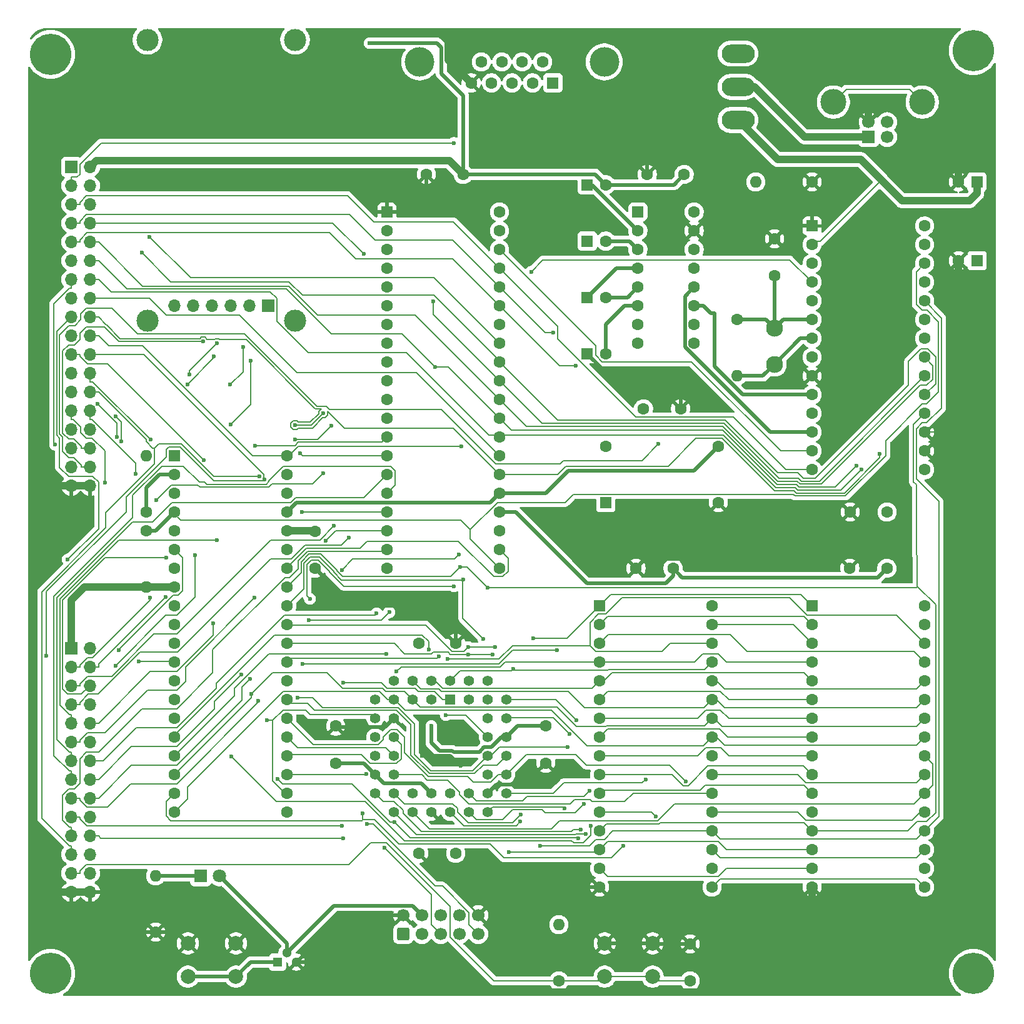
<source format=gbr>
%TF.GenerationSoftware,KiCad,Pcbnew,9.0.0*%
%TF.CreationDate,2025-04-23T14:37:56+02:00*%
%TF.ProjectId,mini-board,6d696e69-2d62-46f6-9172-642e6b696361,rev?*%
%TF.SameCoordinates,Original*%
%TF.FileFunction,Copper,L1,Top*%
%TF.FilePolarity,Positive*%
%FSLAX46Y46*%
G04 Gerber Fmt 4.6, Leading zero omitted, Abs format (unit mm)*
G04 Created by KiCad (PCBNEW 9.0.0) date 2025-04-23 14:37:56*
%MOMM*%
%LPD*%
G01*
G04 APERTURE LIST*
G04 Aperture macros list*
%AMRoundRect*
0 Rectangle with rounded corners*
0 $1 Rounding radius*
0 $2 $3 $4 $5 $6 $7 $8 $9 X,Y pos of 4 corners*
0 Add a 4 corners polygon primitive as box body*
4,1,4,$2,$3,$4,$5,$6,$7,$8,$9,$2,$3,0*
0 Add four circle primitives for the rounded corners*
1,1,$1+$1,$2,$3*
1,1,$1+$1,$4,$5*
1,1,$1+$1,$6,$7*
1,1,$1+$1,$8,$9*
0 Add four rect primitives between the rounded corners*
20,1,$1+$1,$2,$3,$4,$5,0*
20,1,$1+$1,$4,$5,$6,$7,0*
20,1,$1+$1,$6,$7,$8,$9,0*
20,1,$1+$1,$8,$9,$2,$3,0*%
G04 Aperture macros list end*
%TA.AperFunction,ComponentPad*%
%ADD10R,1.600000X1.600000*%
%TD*%
%TA.AperFunction,ComponentPad*%
%ADD11C,1.600000*%
%TD*%
%TA.AperFunction,ComponentPad*%
%ADD12C,3.600000*%
%TD*%
%TA.AperFunction,ConnectorPad*%
%ADD13C,5.600000*%
%TD*%
%TA.AperFunction,ComponentPad*%
%ADD14O,4.500000X2.500000*%
%TD*%
%TA.AperFunction,ComponentPad*%
%ADD15O,1.600000X1.600000*%
%TD*%
%TA.AperFunction,ComponentPad*%
%ADD16R,1.700000X1.700000*%
%TD*%
%TA.AperFunction,ComponentPad*%
%ADD17O,1.700000X1.700000*%
%TD*%
%TA.AperFunction,ComponentPad*%
%ADD18RoundRect,0.250000X-0.550000X-0.550000X0.550000X-0.550000X0.550000X0.550000X-0.550000X0.550000X0*%
%TD*%
%TA.AperFunction,ComponentPad*%
%ADD19R,1.800000X1.800000*%
%TD*%
%TA.AperFunction,ComponentPad*%
%ADD20C,1.800000*%
%TD*%
%TA.AperFunction,ComponentPad*%
%ADD21C,2.000000*%
%TD*%
%TA.AperFunction,ComponentPad*%
%ADD22C,4.000000*%
%TD*%
%TA.AperFunction,ComponentPad*%
%ADD23R,1.300000X1.300000*%
%TD*%
%TA.AperFunction,ComponentPad*%
%ADD24C,1.300000*%
%TD*%
%TA.AperFunction,ComponentPad*%
%ADD25RoundRect,0.250000X0.600000X-0.600000X0.600000X0.600000X-0.600000X0.600000X-0.600000X-0.600000X0*%
%TD*%
%TA.AperFunction,ComponentPad*%
%ADD26C,1.700000*%
%TD*%
%TA.AperFunction,ComponentPad*%
%ADD27R,1.422400X1.422400*%
%TD*%
%TA.AperFunction,ComponentPad*%
%ADD28C,1.422400*%
%TD*%
%TA.AperFunction,ComponentPad*%
%ADD29C,3.500000*%
%TD*%
%TA.AperFunction,ComponentPad*%
%ADD30C,2.300000*%
%TD*%
%TA.AperFunction,WasherPad*%
%ADD31C,3.000000*%
%TD*%
%TA.AperFunction,ViaPad*%
%ADD32C,0.600000*%
%TD*%
%TA.AperFunction,Conductor*%
%ADD33C,0.200000*%
%TD*%
%TA.AperFunction,Conductor*%
%ADD34C,0.500000*%
%TD*%
%TA.AperFunction,Conductor*%
%ADD35C,1.000000*%
%TD*%
G04 APERTURE END LIST*
D10*
%TO.P,C7,1*%
%TO.N,VCC*%
X256032000Y-57404000D03*
D11*
%TO.P,C7,2*%
%TO.N,GND*%
X253532000Y-57404000D03*
%TD*%
D12*
%TO.P,H1,1*%
%TO.N,N/C*%
X130556000Y-29464000D03*
D13*
X130556000Y-29464000D03*
%TD*%
D14*
%TO.P,SW1,1,A*%
%TO.N,VCC*%
X223647000Y-38354000D03*
%TO.P,SW1,2,B*%
%TO.N,VIN*%
X223647000Y-33854000D03*
%TO.P,SW1,3,C*%
%TO.N,unconnected-(SW1-C-Pad3)*%
X223647000Y-29354000D03*
%TD*%
D11*
%TO.P,R7,1*%
%TO.N,~{NMI}*%
X199390000Y-154940000D03*
D15*
%TO.P,R7,2*%
%TO.N,VCC*%
X199390000Y-147320000D03*
%TD*%
D10*
%TO.P,C29,1*%
%TO.N,Net-(U22-C2+)*%
X203240000Y-62360000D03*
D11*
%TO.P,C29,2*%
%TO.N,Net-(U22-C2-)*%
X205740000Y-62360000D03*
%TD*%
%TO.P,C24,1*%
%TO.N,VCC*%
X186436000Y-45720000D03*
%TO.P,C24,2*%
%TO.N,GND*%
X181436000Y-45720000D03*
%TD*%
D16*
%TO.P,J5,1,Pin_1*%
%TO.N,VCC*%
X133350000Y-44704000D03*
D17*
%TO.P,J5,2,Pin_2*%
X135890000Y-44704000D03*
%TO.P,J5,3,Pin_3*%
%TO.N,A0*%
X133350000Y-47244000D03*
%TO.P,J5,4,Pin_4*%
%TO.N,D0*%
X135890000Y-47244000D03*
%TO.P,J5,5,Pin_5*%
%TO.N,A1*%
X133350000Y-49784000D03*
%TO.P,J5,6,Pin_6*%
%TO.N,D1*%
X135890000Y-49784000D03*
%TO.P,J5,7,Pin_7*%
%TO.N,A2*%
X133350000Y-52324000D03*
%TO.P,J5,8,Pin_8*%
%TO.N,D2*%
X135890000Y-52324000D03*
%TO.P,J5,9,Pin_9*%
%TO.N,A3*%
X133350000Y-54864000D03*
%TO.P,J5,10,Pin_10*%
%TO.N,D3*%
X135890000Y-54864000D03*
%TO.P,J5,11,Pin_11*%
%TO.N,A4*%
X133350000Y-57404000D03*
%TO.P,J5,12,Pin_12*%
%TO.N,D4*%
X135890000Y-57404000D03*
%TO.P,J5,13,Pin_13*%
%TO.N,A5*%
X133350000Y-59944000D03*
%TO.P,J5,14,Pin_14*%
%TO.N,D5*%
X135890000Y-59944000D03*
%TO.P,J5,15,Pin_15*%
%TO.N,A6*%
X133350000Y-62484000D03*
%TO.P,J5,16,Pin_16*%
%TO.N,D6*%
X135890000Y-62484000D03*
%TO.P,J5,17,Pin_17*%
%TO.N,A7*%
X133350000Y-65024000D03*
%TO.P,J5,18,Pin_18*%
%TO.N,D7*%
X135890000Y-65024000D03*
%TO.P,J5,19,Pin_19*%
%TO.N,A8*%
X133350000Y-67564000D03*
%TO.P,J5,20,Pin_20*%
%TO.N,~{RES}*%
X135890000Y-67564000D03*
%TO.P,J5,21,Pin_21*%
%TO.N,A9*%
X133350000Y-70104000D03*
%TO.P,J5,22,Pin_22*%
%TO.N,CLK*%
X135890000Y-70104000D03*
%TO.P,J5,23,Pin_23*%
%TO.N,A10*%
X133350000Y-72644000D03*
%TO.P,J5,24,Pin_24*%
%TO.N,~{NMI}*%
X135890000Y-72644000D03*
%TO.P,J5,25,Pin_25*%
%TO.N,A11*%
X133350000Y-75184000D03*
%TO.P,J5,26,Pin_26*%
%TO.N,R{slash}~{W}*%
X135890000Y-75184000D03*
%TO.P,J5,27,Pin_27*%
%TO.N,A12*%
X133350000Y-77724000D03*
%TO.P,J5,28,Pin_28*%
%TO.N,~{IRQ}*%
X135890000Y-77724000D03*
%TO.P,J5,29,Pin_29*%
%TO.N,A13*%
X133350000Y-80264000D03*
%TO.P,J5,30,Pin_30*%
%TO.N,GND*%
X135890000Y-80264000D03*
%TO.P,J5,31,Pin_31*%
%TO.N,A14*%
X133350000Y-82804000D03*
%TO.P,J5,32,Pin_32*%
%TO.N,TxD1*%
X135890000Y-82804000D03*
%TO.P,J5,33,Pin_33*%
%TO.N,A15*%
X133350000Y-85344000D03*
%TO.P,J5,34,Pin_34*%
%TO.N,RxD1*%
X135890000Y-85344000D03*
%TO.P,J5,35,Pin_35*%
%TO.N,GND*%
X133350000Y-87884000D03*
%TO.P,J5,36,Pin_36*%
X135890000Y-87884000D03*
%TD*%
D11*
%TO.P,C34,1*%
%TO.N,VCC*%
X197612000Y-120436000D03*
%TO.P,C34,2*%
%TO.N,GND*%
X197612000Y-125436000D03*
%TD*%
%TO.P,C33,1*%
%TO.N,VCC*%
X185420000Y-137668000D03*
%TO.P,C33,2*%
%TO.N,GND*%
X180420000Y-137668000D03*
%TD*%
D18*
%TO.P,U16,1,A18*%
%TO.N,B5*%
X204893300Y-104140000D03*
D11*
%TO.P,U16,2,A16*%
%TO.N,B3*%
X204893300Y-106680000D03*
%TO.P,U16,3,A14*%
%TO.N,B1*%
X204893300Y-109220000D03*
%TO.P,U16,4,A12*%
%TO.N,A12*%
X204893300Y-111760000D03*
%TO.P,U16,5,A7*%
%TO.N,A7*%
X204893300Y-114300000D03*
%TO.P,U16,6,A6*%
%TO.N,A6*%
X204893300Y-116840000D03*
%TO.P,U16,7,A5*%
%TO.N,A5*%
X204893300Y-119380000D03*
%TO.P,U16,8,A4*%
%TO.N,A4*%
X204893300Y-121920000D03*
%TO.P,U16,9,A3*%
%TO.N,A3*%
X204893300Y-124460000D03*
%TO.P,U16,10,A2*%
%TO.N,A2*%
X204893300Y-127000000D03*
%TO.P,U16,11,A1*%
%TO.N,A1*%
X204893300Y-129540000D03*
%TO.P,U16,12,A0*%
%TO.N,A0*%
X204893300Y-132080000D03*
%TO.P,U16,13,DQ0*%
%TO.N,D0*%
X204893300Y-134620000D03*
%TO.P,U16,14,DQ1*%
%TO.N,D1*%
X204893300Y-137160000D03*
%TO.P,U16,15,DQ2*%
%TO.N,D2*%
X204893300Y-139700000D03*
%TO.P,U16,16,VSS*%
%TO.N,GND*%
X204893300Y-142240000D03*
%TO.P,U16,17,DQ3*%
%TO.N,D3*%
X220133300Y-142240000D03*
%TO.P,U16,18,DQ4*%
%TO.N,D4*%
X220133300Y-139700000D03*
%TO.P,U16,19,DQ5*%
%TO.N,D5*%
X220133300Y-137160000D03*
%TO.P,U16,20,DQ6*%
%TO.N,D6*%
X220133300Y-134620000D03*
%TO.P,U16,21,DQ7*%
%TO.N,D7*%
X220133300Y-132080000D03*
%TO.P,U16,22,CE#*%
%TO.N,~{RAM_CS}*%
X220133300Y-129540000D03*
%TO.P,U16,23,A10*%
%TO.N,A10*%
X220133300Y-127000000D03*
%TO.P,U16,24,OE#*%
%TO.N,~{RAM_OE}*%
X220133300Y-124460000D03*
%TO.P,U16,25,A11*%
%TO.N,A11*%
X220133300Y-121920000D03*
%TO.P,U16,26,A9*%
%TO.N,A9*%
X220133300Y-119380000D03*
%TO.P,U16,27,A8*%
%TO.N,A8*%
X220133300Y-116840000D03*
%TO.P,U16,28,A13*%
%TO.N,B0*%
X220133300Y-114300000D03*
%TO.P,U16,29,WE#*%
%TO.N,R{slash}~{W}*%
X220133300Y-111760000D03*
%TO.P,U16,30,A17*%
%TO.N,B4*%
X220133300Y-109220000D03*
%TO.P,U16,31,A15*%
%TO.N,B2*%
X220133300Y-106680000D03*
%TO.P,U16,32,VCC*%
%TO.N,VCC*%
X220133300Y-104140000D03*
%TD*%
%TO.P,R9,1*%
%TO.N,Net-(U2-RDY)*%
X143510000Y-91440000D03*
D15*
%TO.P,R9,2*%
%TO.N,VCC*%
X143510000Y-83820000D03*
%TD*%
D12*
%TO.P,H2,1*%
%TO.N,N/C*%
X255524000Y-28956000D03*
D13*
X255524000Y-28956000D03*
%TD*%
D10*
%TO.P,C6,1*%
%TO.N,VCC*%
X255992000Y-46736000D03*
D11*
%TO.P,C6,2*%
%TO.N,GND*%
X253492000Y-46736000D03*
%TD*%
D18*
%TO.P,U22,1,C1+*%
%TO.N,Net-(U22-C1+)*%
X210090000Y-50800000D03*
D11*
%TO.P,U22,2,VS+*%
%TO.N,Net-(U22-VS+)*%
X210090000Y-53340000D03*
%TO.P,U22,3,C1-*%
%TO.N,Net-(U22-C1-)*%
X210090000Y-55880000D03*
%TO.P,U22,4,C2+*%
%TO.N,Net-(U22-C2+)*%
X210090000Y-58420000D03*
%TO.P,U22,5,C2-*%
%TO.N,Net-(U22-C2-)*%
X210090000Y-60960000D03*
%TO.P,U22,6,VS-*%
%TO.N,Net-(U22-VS-)*%
X210090000Y-63500000D03*
%TO.P,U22,7,T2OUT*%
%TO.N,unconnected-(U22-T2OUT-Pad7)*%
X210090000Y-66040000D03*
%TO.P,U22,8,R2IN*%
%TO.N,unconnected-(U22-R2IN-Pad8)*%
X210090000Y-68580000D03*
%TO.P,U22,9,R2OUT*%
%TO.N,unconnected-(U22-R2OUT-Pad9)*%
X217710000Y-68580000D03*
%TO.P,U22,10,T2IN*%
%TO.N,unconnected-(U22-T2IN-Pad10)*%
X217710000Y-66040000D03*
%TO.P,U22,11,T1IN*%
%TO.N,TxD1*%
X217710000Y-63500000D03*
%TO.P,U22,12,R1OUT*%
%TO.N,RxD1*%
X217710000Y-60960000D03*
%TO.P,U22,13,R1IN*%
%TO.N,Net-(U22-R1IN)*%
X217710000Y-58420000D03*
%TO.P,U22,14,T1OUT*%
%TO.N,Net-(U22-T1OUT)*%
X217710000Y-55880000D03*
%TO.P,U22,15,GND*%
%TO.N,GND*%
X217710000Y-53340000D03*
%TO.P,U22,16,VCC*%
%TO.N,VCC*%
X217710000Y-50800000D03*
%TD*%
%TO.P,C1,1*%
%TO.N,VCC*%
X166370000Y-94060000D03*
%TO.P,C1,2*%
%TO.N,GND*%
X166370000Y-99060000D03*
%TD*%
D16*
%TO.P,J2,1,Pin_1*%
%TO.N,VCC*%
X133350000Y-109880400D03*
D17*
%TO.P,J2,2,Pin_2*%
X135890000Y-109880400D03*
%TO.P,J2,3,Pin_3*%
%TO.N,PB0*%
X133350000Y-112420400D03*
%TO.P,J2,4,Pin_4*%
%TO.N,MISO*%
X135890000Y-112420400D03*
%TO.P,J2,5,Pin_5*%
%TO.N,PB1*%
X133350000Y-114960400D03*
%TO.P,J2,6,Pin_6*%
%TO.N,MOSI*%
X135890000Y-114960400D03*
%TO.P,J2,7,Pin_7*%
%TO.N,PB2*%
X133350000Y-117500400D03*
%TO.P,J2,8,Pin_8*%
%TO.N,PA2*%
X135890000Y-117500400D03*
%TO.P,J2,9,Pin_9*%
%TO.N,PB3*%
X133350000Y-120040400D03*
%TO.P,J2,10,Pin_10*%
%TO.N,PA3*%
X135890000Y-120040400D03*
%TO.P,J2,11,Pin_11*%
%TO.N,PB4*%
X133350000Y-122580400D03*
%TO.P,J2,12,Pin_12*%
%TO.N,PA4*%
X135890000Y-122580400D03*
%TO.P,J2,13,Pin_13*%
%TO.N,PB5*%
X133350000Y-125120400D03*
%TO.P,J2,14,Pin_14*%
%TO.N,PA5*%
X135890000Y-125120400D03*
%TO.P,J2,15,Pin_15*%
%TO.N,PB6*%
X133350000Y-127660400D03*
%TO.P,J2,16,Pin_16*%
%TO.N,PA6*%
X135890000Y-127660400D03*
%TO.P,J2,17,Pin_17*%
%TO.N,PB7*%
X133350000Y-130200400D03*
%TO.P,J2,18,Pin_18*%
%TO.N,PA7*%
X135890000Y-130200400D03*
%TO.P,J2,19,Pin_19*%
%TO.N,CB1*%
X133350000Y-132740400D03*
%TO.P,J2,20,Pin_20*%
%TO.N,CA1*%
X135890000Y-132740400D03*
%TO.P,J2,21,Pin_21*%
%TO.N,CB2*%
X133350000Y-135280400D03*
%TO.P,J2,22,Pin_22*%
%TO.N,CA2*%
X135890000Y-135280400D03*
%TO.P,J2,23,Pin_23*%
%TO.N,R{slash}~{W}*%
X133350000Y-137820400D03*
%TO.P,J2,24,Pin_24*%
%TO.N,~{RES}*%
X135890000Y-137820400D03*
%TO.P,J2,25,Pin_25*%
%TO.N,~{NMI}*%
X133350000Y-140360400D03*
%TO.P,J2,26,Pin_26*%
%TO.N,CLK*%
X135890000Y-140360400D03*
%TO.P,J2,27,Pin_27*%
%TO.N,GND*%
X133350000Y-142900400D03*
%TO.P,J2,28,Pin_28*%
X135890000Y-142900400D03*
%TD*%
D11*
%TO.P,C17,1*%
%TO.N,VCC*%
X214844000Y-99060000D03*
%TO.P,C17,2*%
%TO.N,GND*%
X209844000Y-99060000D03*
%TD*%
D19*
%TO.P,D1,1,K*%
%TO.N,Net-(D1-K)*%
X150876000Y-140716000D03*
D20*
%TO.P,D1,2,A*%
%TO.N,VCC*%
X153416000Y-140716000D03*
%TD*%
D21*
%TO.P,SW2,1,1*%
%TO.N,GND*%
X149150000Y-149860000D03*
X155650000Y-149860000D03*
%TO.P,SW2,2,2*%
%TO.N,~{RES}*%
X149150000Y-154360000D03*
X155650000Y-154360000D03*
%TD*%
D18*
%TO.P,U19,1,VSS*%
%TO.N,GND*%
X176106700Y-50800000D03*
D11*
%TO.P,U19,2,PA0*%
%TO.N,MISO*%
X176106700Y-53340000D03*
%TO.P,U19,3,PA1*%
%TO.N,MOSI*%
X176106700Y-55880000D03*
%TO.P,U19,4,PA2*%
%TO.N,PA2*%
X176106700Y-58420000D03*
%TO.P,U19,5,PA3*%
%TO.N,PA3*%
X176106700Y-60960000D03*
%TO.P,U19,6,PA4*%
%TO.N,PA4*%
X176106700Y-63500000D03*
%TO.P,U19,7,PA5*%
%TO.N,PA5*%
X176106700Y-66040000D03*
%TO.P,U19,8,PA6*%
%TO.N,PA6*%
X176106700Y-68580000D03*
%TO.P,U19,9,PA7*%
%TO.N,PA7*%
X176106700Y-71120000D03*
%TO.P,U19,10,PB0*%
%TO.N,PB0*%
X176106700Y-73660000D03*
%TO.P,U19,11,PB1*%
%TO.N,PB1*%
X176106700Y-76200000D03*
%TO.P,U19,12,PB2*%
%TO.N,PB2*%
X176106700Y-78740000D03*
%TO.P,U19,13,PB3*%
%TO.N,PB3*%
X176106700Y-81280000D03*
%TO.P,U19,14,PB4*%
%TO.N,PB4*%
X176106700Y-83820000D03*
%TO.P,U19,15,PB5*%
%TO.N,PB5*%
X176106700Y-86360000D03*
%TO.P,U19,16,PB6*%
%TO.N,PB6*%
X176106700Y-88900000D03*
%TO.P,U19,17,PB7*%
%TO.N,PB7*%
X176106700Y-91440000D03*
%TO.P,U19,18,CB1*%
%TO.N,CB1*%
X176106700Y-93980000D03*
%TO.P,U19,19,CB2*%
%TO.N,CB2*%
X176106700Y-96520000D03*
%TO.P,U19,20,VCC*%
%TO.N,VCC*%
X176106700Y-99060000D03*
%TO.P,U19,21,~{IRQ}*%
%TO.N,~{IRQ}*%
X191346700Y-99060000D03*
%TO.P,U19,22,R/~{W}*%
%TO.N,R{slash}~{W}*%
X191346700Y-96520000D03*
%TO.P,U19,23,~{CS2}*%
%TO.N,~{VIA_CS}*%
X191346700Y-93980000D03*
%TO.P,U19,24,CS1*%
%TO.N,VCC*%
X191346700Y-91440000D03*
%TO.P,U19,25,\u03D52*%
%TO.N,CLK*%
X191346700Y-88900000D03*
%TO.P,U19,26,D7*%
%TO.N,D7*%
X191346700Y-86360000D03*
%TO.P,U19,27,D6*%
%TO.N,D6*%
X191346700Y-83820000D03*
%TO.P,U19,28,D5*%
%TO.N,D5*%
X191346700Y-81280000D03*
%TO.P,U19,29,D4*%
%TO.N,D4*%
X191346700Y-78740000D03*
%TO.P,U19,30,D3*%
%TO.N,D3*%
X191346700Y-76200000D03*
%TO.P,U19,31,D2*%
%TO.N,D2*%
X191346700Y-73660000D03*
%TO.P,U19,32,D1*%
%TO.N,D1*%
X191346700Y-71120000D03*
%TO.P,U19,33,D0*%
%TO.N,D0*%
X191346700Y-68580000D03*
%TO.P,U19,34,~{RES}*%
%TO.N,~{RES}*%
X191346700Y-66040000D03*
%TO.P,U19,35,RS3*%
%TO.N,A3*%
X191346700Y-63500000D03*
%TO.P,U19,36,RS2*%
%TO.N,A2*%
X191346700Y-60960000D03*
%TO.P,U19,37,RS1*%
%TO.N,A1*%
X191346700Y-58420000D03*
%TO.P,U19,38,RS0*%
%TO.N,A0*%
X191346700Y-55880000D03*
%TO.P,U19,39,CA2*%
%TO.N,CA2*%
X191346700Y-53340000D03*
%TO.P,U19,40,CA1*%
%TO.N,CA1*%
X191346700Y-50800000D03*
%TD*%
%TO.P,R3,1*%
%TO.N,GND*%
X144780000Y-148336000D03*
D15*
%TO.P,R3,2*%
%TO.N,Net-(D1-K)*%
X144780000Y-140716000D03*
%TD*%
D12*
%TO.P,H4,1*%
%TO.N,N/C*%
X130556000Y-153924000D03*
D13*
X130556000Y-153924000D03*
%TD*%
D21*
%TO.P,SW3,1,1*%
%TO.N,GND*%
X205590000Y-149860000D03*
X212090000Y-149860000D03*
%TO.P,SW3,2,2*%
%TO.N,~{NMI}*%
X205590000Y-154360000D03*
X212090000Y-154360000D03*
%TD*%
D11*
%TO.P,C36,1*%
%TO.N,VCC*%
X169164000Y-125436000D03*
%TO.P,C36,2*%
%TO.N,GND*%
X169164000Y-120436000D03*
%TD*%
D18*
%TO.P,U2,1,~{VP}*%
%TO.N,unconnected-(U2-~{VP}-Pad1)*%
X147320000Y-83820000D03*
D11*
%TO.P,U2,2,RDY*%
%TO.N,Net-(U2-RDY)*%
X147320000Y-86360000D03*
%TO.P,U2,3,\u03D51*%
%TO.N,unconnected-(U2-\u03D51-Pad3)*%
X147320000Y-88900000D03*
%TO.P,U2,4,~{IRQ}*%
%TO.N,~{IRQ}*%
X147320000Y-91440000D03*
%TO.P,U2,5,~{ML}*%
%TO.N,unconnected-(U2-~{ML}-Pad5)*%
X147320000Y-93980000D03*
%TO.P,U2,6,~{NMI}*%
%TO.N,~{NMI}*%
X147320000Y-96520000D03*
%TO.P,U2,7,SYNC*%
%TO.N,unconnected-(U2-SYNC-Pad7)*%
X147320000Y-99060000D03*
%TO.P,U2,8,VDD*%
%TO.N,VCC*%
X147320000Y-101600000D03*
%TO.P,U2,9,A0*%
%TO.N,A0*%
X147320000Y-104140000D03*
%TO.P,U2,10,A1*%
%TO.N,A1*%
X147320000Y-106680000D03*
%TO.P,U2,11,A2*%
%TO.N,A2*%
X147320000Y-109220000D03*
%TO.P,U2,12,A3*%
%TO.N,A3*%
X147320000Y-111760000D03*
%TO.P,U2,13,A4*%
%TO.N,A4*%
X147320000Y-114300000D03*
%TO.P,U2,14,A5*%
%TO.N,A5*%
X147320000Y-116840000D03*
%TO.P,U2,15,A6*%
%TO.N,A6*%
X147320000Y-119380000D03*
%TO.P,U2,16,A7*%
%TO.N,A7*%
X147320000Y-121920000D03*
%TO.P,U2,17,A8*%
%TO.N,A8*%
X147320000Y-124460000D03*
%TO.P,U2,18,A9*%
%TO.N,A9*%
X147320000Y-127000000D03*
%TO.P,U2,19,A10*%
%TO.N,A10*%
X147320000Y-129540000D03*
%TO.P,U2,20,A11*%
%TO.N,A11*%
X147320000Y-132080000D03*
%TO.P,U2,21,VSS*%
%TO.N,GND*%
X162560000Y-132080000D03*
%TO.P,U2,22,A12*%
%TO.N,A12*%
X162560000Y-129540000D03*
%TO.P,U2,23,A13*%
%TO.N,A13*%
X162560000Y-127000000D03*
%TO.P,U2,24,A14*%
%TO.N,A14*%
X162560000Y-124460000D03*
%TO.P,U2,25,A15*%
%TO.N,A15*%
X162560000Y-121920000D03*
%TO.P,U2,26,D7*%
%TO.N,D7*%
X162560000Y-119380000D03*
%TO.P,U2,27,D6*%
%TO.N,D6*%
X162560000Y-116840000D03*
%TO.P,U2,28,D5*%
%TO.N,D5*%
X162560000Y-114300000D03*
%TO.P,U2,29,D4*%
%TO.N,D4*%
X162560000Y-111760000D03*
%TO.P,U2,30,D3*%
%TO.N,D3*%
X162560000Y-109220000D03*
%TO.P,U2,31,D2*%
%TO.N,D2*%
X162560000Y-106680000D03*
%TO.P,U2,32,D1*%
%TO.N,D1*%
X162560000Y-104140000D03*
%TO.P,U2,33,D0*%
%TO.N,D0*%
X162560000Y-101600000D03*
%TO.P,U2,34,R/~{W}*%
%TO.N,R{slash}~{W}*%
X162560000Y-99060000D03*
%TO.P,U2,35,nc*%
%TO.N,unconnected-(U2-nc-Pad35)*%
X162560000Y-96520000D03*
%TO.P,U2,36,BE*%
%TO.N,VCC*%
X162560000Y-93980000D03*
%TO.P,U2,37,\u03D50*%
%TO.N,CLK*%
X162560000Y-91440000D03*
%TO.P,U2,38,~{SO}*%
%TO.N,unconnected-(U2-~{SO}-Pad38)*%
X162560000Y-88900000D03*
%TO.P,U2,39,\u03D52*%
%TO.N,unconnected-(U2-\u03D52-Pad39)*%
X162560000Y-86360000D03*
%TO.P,U2,40,~{RES}*%
%TO.N,~{RES}*%
X162560000Y-83820000D03*
%TD*%
%TO.P,C16,1*%
%TO.N,VCC*%
X243800000Y-99060000D03*
%TO.P,C16,2*%
%TO.N,GND*%
X238800000Y-99060000D03*
%TD*%
D10*
%TO.P,X1,1,EN*%
%TO.N,unconnected-(X1-EN-Pad1)*%
X205740000Y-90170000D03*
D11*
%TO.P,X1,7,GND*%
%TO.N,GND*%
X220980000Y-90170000D03*
%TO.P,X1,8,OUT*%
%TO.N,CLK*%
X220980000Y-82550000D03*
%TO.P,X1,14,Vcc*%
%TO.N,VCC*%
X205740000Y-82550000D03*
%TD*%
%TO.P,C3,1*%
%TO.N,VCC*%
X210860000Y-77470000D03*
%TO.P,C3,2*%
%TO.N,GND*%
X215860000Y-77470000D03*
%TD*%
D22*
%TO.P,J8,0,PAD*%
%TO.N,unconnected-(J8-PAD-Pad0)*%
X205540000Y-30480000D03*
%TO.N,unconnected-(J8-PAD-Pad0)_1*%
X180540000Y-30480000D03*
D10*
%TO.P,J8,1,1*%
%TO.N,unconnected-(J8-Pad1)*%
X198580000Y-33320000D03*
D11*
%TO.P,J8,2,2*%
%TO.N,Net-(U22-T1OUT)*%
X195810000Y-33320000D03*
%TO.P,J8,3,3*%
%TO.N,Net-(U22-R1IN)*%
X193040000Y-33320000D03*
%TO.P,J8,4,4*%
%TO.N,unconnected-(J8-Pad4)*%
X190270000Y-33320000D03*
%TO.P,J8,5,5*%
%TO.N,GND*%
X187500000Y-33320000D03*
%TO.P,J8,6,6*%
%TO.N,unconnected-(J8-Pad6)*%
X197195000Y-30480000D03*
%TO.P,J8,7,7*%
%TO.N,unconnected-(J8-Pad7)*%
X194425000Y-30480000D03*
%TO.P,J8,8,8*%
%TO.N,unconnected-(J8-Pad8)*%
X191655000Y-30480000D03*
%TO.P,J8,9,9*%
%TO.N,unconnected-(J8-Pad9)*%
X188885000Y-30480000D03*
%TD*%
%TO.P,R2,1*%
%TO.N,GND*%
X233680000Y-46736000D03*
D15*
%TO.P,R2,2*%
%TO.N,Net-(J1-Shield)*%
X226060000Y-46736000D03*
%TD*%
D18*
%TO.P,U21,1,VSS*%
%TO.N,GND*%
X233680000Y-52705000D03*
D11*
%TO.P,U21,2,CS1*%
%TO.N,VCC*%
X233680000Y-55245000D03*
%TO.P,U21,3,~{CS2}*%
%TO.N,~{UART_CS}*%
X233680000Y-57785000D03*
%TO.P,U21,4,~{RES}*%
%TO.N,~{RES}*%
X233680000Y-60325000D03*
%TO.P,U21,5,RxC*%
%TO.N,unconnected-(U21-RxC-Pad5)*%
X233680000Y-62865000D03*
%TO.P,U21,6,XTAL1*%
%TO.N,Net-(U21-XTAL1)*%
X233680000Y-65405000D03*
%TO.P,U21,7,XTAL2*%
%TO.N,Net-(U21-XTAL2)*%
X233680000Y-67945000D03*
%TO.P,U21,8,~{RTS}*%
%TO.N,unconnected-(U21-~{RTS}-Pad8)*%
X233680000Y-70485000D03*
%TO.P,U21,9,~{CTS}*%
%TO.N,GND*%
X233680000Y-73025000D03*
%TO.P,U21,10,TxD*%
%TO.N,TxD1*%
X233680000Y-75565000D03*
%TO.P,U21,11,~{DTR}*%
%TO.N,unconnected-(U21-~{DTR}-Pad11)*%
X233680000Y-78105000D03*
%TO.P,U21,12,RxD*%
%TO.N,RxD1*%
X233680000Y-80645000D03*
%TO.P,U21,13,RS0*%
%TO.N,A0*%
X233680000Y-83185000D03*
%TO.P,U21,14,RS1*%
%TO.N,A1*%
X233680000Y-85725000D03*
%TO.P,U21,15,VCC*%
%TO.N,VCC*%
X248920000Y-85725000D03*
%TO.P,U21,16,~{DCD}*%
%TO.N,GND*%
X248920000Y-83185000D03*
%TO.P,U21,17,~{DSR}*%
X248920000Y-80645000D03*
%TO.P,U21,18,D0*%
%TO.N,D0*%
X248920000Y-78105000D03*
%TO.P,U21,19,D1*%
%TO.N,D1*%
X248920000Y-75565000D03*
%TO.P,U21,20,D2*%
%TO.N,D2*%
X248920000Y-73025000D03*
%TO.P,U21,21,D3*%
%TO.N,D3*%
X248920000Y-70485000D03*
%TO.P,U21,22,D4*%
%TO.N,D4*%
X248920000Y-67945000D03*
%TO.P,U21,23,D5*%
%TO.N,D5*%
X248920000Y-65405000D03*
%TO.P,U21,24,D6*%
%TO.N,D6*%
X248920000Y-62865000D03*
%TO.P,U21,25,D7*%
%TO.N,D7*%
X248920000Y-60325000D03*
%TO.P,U21,26,~{IRQ}*%
%TO.N,~{IRQ}*%
X248920000Y-57785000D03*
%TO.P,U21,27,\u03D52*%
%TO.N,CLK*%
X248920000Y-55245000D03*
%TO.P,U21,28,R/~{W}*%
%TO.N,R{slash}~{W}*%
X248920000Y-52705000D03*
%TD*%
%TO.P,C35,1*%
%TO.N,VCC*%
X180420000Y-109220000D03*
%TO.P,C35,2*%
%TO.N,GND*%
X185420000Y-109220000D03*
%TD*%
D23*
%TO.P,U11,1,Pin_1*%
%TO.N,~{RES}*%
X161290000Y-152400000D03*
D24*
%TO.P,U11,2,Pin_2*%
%TO.N,VCC*%
X162560000Y-151130000D03*
%TO.P,U11,3,Pin_3*%
%TO.N,GND*%
X163830000Y-152400000D03*
%TD*%
D10*
%TO.P,C31,1*%
%TO.N,GND*%
X203240000Y-69980000D03*
D11*
%TO.P,C31,2*%
%TO.N,Net-(U22-VS-)*%
X205740000Y-69980000D03*
%TD*%
D25*
%TO.P,J4,1,TCK*%
%TO.N,TCK*%
X178308000Y-148590000D03*
D26*
%TO.P,J4,2,GND*%
%TO.N,GND*%
X178308000Y-146050000D03*
%TO.P,J4,3,TDO*%
%TO.N,TDO*%
X180848000Y-148590000D03*
%TO.P,J4,4,VccT*%
%TO.N,VCC*%
X180848000Y-146050000D03*
%TO.P,J4,5,TMS*%
%TO.N,TMS*%
X183388000Y-148590000D03*
%TO.P,J4,6,NC*%
%TO.N,unconnected-(J4-NC-Pad6)*%
X183388000Y-146050000D03*
%TO.P,J4,7,NC*%
%TO.N,unconnected-(J4-NC-Pad7)*%
X185928000Y-148590000D03*
%TO.P,J4,8,NC*%
%TO.N,unconnected-(J4-NC-Pad8)*%
X185928000Y-146050000D03*
%TO.P,J4,9,TDI*%
%TO.N,TDI*%
X188468000Y-148590000D03*
%TO.P,J4,10,GND*%
%TO.N,GND*%
X188468000Y-146050000D03*
%TD*%
D27*
%TO.P,U23,1,I/GCLR*%
%TO.N,~{RES}*%
X184658000Y-116840000D03*
D28*
%TO.P,U23,2,I/OE2/GCLK2*%
%TO.N,A7*%
X182118000Y-114300000D03*
%TO.P,U23,3,VCC*%
%TO.N,VCC*%
X182118000Y-116840000D03*
%TO.P,U23,4,I/O*%
%TO.N,A8*%
X179578000Y-114300000D03*
%TO.P,U23,5,I/O*%
%TO.N,A9*%
X179578000Y-116840000D03*
%TO.P,U23,6,I/O*%
%TO.N,A10*%
X177038000Y-114300000D03*
%TO.P,U23,7,I/O/TDI*%
%TO.N,TDI*%
X174498000Y-116840000D03*
%TO.P,U23,8,I/O*%
%TO.N,A11*%
X177038000Y-116840000D03*
%TO.P,U23,9,I/O*%
%TO.N,A12*%
X174498000Y-119380000D03*
%TO.P,U23,10,GND*%
%TO.N,GND*%
X177038000Y-119380000D03*
%TO.P,U23,11,I/O/PD1*%
%TO.N,A13*%
X174498000Y-121920000D03*
%TO.P,U23,12,I/O*%
%TO.N,A14*%
X177038000Y-121920000D03*
%TO.P,U23,13,I/O/TMS*%
%TO.N,TMS*%
X174498000Y-124460000D03*
%TO.P,U23,14,I/O*%
%TO.N,A15*%
X177038000Y-124460000D03*
%TO.P,U23,15,VCC*%
%TO.N,VCC*%
X174498000Y-127000000D03*
%TO.P,U23,16,I/O*%
%TO.N,~{RAM_CS}*%
X177038000Y-127000000D03*
%TO.P,U23,17,I/O*%
%TO.N,~{RAM_OE}*%
X174498000Y-129540000D03*
%TO.P,U23,18,I/O*%
%TO.N,~{UART_CS}*%
X177038000Y-132080000D03*
%TO.P,U23,19,I/O*%
%TO.N,~{VIA_CS}*%
X177038000Y-129540000D03*
%TO.P,U23,20,I/O*%
%TO.N,~{ROM_CS}*%
X179578000Y-132080000D03*
%TO.P,U23,21,I/O*%
%TO.N,A6*%
X179578000Y-129540000D03*
%TO.P,U23,22,GND*%
%TO.N,GND*%
X182118000Y-132080000D03*
%TO.P,U23,23,VCC*%
%TO.N,VCC*%
X182118000Y-129540000D03*
%TO.P,U23,24,I/O*%
%TO.N,B5*%
X184658000Y-132080000D03*
%TO.P,U23,25,I/O/PD2*%
%TO.N,B4*%
X184658000Y-129540000D03*
%TO.P,U23,26,I/O*%
%TO.N,B3*%
X187198000Y-132080000D03*
%TO.P,U23,27,I/O*%
%TO.N,B2*%
X187198000Y-129540000D03*
%TO.P,U23,28,I/O*%
%TO.N,B1*%
X189738000Y-132080000D03*
%TO.P,U23,29,I/O*%
%TO.N,B0*%
X192278000Y-129540000D03*
%TO.P,U23,30,GND*%
%TO.N,GND*%
X189738000Y-129540000D03*
%TO.P,U23,31,I/O*%
%TO.N,D7*%
X192278000Y-127000000D03*
%TO.P,U23,32,I/O/TCK*%
%TO.N,TCK*%
X189738000Y-127000000D03*
%TO.P,U23,33,I/O*%
%TO.N,D6*%
X192278000Y-124460000D03*
%TO.P,U23,34,I/O*%
%TO.N,D5*%
X189738000Y-124460000D03*
%TO.P,U23,35,VCC*%
%TO.N,VCC*%
X192278000Y-121920000D03*
%TO.P,U23,36,I/O*%
%TO.N,D4*%
X189738000Y-121920000D03*
%TO.P,U23,37,I/O*%
%TO.N,D3*%
X192278000Y-119380000D03*
%TO.P,U23,38,I/O/TDO*%
%TO.N,TDO*%
X189738000Y-119380000D03*
%TO.P,U23,39,I/O*%
%TO.N,D2*%
X192278000Y-116840000D03*
%TO.P,U23,40,I/O*%
%TO.N,D1*%
X189738000Y-114300000D03*
%TO.P,U23,41,I/O/GCLK3*%
%TO.N,D0*%
X189738000Y-116840000D03*
%TO.P,U23,42,GND*%
%TO.N,GND*%
X187198000Y-114300000D03*
%TO.P,U23,43,I/GCLK1*%
%TO.N,CLK*%
X187198000Y-116840000D03*
%TO.P,U23,44,I/OE1*%
%TO.N,R{slash}~{W}*%
X184658000Y-114300000D03*
%TD*%
D10*
%TO.P,C30,1*%
%TO.N,Net-(U22-VS+)*%
X203240000Y-47120000D03*
D11*
%TO.P,C30,2*%
%TO.N,VCC*%
X205740000Y-47120000D03*
%TD*%
D16*
%TO.P,J1,1,VBUS*%
%TO.N,VIN*%
X241340000Y-40640000D03*
D26*
%TO.P,J1,2,D-*%
%TO.N,unconnected-(J1-D--Pad2)*%
X243840000Y-40640000D03*
%TO.P,J1,3,D+*%
%TO.N,unconnected-(J1-D+-Pad3)*%
X243840000Y-38640000D03*
%TO.P,J1,4,GND*%
%TO.N,GND*%
X241340000Y-38640000D03*
D29*
%TO.P,J1,5,Shield*%
%TO.N,Net-(J1-Shield)*%
X236570000Y-35930000D03*
X248610000Y-35930000D03*
%TD*%
D11*
%TO.P,C27,1*%
%TO.N,VCC*%
X216360000Y-45720000D03*
%TO.P,C27,2*%
%TO.N,GND*%
X211360000Y-45720000D03*
%TD*%
D30*
%TO.P,Y1,1,1*%
%TO.N,Net-(U21-XTAL2)*%
X228600000Y-71455000D03*
%TO.P,Y1,2,2*%
%TO.N,Net-(U21-XTAL1)*%
X228600000Y-66555000D03*
%TD*%
D11*
%TO.P,C9,1*%
%TO.N,~{NMI}*%
X217170000Y-154940000D03*
%TO.P,C9,2*%
%TO.N,GND*%
X217170000Y-149940000D03*
%TD*%
D10*
%TO.P,C28,1*%
%TO.N,Net-(U22-C1+)*%
X203240000Y-54740000D03*
D11*
%TO.P,C28,2*%
%TO.N,Net-(U22-C1-)*%
X205740000Y-54740000D03*
%TD*%
%TO.P,R8,1*%
%TO.N,Net-(U21-XTAL1)*%
X223520000Y-65405000D03*
D15*
%TO.P,R8,2*%
%TO.N,Net-(U21-XTAL2)*%
X223520000Y-73025000D03*
%TD*%
D12*
%TO.P,H3,1*%
%TO.N,N/C*%
X255524000Y-153924000D03*
D13*
X255524000Y-153924000D03*
%TD*%
D11*
%TO.P,C26,1*%
%TO.N,VCC*%
X243840000Y-91440000D03*
%TO.P,C26,2*%
%TO.N,GND*%
X238840000Y-91440000D03*
%TD*%
D18*
%TO.P,U15,1,A18*%
%TO.N,B5*%
X233680000Y-104140000D03*
D11*
%TO.P,U15,2,A16*%
%TO.N,B3*%
X233680000Y-106680000D03*
%TO.P,U15,3,A15*%
%TO.N,B2*%
X233680000Y-109220000D03*
%TO.P,U15,4,A12*%
%TO.N,A12*%
X233680000Y-111760000D03*
%TO.P,U15,5,A7*%
%TO.N,A7*%
X233680000Y-114300000D03*
%TO.P,U15,6,A6*%
%TO.N,A6*%
X233680000Y-116840000D03*
%TO.P,U15,7,A5*%
%TO.N,A5*%
X233680000Y-119380000D03*
%TO.P,U15,8,A4*%
%TO.N,A4*%
X233680000Y-121920000D03*
%TO.P,U15,9,A3*%
%TO.N,A3*%
X233680000Y-124460000D03*
%TO.P,U15,10,A2*%
%TO.N,A2*%
X233680000Y-127000000D03*
%TO.P,U15,11,A1*%
%TO.N,A1*%
X233680000Y-129540000D03*
%TO.P,U15,12,A0*%
%TO.N,A0*%
X233680000Y-132080000D03*
%TO.P,U15,13,D0*%
%TO.N,D0*%
X233680000Y-134620000D03*
%TO.P,U15,14,D1*%
%TO.N,D1*%
X233680000Y-137160000D03*
%TO.P,U15,15,D2*%
%TO.N,D2*%
X233680000Y-139700000D03*
%TO.P,U15,16,GND*%
%TO.N,GND*%
X233680000Y-142240000D03*
%TO.P,U15,17,D3*%
%TO.N,D3*%
X248920000Y-142240000D03*
%TO.P,U15,18,D4*%
%TO.N,D4*%
X248920000Y-139700000D03*
%TO.P,U15,19,D5*%
%TO.N,D5*%
X248920000Y-137160000D03*
%TO.P,U15,20,D6*%
%TO.N,D6*%
X248920000Y-134620000D03*
%TO.P,U15,21,D7*%
%TO.N,D7*%
X248920000Y-132080000D03*
%TO.P,U15,22,CE*%
%TO.N,~{ROM_CS}*%
X248920000Y-129540000D03*
%TO.P,U15,23,A10*%
%TO.N,A10*%
X248920000Y-127000000D03*
%TO.P,U15,24,OE*%
%TO.N,~{ROM_CS}*%
X248920000Y-124460000D03*
%TO.P,U15,25,A11*%
%TO.N,A11*%
X248920000Y-121920000D03*
%TO.P,U15,26,A9*%
%TO.N,A9*%
X248920000Y-119380000D03*
%TO.P,U15,27,A8*%
%TO.N,A8*%
X248920000Y-116840000D03*
%TO.P,U15,28,A13*%
%TO.N,B0*%
X248920000Y-114300000D03*
%TO.P,U15,29,A14*%
%TO.N,B1*%
X248920000Y-111760000D03*
%TO.P,U15,30,A17*%
%TO.N,B4*%
X248920000Y-109220000D03*
%TO.P,U15,31,PGM*%
%TO.N,VCC*%
X248920000Y-106680000D03*
%TO.P,U15,32,VCC*%
X248920000Y-104140000D03*
%TD*%
%TO.P,R6,1*%
%TO.N,~{IRQ}*%
X143510000Y-93980000D03*
D15*
%TO.P,R6,2*%
%TO.N,VCC*%
X143510000Y-101600000D03*
%TD*%
D11*
%TO.P,C25,1*%
%TO.N,GND*%
X228600000Y-54436000D03*
%TO.P,C25,2*%
%TO.N,Net-(U21-XTAL1)*%
X228600000Y-59436000D03*
%TD*%
D31*
%TO.P,J3,*%
%TO.N,*%
X163670000Y-27500000D03*
X143670000Y-27500000D03*
X163670000Y-65500000D03*
X143670000Y-65500000D03*
D16*
%TO.P,J3,1,Pin_1*%
%TO.N,PA3*%
X160020000Y-63500000D03*
D17*
%TO.P,J3,2,Pin_2*%
%TO.N,PA2*%
X157480000Y-63500000D03*
%TO.P,J3,3,Pin_3*%
%TO.N,MOSI*%
X154940000Y-63500000D03*
%TO.P,J3,4,Pin_4*%
%TO.N,MISO*%
X152400000Y-63500000D03*
%TO.P,J3,5,Pin_5*%
%TO.N,VCC*%
X149860000Y-63500000D03*
%TO.P,J3,6,Pin_6*%
%TO.N,GND*%
X147320000Y-63500000D03*
%TD*%
D32*
%TO.N,~{UART_CS}*%
X203066000Y-135037000D03*
%TO.N,~{VIA_CS}*%
X194264000Y-132387000D03*
%TO.N,~{RAM_OE}*%
X202375000Y-134443000D03*
%TO.N,B4*%
X184285000Y-111370000D03*
%TO.N,B3*%
X202758000Y-130976000D03*
%TO.N,B2*%
X203568000Y-129178000D03*
%TO.N,B5*%
X195936000Y-108517000D03*
X194180000Y-133342000D03*
%TO.N,B0*%
X211129000Y-127642000D03*
%TO.N,B1*%
X200154000Y-131553000D03*
%TO.N,TDI*%
X173358000Y-133694000D03*
%TO.N,TMS*%
X175768000Y-136899000D03*
%TO.N,PB2*%
X170940000Y-94910500D03*
%TO.N,MISO*%
X152689000Y-70330300D03*
X149065000Y-74148300D03*
X146096000Y-102919000D03*
%TO.N,PA3*%
X157656000Y-70915300D03*
X154909000Y-79597800D03*
X152602000Y-106508000D03*
%TO.N,MOSI*%
X153072000Y-68594900D03*
X149388000Y-72810500D03*
X146234000Y-97614200D03*
%TO.N,PB1*%
X168951000Y-93344200D03*
%TO.N,PB3*%
X158259000Y-82447600D03*
X153090000Y-95250000D03*
%TO.N,PB7*%
X164598000Y-91440000D03*
X158700000Y-116970000D03*
%TO.N,PA2*%
X156598000Y-69056800D03*
X154826000Y-74207600D03*
X150102000Y-97318200D03*
X139332000Y-112230000D03*
%TO.N,CB1*%
X167845000Y-95306200D03*
X170049000Y-133913000D03*
%TO.N,PA6*%
X167462000Y-78090700D03*
X163645000Y-79680600D03*
X156340000Y-113466000D03*
%TO.N,PA7*%
X168539000Y-79727200D03*
X163645000Y-81582200D03*
X157557000Y-114060000D03*
%TO.N,PA5*%
X174708000Y-105168000D03*
%TO.N,PA4*%
X176403000Y-105011000D03*
X165544000Y-106084000D03*
%TO.N,PB0*%
X167462000Y-86190700D03*
X144860000Y-89794300D03*
X144020000Y-103058000D03*
%TO.N,CA2*%
X185820000Y-97211200D03*
X169998000Y-99276900D03*
X170204000Y-135608000D03*
%TO.N,PB4*%
X164334000Y-83466600D03*
X158193000Y-103055000D03*
%TO.N,CA1*%
X185171000Y-101485000D03*
X165674000Y-103197000D03*
%TO.N,A9*%
X157767000Y-116054000D03*
X151273000Y-84373600D03*
%TO.N,D4*%
X239708000Y-85213700D03*
X182630000Y-71777400D03*
X183101000Y-111035000D03*
X184077000Y-118940000D03*
%TO.N,R{slash}~{W}*%
X193182000Y-112673000D03*
X158793000Y-86607000D03*
%TO.N,A3*%
X142492000Y-111634000D03*
X201639000Y-71626600D03*
%TO.N,A10*%
X172820000Y-132234000D03*
X208112000Y-136683000D03*
%TO.N,A6*%
X177128000Y-133427000D03*
X201975000Y-135643000D03*
X161280000Y-127585000D03*
%TO.N,D5*%
X163960000Y-116583000D03*
X200544000Y-123248000D03*
X240410000Y-85654800D03*
%TO.N,A7*%
X132882000Y-97868200D03*
X181770000Y-110030000D03*
%TO.N,D3*%
X187072000Y-110730000D03*
X190394000Y-110730000D03*
X200819000Y-121528000D03*
%TO.N,A8*%
X176034000Y-110654000D03*
%TO.N,D0*%
X186048000Y-98874100D03*
X189724000Y-101662000D03*
X143965000Y-54168900D03*
%TO.N,CLK*%
X129945000Y-110906000D03*
X159544000Y-87053400D03*
%TO.N,A1*%
X140152000Y-81872400D03*
X139367000Y-78459800D03*
%TO.N,A13*%
X173286000Y-126884000D03*
%TO.N,A4*%
X164661000Y-112009000D03*
X199126000Y-110167000D03*
X139516000Y-81268800D03*
X136878000Y-76785700D03*
%TO.N,A2*%
X198631000Y-67158600D03*
%TO.N,D6*%
X196851000Y-136620000D03*
%TO.N,A0*%
X185171000Y-41465800D03*
X212481000Y-132672000D03*
%TO.N,D7*%
X242865000Y-83567900D03*
X216608000Y-127915000D03*
%TO.N,A12*%
X177411000Y-113021000D03*
X159829000Y-119668000D03*
X137906000Y-87476400D03*
%TO.N,A5*%
X131162000Y-82317700D03*
X155013000Y-124533000D03*
X203710000Y-133920000D03*
%TO.N,D1*%
X192594000Y-137516000D03*
X186448000Y-100583000D03*
X189163000Y-108624000D03*
X142911600Y-56320100D03*
%TO.N,D2*%
X187133000Y-109741000D03*
X190744000Y-109741000D03*
X201757000Y-119641000D03*
X182410800Y-62902600D03*
X172970300Y-56515000D03*
%TO.N,~{NMI}*%
X144100000Y-81626000D03*
X139809000Y-110160000D03*
%TO.N,~{RES}*%
X186145000Y-82550000D03*
X195637000Y-58894600D03*
X170140000Y-114518000D03*
%TO.N,~{IRQ}*%
X142091000Y-86310100D03*
%TO.N,TxD1*%
X151206000Y-68368300D03*
%TO.N,RxD1*%
X212883000Y-82221000D03*
%TO.N,VCC*%
X182118000Y-120396000D03*
X173736000Y-27940000D03*
%TO.N,GND*%
X186055000Y-125857000D03*
X180848000Y-124460000D03*
X197612000Y-142240000D03*
%TD*%
D33*
%TO.N,PB6*%
X133350000Y-126510000D02*
X133350000Y-127660400D01*
X133062000Y-126510000D02*
X133350000Y-126510000D01*
X130987000Y-124434000D02*
X133062000Y-126510000D01*
X141667000Y-92208400D02*
X130987000Y-102889000D01*
X148525000Y-85227100D02*
X145624000Y-85227100D01*
X150673900Y-87376000D02*
X148525000Y-85227100D01*
X151384000Y-87376000D02*
X150673900Y-87376000D01*
X130987000Y-102889000D02*
X130987000Y-124434000D01*
X151680900Y-87672900D02*
X151384000Y-87376000D01*
X159778000Y-87672900D02*
X151680900Y-87672900D01*
X145624000Y-85227100D02*
X141667000Y-89183600D01*
X160144000Y-87306600D02*
X159778000Y-87672900D01*
X160144000Y-87169800D02*
X160144000Y-87306600D01*
X162062000Y-85251800D02*
X160144000Y-87169800D01*
X141667000Y-89183600D02*
X141667000Y-92208400D01*
X177240000Y-87767000D02*
X177240000Y-85876400D01*
X176615000Y-85251800D02*
X162062000Y-85251800D01*
X177240000Y-85876400D02*
X176615000Y-85251800D01*
X176673500Y-88333500D02*
X177240000Y-87767000D01*
%TO.N,RxD1*%
X199966000Y-84477100D02*
X210627000Y-84477100D01*
X199518000Y-84925500D02*
X199966000Y-84477100D01*
X190880000Y-84925500D02*
X199518000Y-84925500D01*
X183472000Y-77518200D02*
X190880000Y-84925500D01*
X210627000Y-84477100D02*
X212883000Y-82221000D01*
X168304000Y-77518200D02*
X183472000Y-77518200D01*
X167876000Y-77090500D02*
X168304000Y-77518200D01*
X166612000Y-77090500D02*
X167876000Y-77090500D01*
X156819000Y-67297800D02*
X166612000Y-77090500D01*
X150126200Y-67297800D02*
X156819000Y-67297800D01*
X150123000Y-67301000D02*
X150126200Y-67297800D01*
X142313200Y-67301000D02*
X150123000Y-67301000D01*
X138886000Y-63873800D02*
X142313200Y-67301000D01*
X135352000Y-63873800D02*
X138886000Y-63873800D01*
X134620000Y-65380600D02*
X134620000Y-64605600D01*
X133826000Y-66174200D02*
X134620000Y-65380600D01*
X133031000Y-66174200D02*
X133826000Y-66174200D01*
X134620000Y-64605600D02*
X135352000Y-63873800D01*
X131762000Y-67443100D02*
X133031000Y-66174200D01*
X132162000Y-83263400D02*
X132162000Y-81282600D01*
X132973000Y-84074000D02*
X132162000Y-83263400D01*
X133708000Y-84074000D02*
X132973000Y-84074000D01*
X134740000Y-85105700D02*
X133708000Y-84074000D01*
X132162000Y-81282600D02*
X131762000Y-80882500D01*
X131762000Y-80882500D02*
X131762000Y-67443100D01*
X134740000Y-85344000D02*
X134740000Y-85105700D01*
X135890000Y-85344000D02*
X134740000Y-85344000D01*
%TO.N,D7*%
X185093000Y-80106400D02*
X191346800Y-86359900D01*
X168139690Y-77919257D02*
X170327000Y-80106400D01*
X168138042Y-77919258D02*
X168139690Y-77919257D01*
X170327000Y-80106400D02*
X185093000Y-80106400D01*
X168137984Y-77919200D02*
X168138042Y-77919258D01*
X168137900Y-77919200D02*
X168137984Y-77919200D01*
X168063000Y-77844300D02*
X168137900Y-77919200D01*
X168063000Y-78339643D02*
X168063000Y-77844300D01*
X167710943Y-78691700D02*
X168063000Y-78339643D01*
X167428080Y-78691700D02*
X167710943Y-78691700D01*
X166149926Y-79969774D02*
X167428080Y-78691700D01*
X166038100Y-80081600D02*
X166149926Y-79969774D01*
X166038093Y-80081600D02*
X166038100Y-80081600D01*
X166038087Y-80081606D02*
X166038093Y-80081600D01*
X163396057Y-80281600D02*
X163893943Y-80281600D01*
X164093943Y-80081600D02*
X165856888Y-80081600D01*
X163044000Y-79929543D02*
X163396057Y-80281600D01*
X163893943Y-80281600D02*
X164093943Y-80081600D01*
X163396057Y-79079600D02*
X163044000Y-79431657D01*
X164093943Y-79279600D02*
X163893943Y-79079600D01*
X166861000Y-78124580D02*
X165705908Y-79279600D01*
X166861000Y-77841757D02*
X166861000Y-78124580D01*
X167211257Y-77491500D02*
X166861000Y-77841757D01*
X165705908Y-79279600D02*
X164093943Y-79279600D01*
X166445904Y-77491500D02*
X166445907Y-77491503D01*
X166445900Y-77491500D02*
X166445904Y-77491500D01*
X163044000Y-79431657D02*
X163044000Y-79929543D01*
X157026117Y-68072000D02*
X166314823Y-77360423D01*
X166314823Y-77360423D02*
X166445900Y-77491500D01*
X153399043Y-68072000D02*
X157026117Y-68072000D01*
X153320943Y-67993900D02*
X153399043Y-68072000D01*
X152823057Y-67993900D02*
X153320943Y-67993900D01*
X166445907Y-77491503D02*
X166612006Y-77491500D01*
X152744957Y-68072000D02*
X152823057Y-67993900D01*
X165856888Y-80081600D02*
X166038087Y-80081606D01*
X151759643Y-68072000D02*
X152744957Y-68072000D01*
X151454943Y-67767300D02*
X151759643Y-68072000D01*
X150957057Y-67767300D02*
X151454943Y-67767300D01*
X150757057Y-67967300D02*
X150957057Y-67767300D01*
X166612006Y-77491500D02*
X167211257Y-77491500D01*
X139985070Y-67967300D02*
X150757057Y-67967300D01*
X163893943Y-79079600D02*
X163396057Y-79079600D01*
X138030049Y-66012779D02*
X138030070Y-66012800D01*
X138028779Y-66012779D02*
X138030049Y-66012779D01*
X138147350Y-66130050D02*
X139985070Y-67967300D01*
X138030100Y-66012800D02*
X138147350Y-66130050D01*
X137040000Y-65024000D02*
X138028779Y-66012779D01*
X135890000Y-65024000D02*
X137040000Y-65024000D01*
X138030070Y-66012800D02*
X138030100Y-66012800D01*
D34*
%TO.N,Net-(U22-VS-)*%
X208280000Y-63500000D02*
X210090000Y-63500000D01*
X205740000Y-66040000D02*
X208280000Y-63500000D01*
X205740000Y-69980000D02*
X205740000Y-66040000D01*
%TO.N,Net-(U22-VS+)*%
X203870000Y-47120000D02*
X210090000Y-53340000D01*
X203240000Y-47120000D02*
X203870000Y-47120000D01*
%TO.N,Net-(U22-C2+)*%
X207180000Y-58420000D02*
X210090000Y-58420000D01*
X203240000Y-62360000D02*
X207180000Y-58420000D01*
%TO.N,Net-(U22-C2-)*%
X208690000Y-62360000D02*
X210090000Y-60960000D01*
X205740000Y-62360000D02*
X208690000Y-62360000D01*
%TO.N,Net-(U22-C1-)*%
X208950000Y-54740000D02*
X210090000Y-55880000D01*
X205740000Y-54740000D02*
X208950000Y-54740000D01*
D33*
%TO.N,~{UART_CS}*%
X203060000Y-135043000D02*
X203066000Y-135037000D01*
X201711000Y-135043000D02*
X203060000Y-135043000D01*
X201613000Y-135141000D02*
X201711000Y-135043000D01*
X180099000Y-135141000D02*
X201613000Y-135141000D01*
X177038000Y-132080000D02*
X180099000Y-135141000D01*
%TO.N,~{VIA_CS}*%
X193139000Y-133512000D02*
X194264000Y-132387000D01*
X187118000Y-133512000D02*
X193139000Y-133512000D01*
X185669000Y-132063000D02*
X187118000Y-133512000D01*
X185669000Y-131593000D02*
X185669000Y-132063000D01*
X185028000Y-130952000D02*
X185669000Y-131593000D01*
X178450000Y-130952000D02*
X185028000Y-130952000D01*
X177038000Y-129540000D02*
X178450000Y-130952000D01*
%TO.N,~{RAM_CS}*%
X209455000Y-129540000D02*
X220133000Y-129540000D01*
X208319000Y-130676000D02*
X209455000Y-129540000D01*
X203899000Y-130676000D02*
X208319000Y-130676000D01*
X203594000Y-130372000D02*
X203899000Y-130676000D01*
X201506000Y-130372000D02*
X203594000Y-130372000D01*
X200925000Y-130952000D02*
X201506000Y-130372000D01*
X187176000Y-130952000D02*
X200925000Y-130952000D01*
X185928000Y-129704000D02*
X187176000Y-130952000D01*
X185928000Y-129337000D02*
X185928000Y-129704000D01*
X184316000Y-127725000D02*
X185928000Y-129337000D01*
X181553000Y-127725000D02*
X184316000Y-127725000D01*
X180828000Y-127000000D02*
X181553000Y-127725000D01*
X177038000Y-127000000D02*
X180828000Y-127000000D01*
X220133000Y-129540000D02*
X220133300Y-129540000D01*
%TO.N,~{RAM_OE}*%
X201368000Y-134443000D02*
X202375000Y-134443000D01*
X201071000Y-134740000D02*
X201368000Y-134443000D01*
X180768000Y-134740000D02*
X201071000Y-134740000D01*
X178308000Y-132280000D02*
X180768000Y-134740000D01*
X178308000Y-131861000D02*
X178308000Y-132280000D01*
X177052000Y-130604000D02*
X178308000Y-131861000D01*
X175562000Y-130604000D02*
X177052000Y-130604000D01*
X174498000Y-129540000D02*
X175562000Y-130604000D01*
%TO.N,~{ROM_CS}*%
X250024000Y-128436000D02*
X248920000Y-129540000D01*
X250024000Y-125564000D02*
X250024000Y-128436000D01*
X248920000Y-124460000D02*
X250024000Y-125564000D01*
X247511000Y-130949000D02*
X248920000Y-129540000D01*
X215053000Y-130949000D02*
X247511000Y-130949000D01*
X212729000Y-133272000D02*
X215053000Y-130949000D01*
X199473000Y-133272000D02*
X212729000Y-133272000D01*
X198405000Y-134340000D02*
X199473000Y-133272000D01*
X181838000Y-134340000D02*
X198405000Y-134340000D01*
X179578000Y-132080000D02*
X181838000Y-134340000D01*
%TO.N,B4*%
X191291000Y-111370000D02*
X184285000Y-111370000D01*
X193133000Y-109528000D02*
X191291000Y-111370000D01*
X203588000Y-109528000D02*
X193133000Y-109528000D01*
X203588000Y-106400000D02*
X203588000Y-109528000D01*
X204719000Y-105269000D02*
X203588000Y-106400000D01*
X205738000Y-105269000D02*
X204719000Y-105269000D01*
X207983000Y-103024000D02*
X205738000Y-105269000D01*
X230638000Y-103024000D02*
X207983000Y-103024000D01*
X232985000Y-105371000D02*
X230638000Y-103024000D01*
X245071000Y-105371000D02*
X232985000Y-105371000D01*
X248920000Y-109220000D02*
X245071000Y-105371000D01*
X214432000Y-109220000D02*
X220133000Y-109220000D01*
X213329000Y-110324000D02*
X214432000Y-109220000D01*
X204384000Y-110324000D02*
X213329000Y-110324000D01*
X203588000Y-109528000D02*
X204384000Y-110324000D01*
X220133000Y-109220000D02*
X220133300Y-109220000D01*
%TO.N,B3*%
X201575000Y-132158000D02*
X202758000Y-130976000D01*
X197497000Y-132158000D02*
X201575000Y-132158000D01*
X197115000Y-131776000D02*
X197497000Y-132158000D01*
X193090000Y-131776000D02*
X197115000Y-131776000D01*
X191755000Y-133111000D02*
X193090000Y-131776000D01*
X188229000Y-133111000D02*
X191755000Y-133111000D01*
X187198000Y-132080000D02*
X188229000Y-133111000D01*
X204893200Y-106679900D02*
X204893200Y-106679800D01*
X204893300Y-106680000D02*
X204893200Y-106679900D01*
X204893000Y-106680000D02*
X204893200Y-106679800D01*
X232571000Y-105571000D02*
X233680000Y-106680000D01*
X206002000Y-105571000D02*
X232571000Y-105571000D01*
X204893200Y-106679800D02*
X206002000Y-105571000D01*
%TO.N,B2*%
X188210000Y-130552000D02*
X187198000Y-129540000D01*
X194460000Y-130552000D02*
X188210000Y-130552000D01*
X195071000Y-129940000D02*
X194460000Y-130552000D01*
X202806000Y-129940000D02*
X195071000Y-129940000D01*
X203568000Y-129178000D02*
X202806000Y-129940000D01*
X231140000Y-106680000D02*
X220133300Y-106680000D01*
X233680000Y-109220000D02*
X231140000Y-106680000D01*
X220133300Y-106680000D02*
X220133000Y-106680000D01*
%TO.N,B5*%
X186496000Y-133918000D02*
X184658000Y-132080000D01*
X193604000Y-133918000D02*
X186496000Y-133918000D01*
X194180000Y-133342000D02*
X193604000Y-133918000D01*
X200516000Y-108517000D02*
X195936000Y-108517000D01*
X204893300Y-104139700D02*
X200516000Y-108517000D01*
X206409000Y-102624000D02*
X204893300Y-104139700D01*
X232164000Y-102624000D02*
X206409000Y-102624000D01*
X233680000Y-104140000D02*
X232164000Y-102624000D01*
X204893300Y-104139700D02*
X204893300Y-104140000D01*
%TO.N,B0*%
X198598000Y-129540000D02*
X192278000Y-129540000D01*
X200027000Y-128111000D02*
X198598000Y-129540000D01*
X210661000Y-128111000D02*
X200027000Y-128111000D01*
X211129000Y-127642000D02*
X210661000Y-128111000D01*
X220699000Y-114300000D02*
X220133300Y-114300000D01*
X221800000Y-115401000D02*
X220699000Y-114300000D01*
X247819000Y-115401000D02*
X221800000Y-115401000D01*
X248920000Y-114300000D02*
X247819000Y-115401000D01*
X220133300Y-114300000D02*
X220133000Y-114300000D01*
D34*
%TO.N,Net-(U21-XTAL2)*%
X232110000Y-67945000D02*
X233680000Y-67945000D01*
X228600000Y-71455000D02*
X232110000Y-67945000D01*
X227030000Y-73025000D02*
X228600000Y-71455000D01*
X223520000Y-73025000D02*
X227030000Y-73025000D01*
%TO.N,Net-(U2-RDY)*%
X145288000Y-86360000D02*
X147320000Y-86360000D01*
X143510000Y-88138000D02*
X145288000Y-86360000D01*
X143510000Y-91440000D02*
X143510000Y-88138000D01*
D35*
%TO.N,VIN*%
X225878000Y-33854000D02*
X223647000Y-33854000D01*
X232664000Y-40640000D02*
X225878000Y-33854000D01*
X241340000Y-40640000D02*
X232664000Y-40640000D01*
D33*
%TO.N,Net-(J1-Shield)*%
X246860000Y-34180000D02*
X248610000Y-35930000D01*
X238320000Y-34180000D02*
X246860000Y-34180000D01*
X236570000Y-35930000D02*
X238320000Y-34180000D01*
D34*
%TO.N,Net-(U21-XTAL1)*%
X227450000Y-65405000D02*
X223520000Y-65405000D01*
X228600000Y-66555000D02*
X227450000Y-65405000D01*
X229750000Y-65405000D02*
X233680000Y-65405000D01*
X228600000Y-66555000D02*
X229750000Y-65405000D01*
X228600000Y-59436000D02*
X228600000Y-66555000D01*
D33*
%TO.N,B1*%
X190452000Y-131366000D02*
X189738000Y-132080000D01*
X199967000Y-131366000D02*
X190452000Y-131366000D01*
X200154000Y-131553000D02*
X199967000Y-131366000D01*
X204893300Y-109219700D02*
X204893000Y-109220000D01*
X206063000Y-108050000D02*
X204893300Y-109219700D01*
X222568000Y-108050000D02*
X206063000Y-108050000D01*
X224860000Y-110342000D02*
X222568000Y-108050000D01*
X247502000Y-110342000D02*
X224860000Y-110342000D01*
X248920000Y-111760000D02*
X247502000Y-110342000D01*
X204893300Y-109219700D02*
X204893300Y-109220000D01*
%TO.N,TDI*%
X187198000Y-147320000D02*
X188468000Y-148590000D01*
X187198000Y-145682000D02*
X187198000Y-147320000D01*
X183604000Y-142088000D02*
X187198000Y-145682000D01*
X182650000Y-142088000D02*
X183604000Y-142088000D01*
X174255000Y-133694000D02*
X182650000Y-142088000D01*
X173358000Y-133694000D02*
X174255000Y-133694000D01*
%TO.N,TMS*%
X182118000Y-143249000D02*
X175768000Y-136899000D01*
X182118000Y-147320000D02*
X182118000Y-143249000D01*
X183388000Y-148590000D02*
X182118000Y-147320000D01*
%TO.N,PB2*%
X169930000Y-95921100D02*
X170940000Y-94910500D01*
X165048000Y-95921100D02*
X169930000Y-95921100D01*
X163179000Y-97790000D02*
X165048000Y-95921100D01*
X160330000Y-97790000D02*
X163179000Y-97790000D01*
X147704000Y-110416000D02*
X160330000Y-97790000D01*
X142696000Y-110416000D02*
X147704000Y-110416000D01*
X137001000Y-116111000D02*
X142696000Y-110416000D01*
X135652000Y-116111000D02*
X137001000Y-116111000D01*
X134500000Y-117262000D02*
X135652000Y-116111000D01*
X134500000Y-117500000D02*
X134500000Y-117262000D01*
X133350000Y-117500000D02*
X134500000Y-117500000D01*
X133350000Y-117500400D02*
X133350000Y-117500000D01*
%TO.N,MISO*%
X152689000Y-70524300D02*
X152689000Y-70330300D01*
X149065000Y-74148300D02*
X152689000Y-70524300D01*
X135890000Y-112420000D02*
X135890400Y-112420000D01*
X137040000Y-111975000D02*
X146096000Y-102919000D01*
X137040000Y-112420000D02*
X137040000Y-111975000D01*
X135890400Y-112420000D02*
X137040000Y-112420000D01*
X135890400Y-112420000D02*
X135890000Y-112420400D01*
%TO.N,PA3*%
X157656000Y-76851100D02*
X154909000Y-79597800D01*
X157656000Y-70915300D02*
X157656000Y-76851100D01*
X135890000Y-120040000D02*
X135890400Y-120040000D01*
X152602000Y-108080000D02*
X152602000Y-106508000D01*
X147652000Y-113030000D02*
X152602000Y-108080000D01*
X144050000Y-113030000D02*
X147652000Y-113030000D01*
X137040000Y-120040000D02*
X144050000Y-113030000D01*
X135890400Y-120040000D02*
X137040000Y-120040000D01*
X135890400Y-120040000D02*
X135890000Y-120040400D01*
%TO.N,MOSI*%
X149388000Y-72278900D02*
X149388000Y-72810500D01*
X153072000Y-68594900D02*
X149388000Y-72278900D01*
X135890000Y-114960400D02*
X135889800Y-114960200D01*
X134732000Y-116119000D02*
X135889800Y-114960200D01*
X132864000Y-116119000D02*
X134732000Y-116119000D01*
X132187000Y-115442000D02*
X132864000Y-116119000D01*
X132187000Y-103386000D02*
X132187000Y-115442000D01*
X137959000Y-97614200D02*
X132187000Y-103386000D01*
X146234000Y-97614200D02*
X137959000Y-97614200D01*
X135889800Y-114960200D02*
X135890000Y-114960000D01*
%TO.N,PB1*%
X167045000Y-95250000D02*
X168951000Y-93344200D01*
X160331000Y-95250000D02*
X167045000Y-95250000D01*
X147631000Y-107950000D02*
X160331000Y-95250000D01*
X144553000Y-107950000D02*
X147631000Y-107950000D01*
X138813000Y-113690000D02*
X144553000Y-107950000D01*
X135532000Y-113690000D02*
X138813000Y-113690000D01*
X134500000Y-114722000D02*
X135532000Y-113690000D01*
X134500000Y-114960000D02*
X134500000Y-114722000D01*
X133350000Y-114960000D02*
X134500000Y-114960000D01*
X133350000Y-114960400D02*
X133350000Y-114960000D01*
%TO.N,PB3*%
X175755500Y-81631200D02*
X176106700Y-81280000D01*
X176107000Y-81280000D02*
X175755500Y-81631200D01*
X163628000Y-82447600D02*
X158259000Y-82447600D01*
X164093000Y-81982400D02*
X163628000Y-82447600D01*
X175404000Y-81982400D02*
X164093000Y-81982400D01*
X175755500Y-81631200D02*
X175404000Y-81982400D01*
X133350000Y-118890000D02*
X133350000Y-120040000D01*
X133112000Y-118890000D02*
X133350000Y-118890000D01*
X131787000Y-117566000D02*
X133112000Y-118890000D01*
X131787000Y-103220000D02*
X131787000Y-117566000D01*
X139757000Y-95250000D02*
X131787000Y-103220000D01*
X153090000Y-95250000D02*
X139757000Y-95250000D01*
X133350000Y-120040000D02*
X133350000Y-120040400D01*
%TO.N,PB7*%
X176107000Y-91440000D02*
X176106700Y-91440000D01*
X176106700Y-91440000D02*
X164598000Y-91440000D01*
X133350000Y-130200000D02*
X133350400Y-130200000D01*
X158700000Y-117219000D02*
X158700000Y-116970000D01*
X147649000Y-128270000D02*
X158700000Y-117219000D01*
X141418000Y-128270000D02*
X147649000Y-128270000D01*
X138296000Y-131391000D02*
X141418000Y-128270000D01*
X135452000Y-131391000D02*
X138296000Y-131391000D01*
X134500000Y-130439000D02*
X135452000Y-131391000D01*
X134500000Y-130200000D02*
X134500000Y-130439000D01*
X133350400Y-130200000D02*
X134500000Y-130200000D01*
X133350400Y-130200000D02*
X133350000Y-130200400D01*
%TO.N,PB5*%
X176106700Y-86360000D02*
X176106800Y-86360100D01*
X176107000Y-86360000D02*
X176106800Y-86360100D01*
X133350000Y-123970000D02*
X133350000Y-125120000D01*
X133112000Y-123970000D02*
X133350000Y-123970000D01*
X131387000Y-122245000D02*
X133112000Y-123970000D01*
X131387000Y-103054000D02*
X131387000Y-122245000D01*
X141647000Y-92793900D02*
X131387000Y-103054000D01*
X144389000Y-92793900D02*
X141647000Y-92793900D01*
X147013000Y-90170000D02*
X144389000Y-92793900D01*
X163052000Y-90170000D02*
X147013000Y-90170000D01*
X163770000Y-89451900D02*
X163052000Y-90170000D01*
X173015000Y-89451900D02*
X163770000Y-89451900D01*
X176106800Y-86360100D02*
X173015000Y-89451900D01*
X133350000Y-125120400D02*
X133350000Y-125120000D01*
%TO.N,PA2*%
X146152000Y-105410000D02*
X139332000Y-112230000D01*
X147655000Y-105410000D02*
X146152000Y-105410000D01*
X150102000Y-102962000D02*
X147655000Y-105410000D01*
X150102000Y-97318200D02*
X150102000Y-102962000D01*
X156598000Y-72436300D02*
X154826000Y-74207600D01*
X156598000Y-69056800D02*
X156598000Y-72436300D01*
%TO.N,CB1*%
X169172000Y-93980000D02*
X176106700Y-93980000D01*
X167845000Y-95306200D02*
X169172000Y-93980000D01*
X176106700Y-93980000D02*
X176107000Y-93980000D01*
X133350000Y-132740000D02*
X133350400Y-132740000D01*
X135435000Y-133913000D02*
X170049000Y-133913000D01*
X134500000Y-132979000D02*
X135435000Y-133913000D01*
X134500000Y-132740000D02*
X134500000Y-132979000D01*
X133350400Y-132740000D02*
X134500000Y-132740000D01*
X133350400Y-132740000D02*
X133350000Y-132740400D01*
%TO.N,PA6*%
X165872000Y-79680600D02*
X163645000Y-79680600D01*
X167462000Y-78090700D02*
X165872000Y-79680600D01*
X152709000Y-117097000D02*
X156340000Y-113466000D01*
X152709000Y-118131000D02*
X152709000Y-117097000D01*
X147649000Y-123190000D02*
X152709000Y-118131000D01*
X141510000Y-123190000D02*
X147649000Y-123190000D01*
X137040000Y-127660000D02*
X141510000Y-123190000D01*
X135890000Y-127660000D02*
X137040000Y-127660000D01*
X135890000Y-127660400D02*
X135890000Y-127660000D01*
%TO.N,PA7*%
X156439000Y-115179000D02*
X157557000Y-114060000D01*
X156439000Y-116940000D02*
X156439000Y-115179000D01*
X147649000Y-125730000D02*
X156439000Y-116940000D01*
X141510000Y-125730000D02*
X147649000Y-125730000D01*
X137040000Y-130200000D02*
X141510000Y-125730000D01*
X135890000Y-130200000D02*
X137040000Y-130200000D01*
X166684000Y-81582200D02*
X163645000Y-81582200D01*
X168539000Y-79727200D02*
X166684000Y-81582200D01*
X135890000Y-130200400D02*
X135890000Y-130200000D01*
%TO.N,CB2*%
X133350000Y-135280000D02*
X133350000Y-135280400D01*
X175888000Y-96738800D02*
X175997500Y-96629400D01*
X165362000Y-96738800D02*
X175888000Y-96738800D01*
X164070000Y-98031000D02*
X165362000Y-96738800D01*
X164070000Y-99173200D02*
X164070000Y-98031000D01*
X162913000Y-100330000D02*
X164070000Y-99173200D01*
X162272000Y-100330000D02*
X162913000Y-100330000D01*
X152515000Y-110087000D02*
X162272000Y-100330000D01*
X152515000Y-113219000D02*
X152515000Y-110087000D01*
X147624000Y-118110000D02*
X152515000Y-113219000D01*
X142936000Y-118110000D02*
X147624000Y-118110000D01*
X137076000Y-123970000D02*
X142936000Y-118110000D01*
X135387000Y-123970000D02*
X137076000Y-123970000D01*
X134500000Y-124857000D02*
X135387000Y-123970000D01*
X134500000Y-128199000D02*
X134500000Y-124857000D01*
X133768000Y-128930000D02*
X134500000Y-128199000D01*
X132984000Y-128930000D02*
X133768000Y-128930000D01*
X132152000Y-129762000D02*
X132984000Y-128930000D01*
X132152000Y-133171000D02*
X132152000Y-129762000D01*
X133112000Y-134130000D02*
X132152000Y-133171000D01*
X133350000Y-134130000D02*
X133112000Y-134130000D01*
X133350000Y-135280000D02*
X133350000Y-134130000D01*
X175997500Y-96629400D02*
X176107000Y-96520000D01*
X176106700Y-96520200D02*
X176106700Y-96520000D01*
X175997500Y-96629400D02*
X176106700Y-96520200D01*
%TO.N,PB6*%
X176107000Y-88900000D02*
X176673500Y-88333500D01*
X176673200Y-88333500D02*
X176106700Y-88900000D01*
X176673500Y-88333500D02*
X176673200Y-88333500D01*
%TO.N,PA5*%
X137670000Y-125120000D02*
X135890000Y-125120000D01*
X142140000Y-120650000D02*
X137670000Y-125120000D01*
X147648000Y-120650000D02*
X142140000Y-120650000D01*
X152976000Y-115322000D02*
X147648000Y-120650000D01*
X152976000Y-114680000D02*
X152976000Y-115322000D01*
X162246000Y-105410000D02*
X152976000Y-114680000D01*
X174466000Y-105410000D02*
X162246000Y-105410000D01*
X174708000Y-105168000D02*
X174466000Y-105410000D01*
X135890000Y-125120400D02*
X135890000Y-125120000D01*
%TO.N,PA4*%
X175331000Y-106084000D02*
X165544000Y-106084000D01*
X176403000Y-105011000D02*
X175331000Y-106084000D01*
%TO.N,PB0*%
X144020000Y-103391000D02*
X144020000Y-103058000D01*
X136261000Y-111150000D02*
X144020000Y-103391000D01*
X135532000Y-111150000D02*
X136261000Y-111150000D01*
X134500000Y-112182000D02*
X135532000Y-111150000D01*
X134500000Y-112420000D02*
X134500000Y-112182000D01*
X133350000Y-112420000D02*
X134500000Y-112420000D01*
X166023000Y-87630000D02*
X167462000Y-86190700D01*
X160524000Y-87630000D02*
X166023000Y-87630000D01*
X160068000Y-88085800D02*
X160524000Y-87630000D01*
X150818000Y-88085800D02*
X160068000Y-88085800D01*
X150490000Y-87757900D02*
X150818000Y-88085800D01*
X146896000Y-87757900D02*
X150490000Y-87757900D01*
X144860000Y-89794300D02*
X146896000Y-87757900D01*
X133350000Y-112420400D02*
X133350000Y-112420000D01*
%TO.N,CA2*%
X171485000Y-97790000D02*
X169998000Y-99276900D01*
X185241000Y-97790000D02*
X171485000Y-97790000D01*
X185820000Y-97211200D02*
X185241000Y-97790000D01*
X137368000Y-135608000D02*
X170204000Y-135608000D01*
X137040000Y-135280000D02*
X137368000Y-135608000D01*
X135890000Y-135280000D02*
X137040000Y-135280000D01*
X135890000Y-135280400D02*
X135890000Y-135280000D01*
%TO.N,PB4*%
X164687000Y-83820000D02*
X164334000Y-83466600D01*
X176106700Y-83820000D02*
X164687000Y-83820000D01*
X176107000Y-83820000D02*
X176106700Y-83820000D01*
X133350000Y-122580000D02*
X133350400Y-122580000D01*
X148802000Y-112445000D02*
X158193000Y-103055000D01*
X148802000Y-114386000D02*
X148802000Y-112445000D01*
X147618000Y-115570000D02*
X148802000Y-114386000D01*
X143649000Y-115570000D02*
X147618000Y-115570000D01*
X137908000Y-121310000D02*
X143649000Y-115570000D01*
X135532000Y-121310000D02*
X137908000Y-121310000D01*
X134500000Y-122342000D02*
X135532000Y-121310000D01*
X134500000Y-122580000D02*
X134500000Y-122342000D01*
X133350400Y-122580000D02*
X134500000Y-122580000D01*
X133350400Y-122580000D02*
X133350000Y-122580400D01*
%TO.N,CA1*%
X165270000Y-102794000D02*
X165674000Y-103197000D01*
X165270000Y-98528100D02*
X165270000Y-102794000D01*
X165859000Y-97939100D02*
X165270000Y-98528100D01*
X166822000Y-97939100D02*
X165859000Y-97939100D01*
X168349000Y-99466800D02*
X166822000Y-97939100D01*
X168349000Y-99608200D02*
X168349000Y-99466800D01*
X170226000Y-101485000D02*
X168349000Y-99608200D01*
X185171000Y-101485000D02*
X170226000Y-101485000D01*
%TO.N,A9*%
X134500000Y-70104000D02*
X133350000Y-70104000D01*
X134500000Y-70342300D02*
X134500000Y-70104000D01*
X135532000Y-71374000D02*
X134500000Y-70342300D01*
X138273000Y-71374000D02*
X135532000Y-71374000D01*
X151273000Y-84373600D02*
X138273000Y-71374000D01*
X157767000Y-116553000D02*
X157767000Y-116054000D01*
X147320000Y-127000000D02*
X157767000Y-116553000D01*
X178450000Y-115712000D02*
X179578000Y-116840000D01*
X175958000Y-115712000D02*
X178450000Y-115712000D01*
X175530000Y-115283000D02*
X175958000Y-115712000D01*
X170056000Y-115283000D02*
X175530000Y-115283000D01*
X167959000Y-113186000D02*
X170056000Y-115283000D01*
X160636000Y-113186000D02*
X167959000Y-113186000D01*
X157767000Y-116054000D02*
X160636000Y-113186000D01*
X220133000Y-119380000D02*
X220133300Y-119380000D01*
X219148000Y-120365000D02*
X220133000Y-119380000D01*
X205874000Y-120365000D02*
X219148000Y-120365000D01*
X205731000Y-120507000D02*
X205874000Y-120365000D01*
X201775000Y-120507000D02*
X205731000Y-120507000D01*
X199132000Y-117865000D02*
X201775000Y-120507000D01*
X180603000Y-117865000D02*
X199132000Y-117865000D01*
X179578000Y-116840000D02*
X180603000Y-117865000D01*
X247809000Y-120491000D02*
X248920000Y-119380000D01*
X221528000Y-120491000D02*
X247809000Y-120491000D01*
X220416000Y-119380000D02*
X221528000Y-120491000D01*
X220133300Y-119380000D02*
X220416000Y-119380000D01*
%TO.N,D4*%
X182852000Y-111284000D02*
X183101000Y-111035000D01*
X163036000Y-111284000D02*
X182852000Y-111284000D01*
X162560000Y-111760000D02*
X163036000Y-111284000D01*
X186758000Y-118940000D02*
X189738000Y-121920000D01*
X184077000Y-118940000D02*
X186758000Y-118940000D01*
X191346700Y-78740000D02*
X191346800Y-78739900D01*
X236851000Y-88070900D02*
X239708000Y-85213700D01*
X231867000Y-88070900D02*
X236851000Y-88070900D01*
X231539000Y-87742800D02*
X231867000Y-88070900D01*
X228935000Y-87742800D02*
X231539000Y-87742800D01*
X221560000Y-80368100D02*
X228935000Y-87742800D01*
X192975000Y-80368100D02*
X221560000Y-80368100D01*
X191347000Y-78740000D02*
X192975000Y-80368100D01*
X191346800Y-78739900D02*
X191347000Y-78740000D01*
X184384000Y-71777400D02*
X191346800Y-78739900D01*
X182630000Y-71777400D02*
X184384000Y-71777400D01*
X140886100Y-61250000D02*
X137040100Y-57404000D01*
X162496700Y-61250000D02*
X140886100Y-61250000D01*
X168556700Y-67310000D02*
X162496700Y-61250000D01*
X178162600Y-67310000D02*
X168556700Y-67310000D01*
X182630000Y-71777400D02*
X178162600Y-67310000D01*
X135890000Y-57404000D02*
X137040100Y-57404000D01*
%TO.N,R{slash}~{W}*%
X186051000Y-112907000D02*
X184658000Y-114300000D01*
X192948000Y-112907000D02*
X186051000Y-112907000D01*
X193182000Y-112673000D02*
X192948000Y-112907000D01*
X145168000Y-82215700D02*
X144620000Y-82763700D01*
X148233000Y-82215700D02*
X145168000Y-82215700D01*
X152624000Y-86607000D02*
X148233000Y-82215700D01*
X158793000Y-86607000D02*
X152624000Y-86607000D01*
X137040000Y-75184000D02*
X135890000Y-75184000D01*
X143500000Y-81644300D02*
X137040000Y-75184000D01*
X143500000Y-81906400D02*
X143500000Y-81644300D01*
X144358000Y-82763700D02*
X143500000Y-81906400D01*
X144620000Y-82763700D02*
X144358000Y-82763700D01*
X162560000Y-98974800D02*
X162560000Y-99060000D01*
X165196000Y-96338700D02*
X162560000Y-98974800D01*
X172482000Y-96338700D02*
X165196000Y-96338700D01*
X173414000Y-95406200D02*
X172482000Y-96338700D01*
X185792000Y-95406200D02*
X173414000Y-95406200D01*
X190558000Y-100171000D02*
X185792000Y-95406200D01*
X191791000Y-100171000D02*
X190558000Y-100171000D01*
X192494000Y-99468800D02*
X191791000Y-100171000D01*
X192494000Y-97667200D02*
X192494000Y-99468800D01*
X191347000Y-96520000D02*
X192494000Y-97667200D01*
X193396000Y-112887000D02*
X193182000Y-112673000D01*
X206014000Y-112887000D02*
X193396000Y-112887000D01*
X206156000Y-112745000D02*
X206014000Y-112887000D01*
X219148000Y-112745000D02*
X206156000Y-112745000D01*
X220133000Y-111760000D02*
X219148000Y-112745000D01*
X144620000Y-84931600D02*
X144620000Y-82763700D01*
X138024000Y-91527800D02*
X144620000Y-84931600D01*
X138024000Y-93575000D02*
X138024000Y-91527800D01*
X129345000Y-102254000D02*
X138024000Y-93575000D01*
X129345000Y-132903000D02*
X129345000Y-102254000D01*
X133112000Y-136670000D02*
X129345000Y-132903000D01*
X133350000Y-136670000D02*
X133112000Y-136670000D01*
X133350000Y-137820000D02*
X133350000Y-136670000D01*
X133350000Y-137820000D02*
X133350000Y-137820400D01*
X191346700Y-96520000D02*
X191347000Y-96520000D01*
X220133300Y-111760000D02*
X220133000Y-111760000D01*
%TO.N,A3*%
X222390000Y-124460000D02*
X233680000Y-124460000D01*
X221279000Y-123349000D02*
X222390000Y-124460000D01*
X219280000Y-123349000D02*
X221279000Y-123349000D01*
X218168000Y-124460000D02*
X219280000Y-123349000D01*
X204893300Y-124460000D02*
X218168000Y-124460000D01*
X147194000Y-111634000D02*
X147320000Y-111760000D01*
X142492000Y-111634000D02*
X147194000Y-111634000D01*
X204893000Y-124460000D02*
X204893300Y-124460000D01*
X191346700Y-63500000D02*
X191347000Y-63500000D01*
X184997000Y-57150000D02*
X191347000Y-63500000D01*
X171907000Y-57150000D02*
X184997000Y-57150000D01*
X168326000Y-53568700D02*
X171907000Y-57150000D01*
X135508000Y-53568700D02*
X168326000Y-53568700D01*
X134500000Y-54576500D02*
X135508000Y-53568700D01*
X134500000Y-54864000D02*
X134500000Y-54576500D01*
X133350000Y-54864000D02*
X134500000Y-54864000D01*
X199473000Y-71626600D02*
X201639000Y-71626600D01*
X191347000Y-63500000D02*
X199473000Y-71626600D01*
%TO.N,A10*%
X247809000Y-128111000D02*
X248920000Y-127000000D01*
X232817000Y-128111000D02*
X247809000Y-128111000D01*
X231706000Y-127000000D02*
X232817000Y-128111000D01*
X220133300Y-127000000D02*
X231706000Y-127000000D01*
X206506000Y-138288000D02*
X208112000Y-136683000D01*
X191980000Y-138288000D02*
X206506000Y-138288000D01*
X190053000Y-136361000D02*
X191980000Y-138288000D01*
X177688000Y-136361000D02*
X190053000Y-136361000D01*
X174421000Y-133094000D02*
X177688000Y-136361000D01*
X172820000Y-133094000D02*
X174421000Y-133094000D01*
X172690000Y-133224000D02*
X172820000Y-133094000D01*
X146812000Y-133224000D02*
X172690000Y-133224000D01*
X146189000Y-132601000D02*
X146812000Y-133224000D01*
X146189000Y-130671000D02*
X146189000Y-132601000D01*
X147320000Y-129540000D02*
X146189000Y-130671000D01*
X172820000Y-133094000D02*
X172820000Y-132234000D01*
X220133000Y-127000000D02*
X220133300Y-127000000D01*
%TO.N,A6*%
X201882000Y-135551000D02*
X201975000Y-135643000D01*
X179251000Y-135551000D02*
X201882000Y-135551000D01*
X177128000Y-133427000D02*
X179251000Y-135551000D01*
X176554000Y-133427000D02*
X177128000Y-133427000D01*
X171397000Y-128270000D02*
X176554000Y-133427000D01*
X161965000Y-128270000D02*
X171397000Y-128270000D01*
X161280000Y-127585000D02*
X161965000Y-128270000D01*
X204893000Y-116840000D02*
X204893300Y-116839700D01*
X222390000Y-116840000D02*
X233680000Y-116840000D01*
X221250000Y-115699000D02*
X222390000Y-116840000D01*
X206034000Y-115699000D02*
X221250000Y-115699000D01*
X204893300Y-116839700D02*
X206034000Y-115699000D01*
X204893300Y-116839700D02*
X204893300Y-116840000D01*
%TO.N,D5*%
X191342000Y-123248000D02*
X200544000Y-123248000D01*
X190131000Y-124460000D02*
X191342000Y-123248000D01*
X189738000Y-124460000D02*
X190131000Y-124460000D01*
X166067000Y-116583000D02*
X163960000Y-116583000D01*
X167395000Y-117910000D02*
X166067000Y-116583000D01*
X177637000Y-117910000D02*
X167395000Y-117910000D01*
X179835000Y-120108000D02*
X177637000Y-117910000D01*
X179835000Y-124302000D02*
X179835000Y-120108000D01*
X181997000Y-126464000D02*
X179835000Y-124302000D01*
X187734000Y-126464000D02*
X181997000Y-126464000D01*
X189738000Y-124460000D02*
X187734000Y-126464000D01*
X191347000Y-81280000D02*
X191468500Y-81158500D01*
X220133300Y-137160300D02*
X220133000Y-137160000D01*
X221244000Y-138271000D02*
X220133300Y-137160300D01*
X247809000Y-138271000D02*
X221244000Y-138271000D01*
X248920000Y-137160000D02*
X247809000Y-138271000D01*
X220133300Y-137160300D02*
X220133300Y-137160000D01*
X191468200Y-81158500D02*
X191346700Y-81280000D01*
X191468500Y-81158500D02*
X191468200Y-81158500D01*
X191590000Y-81037000D02*
X191980500Y-81037000D01*
X191468500Y-81158500D02*
X191590000Y-81037000D01*
X237593000Y-88471000D02*
X240410000Y-85654800D01*
X231701000Y-88471000D02*
X237593000Y-88471000D01*
X231374000Y-88144400D02*
X231701000Y-88471000D01*
X228771000Y-88144400D02*
X231374000Y-88144400D01*
X221663000Y-81037000D02*
X228771000Y-88144400D01*
X191980500Y-81037000D02*
X221663000Y-81037000D01*
X138746300Y-61650200D02*
X137040100Y-59944000D01*
X160300000Y-61650200D02*
X138746300Y-61650200D01*
X161170200Y-62520400D02*
X160300000Y-61650200D01*
X161170200Y-65576400D02*
X161170200Y-62520400D01*
X165443800Y-69850000D02*
X161170200Y-65576400D01*
X178713300Y-69850000D02*
X165443800Y-69850000D01*
X189900300Y-81037000D02*
X178713300Y-69850000D01*
X191980500Y-81037000D02*
X189900300Y-81037000D01*
X135890000Y-59944000D02*
X137040100Y-59944000D01*
%TO.N,A7*%
X137053000Y-93697000D02*
X132882000Y-97868200D01*
X137053000Y-87405700D02*
X137053000Y-93697000D01*
X136261000Y-86614000D02*
X137053000Y-87405700D01*
X132988000Y-86614000D02*
X136261000Y-86614000D01*
X131762000Y-85388200D02*
X132988000Y-86614000D01*
X131762000Y-81448200D02*
X131762000Y-85388200D01*
X131362000Y-81048200D02*
X131762000Y-81448200D01*
X131362000Y-67012100D02*
X131362000Y-81048200D01*
X133350000Y-65024000D02*
X131362000Y-67012100D01*
X181770000Y-108974000D02*
X181770000Y-110030000D01*
X180887000Y-108092000D02*
X181770000Y-108974000D01*
X160862000Y-108092000D02*
X180887000Y-108092000D01*
X147320000Y-121634000D02*
X160862000Y-108092000D01*
X147320000Y-121920000D02*
X147320000Y-121634000D01*
X205459000Y-114300000D02*
X204893300Y-114300000D01*
X206559000Y-113200000D02*
X205459000Y-114300000D01*
X232580000Y-113200000D02*
X206559000Y-113200000D01*
X233680000Y-114300000D02*
X232580000Y-113200000D01*
X182597000Y-114300000D02*
X182118000Y-114300000D01*
X183612000Y-115315000D02*
X182597000Y-114300000D01*
X203878000Y-115315000D02*
X183612000Y-115315000D01*
X204893000Y-114300000D02*
X203878000Y-115315000D01*
X204893300Y-114300000D02*
X204893000Y-114300000D01*
%TO.N,D3*%
X187072000Y-110730000D02*
X190394000Y-110730000D01*
X184682000Y-110730000D02*
X187072000Y-110730000D01*
X184378000Y-110427000D02*
X184682000Y-110730000D01*
X182357000Y-110427000D02*
X184378000Y-110427000D01*
X182154000Y-110630000D02*
X182357000Y-110427000D01*
X178504000Y-110630000D02*
X182154000Y-110630000D01*
X177094000Y-109220000D02*
X178504000Y-110630000D01*
X162560000Y-109220000D02*
X177094000Y-109220000D01*
X198606000Y-119315000D02*
X200819000Y-121528000D01*
X192343000Y-119315000D02*
X198606000Y-119315000D01*
X192278000Y-119380000D02*
X192343000Y-119315000D01*
X250021000Y-71586400D02*
X248920000Y-70485000D01*
X250021000Y-73483100D02*
X250021000Y-71586400D01*
X249210000Y-74295000D02*
X250021000Y-73483100D01*
X248287000Y-74295000D02*
X249210000Y-74295000D01*
X234912000Y-87670800D02*
X248287000Y-74295000D01*
X232032000Y-87670800D02*
X234912000Y-87670800D01*
X231632000Y-87270700D02*
X232032000Y-87670800D01*
X229029000Y-87270700D02*
X231632000Y-87270700D01*
X221561000Y-79802800D02*
X229029000Y-87270700D01*
X194950000Y-79802800D02*
X221561000Y-79802800D01*
X191347000Y-76200000D02*
X194950000Y-79802800D01*
X220133300Y-142240000D02*
X220133200Y-142239900D01*
X220133000Y-142240000D02*
X220133200Y-142239900D01*
X247809000Y-141129000D02*
X248920000Y-142240000D01*
X221245000Y-141129000D02*
X247809000Y-141129000D01*
X220133200Y-142239900D02*
X221245000Y-141129000D01*
X191347000Y-76200000D02*
X191346700Y-76200000D01*
X143025900Y-60849800D02*
X137040100Y-54864000D01*
X162792700Y-60849800D02*
X143025900Y-60849800D01*
X166712900Y-64770000D02*
X162792700Y-60849800D01*
X179916700Y-64770000D02*
X166712900Y-64770000D01*
X191346700Y-76200000D02*
X179916700Y-64770000D01*
X135890000Y-54864000D02*
X137040100Y-54864000D01*
%TO.N,A14*%
X178072000Y-122954000D02*
X177038000Y-121920000D01*
X178072000Y-124856000D02*
X178072000Y-122954000D01*
X177416000Y-125512000D02*
X178072000Y-124856000D01*
X173788000Y-125512000D02*
X177416000Y-125512000D01*
X172609000Y-124333000D02*
X173788000Y-125512000D01*
X162687000Y-124333000D02*
X172609000Y-124333000D01*
X162560000Y-124460000D02*
X162687000Y-124333000D01*
%TO.N,A8*%
X160081000Y-110654000D02*
X176034000Y-110654000D01*
X155439000Y-115296000D02*
X160081000Y-110654000D01*
X155439000Y-116341000D02*
X155439000Y-115296000D01*
X147320000Y-124460000D02*
X155439000Y-116341000D01*
X220699000Y-116840000D02*
X220133300Y-116840000D01*
X221810000Y-117951000D02*
X220699000Y-116840000D01*
X247809000Y-117951000D02*
X221810000Y-117951000D01*
X248920000Y-116840000D02*
X247809000Y-117951000D01*
X180642000Y-115364000D02*
X179578000Y-114300000D01*
X183095000Y-115364000D02*
X180642000Y-115364000D01*
X183495000Y-115764000D02*
X183095000Y-115364000D01*
X200667000Y-115764000D02*
X183495000Y-115764000D01*
X202876000Y-117973000D02*
X200667000Y-115764000D01*
X219000000Y-117973000D02*
X202876000Y-117973000D01*
X220133000Y-116840000D02*
X219000000Y-117973000D01*
X220133300Y-116840000D02*
X220133000Y-116840000D01*
%TO.N,D0*%
X250424000Y-104009000D02*
X247938000Y-101523000D01*
X250424000Y-132140000D02*
X250424000Y-104009000D01*
X249173000Y-133391000D02*
X250424000Y-132140000D01*
X247892000Y-133391000D02*
X249173000Y-133391000D01*
X246663000Y-134620000D02*
X247892000Y-133391000D01*
X233680000Y-134620000D02*
X246663000Y-134620000D01*
X247799000Y-101662000D02*
X189724000Y-101662000D01*
X247938000Y-101523000D02*
X247799000Y-101662000D01*
X247938000Y-97350600D02*
X247938000Y-101523000D01*
X247814000Y-97226700D02*
X247938000Y-97350600D01*
X247814000Y-87751300D02*
X247814000Y-97226700D01*
X247414000Y-87351200D02*
X247814000Y-87751300D01*
X247414000Y-79611200D02*
X247414000Y-87351200D01*
X248920000Y-78105000D02*
X247414000Y-79611200D01*
X186936000Y-98874100D02*
X186048000Y-98874100D01*
X189724000Y-101662000D02*
X186936000Y-98874100D01*
X164470000Y-99690300D02*
X162560000Y-101600000D01*
X164470000Y-98196700D02*
X164470000Y-99690300D01*
X165528000Y-97138900D02*
X164470000Y-98196700D01*
X167153000Y-97138900D02*
X165528000Y-97138900D01*
X169291000Y-99276700D02*
X167153000Y-97138900D01*
X169291000Y-99418100D02*
X169291000Y-99276700D01*
X170064000Y-100192000D02*
X169291000Y-99418100D01*
X184731000Y-100192000D02*
X170064000Y-100192000D01*
X186048000Y-98874100D02*
X184731000Y-100192000D01*
X191347000Y-68580000D02*
X191346700Y-68579700D01*
X149486000Y-59690000D02*
X143965000Y-54168900D01*
X182457000Y-59690000D02*
X149486000Y-59690000D01*
X191346700Y-68579700D02*
X182457000Y-59690000D01*
X191346700Y-68579700D02*
X191346700Y-68580000D01*
X204893000Y-134620000D02*
X205367000Y-134146500D01*
X232545000Y-133485000D02*
X233680000Y-134620000D01*
X213082000Y-133485000D02*
X232545000Y-133485000D01*
X212895000Y-133673000D02*
X213082000Y-133485000D01*
X205841000Y-133673000D02*
X212895000Y-133673000D01*
X205367000Y-134146500D02*
X205841000Y-133673000D01*
X205366800Y-134146500D02*
X204893300Y-134620000D01*
X205367000Y-134146500D02*
X205366800Y-134146500D01*
%TO.N,CLK*%
X191347000Y-88900000D02*
X191347000Y-88900100D01*
D34*
X191347000Y-88900000D02*
X191347000Y-88900100D01*
X163849000Y-90151000D02*
X162560000Y-91440000D01*
X190096000Y-90151000D02*
X163849000Y-90151000D01*
X191347000Y-88900100D02*
X190096000Y-90151000D01*
D33*
X159222000Y-87234500D02*
X159403000Y-87053400D01*
X152686000Y-87234500D02*
X159222000Y-87234500D01*
X148121000Y-82669900D02*
X152686000Y-87234500D01*
X146527000Y-82669900D02*
X148121000Y-82669900D01*
X146193000Y-83004100D02*
X146527000Y-82669900D01*
X146193000Y-84006700D02*
X146193000Y-83004100D01*
X140763000Y-89436700D02*
X146193000Y-84006700D01*
X140763000Y-91401200D02*
X140763000Y-89436700D01*
X129945000Y-102220000D02*
X140763000Y-91401200D01*
X129945000Y-110906000D02*
X129945000Y-102220000D01*
X159403000Y-87053400D02*
X159544000Y-87053400D01*
X159403000Y-86350700D02*
X159403000Y-87053400D01*
X143156000Y-70104000D02*
X159403000Y-86350700D01*
X135890000Y-70104000D02*
X143156000Y-70104000D01*
D34*
X197612000Y-88900000D02*
X191347000Y-88900000D01*
X200660000Y-85852000D02*
X197612000Y-88900000D01*
X217678000Y-85852000D02*
X200660000Y-85852000D01*
X220980000Y-82550000D02*
X217678000Y-85852000D01*
D33*
X191347000Y-88900000D02*
X191346700Y-88900000D01*
%TO.N,A11*%
X176224000Y-116840000D02*
X177038000Y-116840000D01*
X175124000Y-115740000D02*
X176224000Y-116840000D01*
X162037000Y-115740000D02*
X175124000Y-115740000D01*
X149121000Y-128655000D02*
X162037000Y-115740000D01*
X149121000Y-130279000D02*
X149121000Y-128655000D01*
X147320000Y-132080000D02*
X149121000Y-130279000D01*
X220699000Y-121920000D02*
X220133300Y-121920000D01*
X221828000Y-123049000D02*
X220699000Y-121920000D01*
X247791000Y-123049000D02*
X221828000Y-123049000D01*
X248920000Y-121920000D02*
X247791000Y-123049000D01*
X177133000Y-116840000D02*
X177038000Y-116840000D01*
X178557000Y-118265000D02*
X177133000Y-116840000D01*
X198404000Y-118265000D02*
X178557000Y-118265000D01*
X203206000Y-123066000D02*
X198404000Y-118265000D01*
X218987000Y-123066000D02*
X203206000Y-123066000D01*
X220133000Y-121920000D02*
X218987000Y-123066000D01*
X220133300Y-121920000D02*
X220133000Y-121920000D01*
%TO.N,A1*%
X140152000Y-79245100D02*
X140152000Y-81872400D01*
X139367000Y-78459800D02*
X140152000Y-79245100D01*
X204893000Y-129540000D02*
X205123000Y-129310500D01*
X232576000Y-128436000D02*
X233680000Y-129540000D01*
X219186000Y-128436000D02*
X232576000Y-128436000D01*
X218541000Y-129081000D02*
X219186000Y-128436000D01*
X205353000Y-129081000D02*
X218541000Y-129081000D01*
X205123000Y-129310500D02*
X205353000Y-129081000D01*
X205122800Y-129310500D02*
X204893300Y-129540000D01*
X205123000Y-129310500D02*
X205122800Y-129310500D01*
X191346800Y-58420000D02*
X191346900Y-58419900D01*
X191346700Y-58420000D02*
X191346800Y-58420000D01*
X191347000Y-58420000D02*
X191346900Y-58419900D01*
X199251000Y-66324100D02*
X191347000Y-58420000D01*
X199251000Y-68026600D02*
X199251000Y-66324100D01*
X209826000Y-78602200D02*
X199251000Y-68026600D01*
X222994000Y-78602200D02*
X209826000Y-78602200D01*
X230117000Y-85725000D02*
X222994000Y-78602200D01*
X233680000Y-85725000D02*
X230117000Y-85725000D01*
X134500000Y-49784000D02*
X133350000Y-49784000D01*
X134500000Y-49496500D02*
X134500000Y-49784000D01*
X135416000Y-48580900D02*
X134500000Y-49496500D01*
X170756000Y-48580900D02*
X135416000Y-48580900D01*
X174309000Y-52133900D02*
X170756000Y-48580900D01*
X185061000Y-52133900D02*
X174309000Y-52133900D01*
X191346900Y-58419900D02*
X185061000Y-52133900D01*
%TO.N,A13*%
X173170000Y-127000000D02*
X173286000Y-126884000D01*
X162560000Y-127000000D02*
X173170000Y-127000000D01*
%TO.N,A4*%
X139516000Y-79457300D02*
X139516000Y-81268800D01*
X136878000Y-76819500D02*
X139516000Y-79457300D01*
X136878000Y-76785700D02*
X136878000Y-76819500D01*
X193127000Y-110167000D02*
X199126000Y-110167000D01*
X191285000Y-112009000D02*
X193127000Y-110167000D01*
X164661000Y-112009000D02*
X191285000Y-112009000D01*
X204893300Y-121920000D02*
X204893200Y-121919900D01*
X204893000Y-121920000D02*
X204893200Y-121919900D01*
X222262000Y-121920000D02*
X233680000Y-121920000D01*
X221162000Y-120820000D02*
X222262000Y-121920000D01*
X205994000Y-120820000D02*
X221162000Y-120820000D01*
X204893200Y-121919900D02*
X205994000Y-120820000D01*
%TO.N,A2*%
X232510000Y-125830000D02*
X233680000Y-127000000D01*
X219563000Y-125830000D02*
X232510000Y-125830000D01*
X216878000Y-128515000D02*
X219563000Y-125830000D01*
X216208000Y-128515000D02*
X216878000Y-128515000D01*
X214693000Y-127000000D02*
X216208000Y-128515000D01*
X204893300Y-127000000D02*
X214693000Y-127000000D01*
X204893000Y-127000000D02*
X204893300Y-127000000D01*
X191346700Y-60960000D02*
X191347000Y-60960000D01*
X184997000Y-54610000D02*
X191347000Y-60960000D01*
X174460000Y-54610000D02*
X184997000Y-54610000D01*
X171022000Y-51172100D02*
X174460000Y-54610000D01*
X135364000Y-51172100D02*
X171022000Y-51172100D01*
X134500000Y-52036500D02*
X135364000Y-51172100D01*
X134500000Y-52324000D02*
X134500000Y-52036500D01*
X133350000Y-52324000D02*
X134500000Y-52324000D01*
X197545000Y-67158600D02*
X198631000Y-67158600D01*
X191347000Y-60960000D02*
X197545000Y-67158600D01*
%TO.N,D6*%
X163108000Y-117388000D02*
X162560000Y-116840000D01*
X165328000Y-117388000D02*
X163108000Y-117388000D01*
X166251000Y-118311000D02*
X165328000Y-117388000D01*
X177400000Y-118311000D02*
X166251000Y-118311000D01*
X179357000Y-120267000D02*
X177400000Y-118311000D01*
X179357000Y-124397000D02*
X179357000Y-120267000D01*
X181824000Y-126864000D02*
X179357000Y-124397000D01*
X187972000Y-126864000D02*
X181824000Y-126864000D01*
X189106000Y-125730000D02*
X187972000Y-126864000D01*
X191008000Y-125730000D02*
X189106000Y-125730000D01*
X192278000Y-124460000D02*
X191008000Y-125730000D01*
X251222000Y-65166800D02*
X248920000Y-62865000D01*
X251222000Y-77366700D02*
X251222000Y-65166800D01*
X249214000Y-79375000D02*
X251222000Y-77366700D01*
X248588000Y-79375000D02*
X249214000Y-79375000D01*
X247814000Y-80149100D02*
X248588000Y-79375000D01*
X247814000Y-86985700D02*
X247814000Y-80149100D01*
X250861000Y-90032500D02*
X247814000Y-86985700D01*
X250861000Y-132679000D02*
X250861000Y-90032500D01*
X248920000Y-134620000D02*
X250861000Y-132679000D01*
X220133000Y-134620000D02*
X220133300Y-134620300D01*
X206693000Y-134620000D02*
X220133000Y-134620000D01*
X205546000Y-135767000D02*
X206693000Y-134620000D01*
X204420000Y-135767000D02*
X205546000Y-135767000D01*
X203544000Y-136643000D02*
X204420000Y-135767000D01*
X196874000Y-136643000D02*
X203544000Y-136643000D01*
X196851000Y-136620000D02*
X196874000Y-136643000D01*
X247809000Y-135731000D02*
X248920000Y-134620000D01*
X221244000Y-135731000D02*
X247809000Y-135731000D01*
X220133300Y-134620300D02*
X221244000Y-135731000D01*
X220133300Y-134620300D02*
X220133300Y-134620000D01*
X143957600Y-62484000D02*
X135890000Y-62484000D01*
X146251300Y-64777700D02*
X143957600Y-62484000D01*
X156109900Y-64777700D02*
X146251300Y-64777700D01*
X163883800Y-72551600D02*
X156109900Y-64777700D01*
X180078300Y-72551600D02*
X163883800Y-72551600D01*
X191346700Y-83820000D02*
X180078300Y-72551600D01*
%TO.N,A0*%
X137418000Y-41465800D02*
X185171000Y-41465800D01*
X134500000Y-44383800D02*
X137418000Y-41465800D01*
X134500000Y-45734500D02*
X134500000Y-44383800D01*
X134141000Y-46093900D02*
X134500000Y-45734500D01*
X133350000Y-46093900D02*
X134141000Y-46093900D01*
X133350000Y-47244000D02*
X133350000Y-46093900D01*
X211888000Y-132080000D02*
X204893300Y-132080000D01*
X212481000Y-132672000D02*
X211888000Y-132080000D01*
X204893300Y-132080000D02*
X204893000Y-132080000D01*
X229408000Y-83185000D02*
X233680000Y-83185000D01*
X217313000Y-71089900D02*
X229408000Y-83185000D01*
X205242000Y-71089900D02*
X217313000Y-71089900D01*
X204348000Y-70196400D02*
X205242000Y-71089900D01*
X204348000Y-68881800D02*
X204348000Y-70196400D01*
X191347000Y-55880000D02*
X204348000Y-68881800D01*
X191346700Y-55880000D02*
X191347000Y-55880000D01*
%TO.N,A15*%
X175968000Y-123390000D02*
X177038000Y-124460000D01*
X164030000Y-123390000D02*
X175968000Y-123390000D01*
X162560000Y-121920000D02*
X164030000Y-123390000D01*
%TO.N,D7*%
X214414000Y-125720000D02*
X216608000Y-127915000D01*
X203109000Y-125720000D02*
X214414000Y-125720000D01*
X201711000Y-124322000D02*
X203109000Y-125720000D01*
X194956000Y-124322000D02*
X201711000Y-124322000D01*
X192278000Y-127000000D02*
X194956000Y-124322000D01*
X166115000Y-122935000D02*
X162560000Y-119380000D01*
X174913000Y-122935000D02*
X166115000Y-122935000D01*
X175626000Y-122222000D02*
X174913000Y-122935000D01*
X175626000Y-121896000D02*
X175626000Y-122222000D01*
X176650000Y-120872000D02*
X175626000Y-121896000D01*
X177436000Y-120872000D02*
X176650000Y-120872000D01*
X178472000Y-121908000D02*
X177436000Y-120872000D01*
X178472000Y-124078000D02*
X178472000Y-121908000D01*
X181658000Y-127264000D02*
X178472000Y-124078000D01*
X187016000Y-127264000D02*
X181658000Y-127264000D01*
X187763000Y-128011000D02*
X187016000Y-127264000D01*
X190157000Y-128011000D02*
X187763000Y-128011000D01*
X191168000Y-127000000D02*
X190157000Y-128011000D01*
X192278000Y-127000000D02*
X191168000Y-127000000D01*
X231706000Y-132080000D02*
X220133300Y-132080000D01*
X232817000Y-133191000D02*
X231706000Y-132080000D01*
X247243000Y-133191000D02*
X232817000Y-133191000D01*
X248354000Y-132080000D02*
X247243000Y-133191000D01*
X248920000Y-132080000D02*
X248354000Y-132080000D01*
X220133300Y-132080000D02*
X220133000Y-132080000D01*
X191346700Y-86360000D02*
X191346800Y-86359900D01*
X242865000Y-84047700D02*
X242865000Y-83567900D01*
X238042000Y-88871100D02*
X242865000Y-84047700D01*
X231535000Y-88871100D02*
X238042000Y-88871100D01*
X231209000Y-88544600D02*
X231535000Y-88871100D01*
X228605000Y-88544600D02*
X231209000Y-88544600D01*
X221510000Y-81449800D02*
X228605000Y-88544600D01*
X217936000Y-81449800D02*
X221510000Y-81449800D01*
X214166000Y-85219600D02*
X217936000Y-81449800D01*
X200352000Y-85219600D02*
X214166000Y-85219600D01*
X199212000Y-86360000D02*
X200352000Y-85219600D01*
X191347000Y-86360000D02*
X199212000Y-86360000D01*
X191346800Y-86359900D02*
X191347000Y-86360000D01*
%TO.N,A12*%
X137906000Y-83166700D02*
X137906000Y-87476400D01*
X136153000Y-81414200D02*
X137906000Y-83166700D01*
X135352000Y-81414200D02*
X136153000Y-81414200D01*
X134620000Y-80682400D02*
X135352000Y-81414200D01*
X134620000Y-79905800D02*
X134620000Y-80682400D01*
X133588000Y-78874100D02*
X134620000Y-79905800D01*
X133350000Y-78874100D02*
X133588000Y-78874100D01*
X133350000Y-77724000D02*
X133350000Y-78874100D01*
X160628000Y-127825000D02*
X160628000Y-119668000D01*
X162344000Y-129540000D02*
X160628000Y-127825000D01*
X162560000Y-129540000D02*
X162344000Y-129540000D01*
X162020000Y-118276000D02*
X160628000Y-119668000D01*
X165072000Y-118276000D02*
X162020000Y-118276000D01*
X165678000Y-118882000D02*
X165072000Y-118276000D01*
X174000000Y-118882000D02*
X165678000Y-118882000D01*
X174498000Y-119380000D02*
X174000000Y-118882000D01*
X160628000Y-119668000D02*
X159829000Y-119668000D01*
X192100000Y-111760000D02*
X204893300Y-111760000D01*
X191451000Y-112409000D02*
X192100000Y-111760000D01*
X178023000Y-112409000D02*
X191451000Y-112409000D01*
X177411000Y-113021000D02*
X178023000Y-112409000D01*
X222107000Y-111760000D02*
X233680000Y-111760000D01*
X220996000Y-110649000D02*
X222107000Y-111760000D01*
X218839000Y-110649000D02*
X220996000Y-110649000D01*
X217728000Y-111760000D02*
X218839000Y-110649000D01*
X204893300Y-111760000D02*
X217728000Y-111760000D01*
%TO.N,A5*%
X130962000Y-82117700D02*
X131162000Y-82317700D01*
X130962000Y-63244000D02*
X130962000Y-82117700D01*
X133112000Y-61094100D02*
X130962000Y-63244000D01*
X133350000Y-61094100D02*
X133112000Y-61094100D01*
X133350000Y-59944000D02*
X133350000Y-61094100D01*
X222390000Y-119380000D02*
X233680000Y-119380000D01*
X221262000Y-118251000D02*
X222390000Y-119380000D01*
X219297000Y-118251000D02*
X221262000Y-118251000D01*
X218168000Y-119380000D02*
X219297000Y-118251000D01*
X204893300Y-119380000D02*
X218168000Y-119380000D01*
X203710000Y-135241000D02*
X203710000Y-133920000D01*
X202708000Y-136243000D02*
X203710000Y-135241000D01*
X201398000Y-136243000D02*
X202708000Y-136243000D01*
X201116000Y-135961000D02*
X201398000Y-136243000D01*
X178454000Y-135961000D02*
X201116000Y-135961000D01*
X173161000Y-130668000D02*
X178454000Y-135961000D01*
X161148000Y-130668000D02*
X173161000Y-130668000D01*
X155013000Y-124533000D02*
X161148000Y-130668000D01*
X204893000Y-119380000D02*
X204893300Y-119380000D01*
%TO.N,D1*%
X186383000Y-105845000D02*
X189163000Y-108624000D01*
X186383000Y-100648000D02*
X186383000Y-105845000D01*
X169954000Y-100648000D02*
X186383000Y-100648000D01*
X168890000Y-99583700D02*
X169954000Y-100648000D01*
X168890000Y-99442300D02*
X168890000Y-99583700D01*
X166987000Y-97539000D02*
X168890000Y-99442300D01*
X165693000Y-97539000D02*
X166987000Y-97539000D01*
X164870000Y-98362400D02*
X165693000Y-97539000D01*
X164870000Y-101830000D02*
X164870000Y-98362400D01*
X162560000Y-104140000D02*
X164870000Y-101830000D01*
X186383000Y-100648000D02*
X186448000Y-100583000D01*
X204537000Y-137516000D02*
X204715000Y-137338000D01*
X192594000Y-137516000D02*
X204537000Y-137516000D01*
X222107000Y-137160000D02*
X233680000Y-137160000D01*
X220997000Y-136050000D02*
X222107000Y-137160000D01*
X206004000Y-136050000D02*
X220997000Y-136050000D01*
X204893000Y-137160000D02*
X206004000Y-136050000D01*
X204715000Y-137338000D02*
X204893000Y-137160000D01*
X204715300Y-137338000D02*
X204893300Y-137160000D01*
X204715000Y-137338000D02*
X204715300Y-137338000D01*
X199229000Y-79002400D02*
X191347000Y-71120000D01*
X221892000Y-79002400D02*
X199229000Y-79002400D01*
X229023000Y-86133400D02*
X221892000Y-79002400D01*
X231727000Y-86133400D02*
X229023000Y-86133400D01*
X232464000Y-86870600D02*
X231727000Y-86133400D01*
X234140000Y-86870600D02*
X232464000Y-86870600D01*
X246755000Y-74256000D02*
X234140000Y-86870600D01*
X246755000Y-71048800D02*
X246755000Y-74256000D01*
X248437000Y-69366500D02*
X246755000Y-71048800D01*
X249364000Y-69366500D02*
X248437000Y-69366500D01*
X250422000Y-70424300D02*
X249364000Y-69366500D01*
X250422000Y-74063400D02*
X250422000Y-70424300D01*
X248920000Y-75565000D02*
X250422000Y-74063400D01*
X191347000Y-71120000D02*
X191346700Y-71120000D01*
X146851400Y-60259900D02*
X142911600Y-56320100D01*
X162851200Y-60259900D02*
X146851400Y-60259900D01*
X164658700Y-62067400D02*
X162851200Y-60259900D01*
X182424300Y-62067400D02*
X164658700Y-62067400D01*
X191346700Y-70989800D02*
X182424300Y-62067400D01*
X191346700Y-71120000D02*
X191346700Y-70989800D01*
%TO.N,D2*%
X186554000Y-110320000D02*
X187133000Y-109741000D01*
X184916000Y-110320000D02*
X186554000Y-110320000D01*
X181354000Y-106758000D02*
X184916000Y-110320000D01*
X162638000Y-106758000D02*
X181354000Y-106758000D01*
X162560000Y-106680000D02*
X162638000Y-106758000D01*
X187133000Y-109741000D02*
X190744000Y-109741000D01*
X198956000Y-116840000D02*
X201757000Y-119641000D01*
X192278000Y-116840000D02*
X198956000Y-116840000D01*
X197089000Y-79402600D02*
X191347000Y-73660000D01*
X221727000Y-79402600D02*
X197089000Y-79402600D01*
X229195000Y-86870600D02*
X221727000Y-79402600D01*
X231848000Y-86870600D02*
X229195000Y-86870600D01*
X232248000Y-87270700D02*
X231848000Y-86870600D01*
X234674000Y-87270700D02*
X232248000Y-87270700D01*
X248920000Y-73025000D02*
X234674000Y-87270700D01*
X204893300Y-139700000D02*
X204893200Y-139700100D01*
X206004000Y-140811000D02*
X204893200Y-139700100D01*
X220987000Y-140811000D02*
X206004000Y-140811000D01*
X222098000Y-139700000D02*
X220987000Y-140811000D01*
X233680000Y-139700000D02*
X222098000Y-139700000D01*
X204893200Y-139700100D02*
X204893000Y-139700000D01*
X168779300Y-52324000D02*
X135890000Y-52324000D01*
X172970300Y-56515000D02*
X168779300Y-52324000D01*
X191347000Y-73660000D02*
X191346700Y-73660000D01*
X182410800Y-64724100D02*
X182410800Y-62902600D01*
X191346700Y-73660000D02*
X182410800Y-64724100D01*
%TO.N,~{NMI}*%
X212670000Y-154940000D02*
X212090000Y-154360000D01*
X217170000Y-154940000D02*
X212670000Y-154940000D01*
X205590000Y-154360000D02*
X212090000Y-154360000D01*
X205010000Y-154940000D02*
X205590000Y-154360000D01*
X199390000Y-154940000D02*
X205010000Y-154940000D01*
X135890000Y-73794100D02*
X135890000Y-72644000D01*
X136269000Y-73794100D02*
X135890000Y-73794100D01*
X144100000Y-81626000D02*
X136269000Y-73794100D01*
X139809000Y-110075000D02*
X139809000Y-110160000D01*
X147156000Y-102728000D02*
X139809000Y-110075000D01*
X147787000Y-102728000D02*
X147156000Y-102728000D01*
X148444000Y-102072000D02*
X147787000Y-102728000D01*
X148444000Y-97643600D02*
X148444000Y-102072000D01*
X147320000Y-96520000D02*
X148444000Y-97643600D01*
X133350400Y-140360000D02*
X133350000Y-140360000D01*
X134500000Y-140360000D02*
X133350400Y-140360000D01*
X134500000Y-140073000D02*
X134500000Y-140360000D01*
X135363000Y-139210000D02*
X134500000Y-140073000D01*
X170978000Y-139210000D02*
X135363000Y-139210000D01*
X173926000Y-136263000D02*
X170978000Y-139210000D01*
X176021000Y-136263000D02*
X173926000Y-136263000D01*
X184658000Y-144900000D02*
X176021000Y-136263000D01*
X184658000Y-149002000D02*
X184658000Y-144900000D01*
X190596000Y-154940000D02*
X184658000Y-149002000D01*
X199390000Y-154940000D02*
X190596000Y-154940000D01*
X133350400Y-140360000D02*
X133350000Y-140360400D01*
D34*
%TO.N,~{RES}*%
X155650000Y-154360000D02*
X149150000Y-154360000D01*
X157610000Y-152400000D02*
X155650000Y-154360000D01*
X161290000Y-152400000D02*
X157610000Y-152400000D01*
D33*
X230662000Y-57307200D02*
X233680000Y-60325000D01*
X197225000Y-57307200D02*
X230662000Y-57307200D01*
X195637000Y-58894600D02*
X197225000Y-57307200D01*
X162822000Y-83820000D02*
X162560000Y-83820000D01*
X164092000Y-82550000D02*
X162822000Y-83820000D01*
X186145000Y-82550000D02*
X164092000Y-82550000D01*
X157886000Y-83820000D02*
X162560000Y-83820000D01*
X143020000Y-68953800D02*
X157886000Y-83820000D01*
X138430000Y-68953800D02*
X143020000Y-68953800D01*
X137040000Y-67564000D02*
X138430000Y-68953800D01*
X135890000Y-67564000D02*
X137040000Y-67564000D01*
X175331000Y-114518000D02*
X170140000Y-114518000D01*
X176124000Y-115311000D02*
X175331000Y-114518000D01*
X179888000Y-115311000D02*
X176124000Y-115311000D01*
X180341000Y-115764000D02*
X179888000Y-115311000D01*
X182571000Y-115764000D02*
X180341000Y-115764000D01*
X183647000Y-116840000D02*
X182571000Y-115764000D01*
X184658000Y-116840000D02*
X183647000Y-116840000D01*
%TO.N,~{IRQ}*%
X135890000Y-78874100D02*
X135890000Y-77724000D01*
X136127000Y-78874100D02*
X135890000Y-78874100D01*
X142091000Y-84838800D02*
X136127000Y-78874100D01*
X142091000Y-86310100D02*
X142091000Y-84838800D01*
D34*
X144780000Y-93980000D02*
X147184000Y-91575700D01*
X143510000Y-93980000D02*
X144780000Y-93980000D01*
X147184000Y-91575700D02*
X147320000Y-91440000D01*
D33*
X148162000Y-92553600D02*
X147184000Y-91575700D01*
X186083000Y-92553600D02*
X148162000Y-92553600D01*
X187363000Y-93834000D02*
X186083000Y-92553600D01*
X247817000Y-58888100D02*
X248920000Y-57785000D01*
X247817000Y-63337700D02*
X247817000Y-58888100D01*
X248614000Y-64135000D02*
X247817000Y-63337700D01*
X249232000Y-64135000D02*
X248614000Y-64135000D01*
X250822000Y-65724600D02*
X249232000Y-64135000D01*
X250822000Y-75224900D02*
X250822000Y-65724600D01*
X249212000Y-76835000D02*
X250822000Y-75224900D01*
X248583000Y-76835000D02*
X249212000Y-76835000D01*
X243670000Y-81747800D02*
X248583000Y-76835000D01*
X243670000Y-83809100D02*
X243670000Y-81747800D01*
X238208000Y-89271200D02*
X243670000Y-83809100D01*
X231370000Y-89271200D02*
X238208000Y-89271200D01*
X231132000Y-89033200D02*
X231370000Y-89271200D01*
X201325000Y-89033200D02*
X231132000Y-89033200D01*
X200226000Y-90132500D02*
X201325000Y-89033200D01*
X191065000Y-90132500D02*
X200226000Y-90132500D01*
X187363000Y-93834000D02*
X191065000Y-90132500D01*
X190683000Y-98396100D02*
X191347000Y-99060000D01*
X191346700Y-99059800D02*
X191346700Y-99060000D01*
X190683000Y-98396100D02*
X191346700Y-99059800D01*
X187363000Y-95076600D02*
X190683000Y-98396100D01*
X187363000Y-93834000D02*
X187363000Y-95076600D01*
D34*
%TO.N,TxD1*%
X218948000Y-63500000D02*
X217710000Y-63500000D01*
X219964000Y-64516000D02*
X218948000Y-63500000D01*
X220472000Y-64516000D02*
X219964000Y-64516000D01*
X220472000Y-71746200D02*
X220472000Y-64516000D01*
X224291000Y-75565000D02*
X220472000Y-71746200D01*
X233680000Y-75565000D02*
X224291000Y-75565000D01*
D33*
X139819000Y-68368300D02*
X151206000Y-68368300D01*
X137864000Y-66413800D02*
X139819000Y-68368300D01*
X135352000Y-66413800D02*
X137864000Y-66413800D01*
X134500000Y-67265400D02*
X135352000Y-66413800D01*
X134500000Y-68102200D02*
X134500000Y-67265400D01*
X133768000Y-68834000D02*
X134500000Y-68102200D01*
X132984000Y-68834000D02*
X133768000Y-68834000D01*
X132200000Y-69618200D02*
X132984000Y-68834000D01*
X132200000Y-80740300D02*
X132200000Y-69618200D01*
X132994000Y-81534000D02*
X132200000Y-80740300D01*
X133708000Y-81534000D02*
X132994000Y-81534000D01*
X134740000Y-82565700D02*
X133708000Y-81534000D01*
X134740000Y-82804000D02*
X134740000Y-82565700D01*
X135890000Y-82804000D02*
X134740000Y-82804000D01*
D34*
%TO.N,RxD1*%
X228006000Y-80645000D02*
X233680000Y-80645000D01*
X216459000Y-69098200D02*
X228006000Y-80645000D01*
X216459000Y-62211000D02*
X216459000Y-69098200D01*
X217710000Y-60960000D02*
X216459000Y-62211000D01*
%TO.N,Net-(D1-K)*%
X150876000Y-140716000D02*
X144780000Y-140716000D01*
%TO.N,VCC*%
X182118000Y-122682000D02*
X182118000Y-120396000D01*
X183195000Y-123759000D02*
X182118000Y-122682000D01*
X184948000Y-123759000D02*
X183195000Y-123759000D01*
X185141000Y-123952000D02*
X184948000Y-123759000D01*
X188602000Y-123952000D02*
X185141000Y-123952000D01*
X189257000Y-123298000D02*
X188602000Y-123952000D01*
X190219000Y-123298000D02*
X189257000Y-123298000D01*
X191597000Y-121920000D02*
X190219000Y-123298000D01*
X192278000Y-121920000D02*
X191597000Y-121920000D01*
X180740000Y-128162000D02*
X182118000Y-129540000D01*
X175660000Y-128162000D02*
X180740000Y-128162000D01*
X174498000Y-127000000D02*
X175660000Y-128162000D01*
X182880000Y-27940000D02*
X173736000Y-27940000D01*
X183453000Y-28513000D02*
X182880000Y-27940000D01*
X183453000Y-32069000D02*
X183453000Y-28513000D01*
X186436000Y-35052000D02*
X183453000Y-32069000D01*
X186436000Y-45720000D02*
X186436000Y-35052000D01*
X242549000Y-100311000D02*
X243800000Y-99060000D01*
X216095000Y-100311000D02*
X242549000Y-100311000D01*
X214844000Y-99060000D02*
X216095000Y-100311000D01*
X172934000Y-125436000D02*
X174498000Y-127000000D01*
X169164000Y-125436000D02*
X172934000Y-125436000D01*
X193762000Y-120436000D02*
X192278000Y-121920000D01*
X197612000Y-120436000D02*
X193762000Y-120436000D01*
D35*
X166290000Y-93980000D02*
X166370000Y-94060000D01*
X162560000Y-93980000D02*
X166290000Y-93980000D01*
X143510000Y-101600000D02*
X147320000Y-101600000D01*
D34*
X162560000Y-149860000D02*
X162560000Y-151130000D01*
X153416000Y-140716000D02*
X162560000Y-149860000D01*
X179547000Y-144749000D02*
X180848000Y-146050000D01*
X168941000Y-144749000D02*
X179547000Y-144749000D01*
X162560000Y-151130000D02*
X168941000Y-144749000D01*
D35*
X184570000Y-43854000D02*
X186436000Y-45720000D01*
X136740000Y-43854000D02*
X184570000Y-43854000D01*
X135890000Y-44704000D02*
X136740000Y-43854000D01*
D34*
X204340000Y-45720000D02*
X205740000Y-47120000D01*
X186436000Y-45720000D02*
X204340000Y-45720000D01*
X214960000Y-47120000D02*
X216360000Y-45720000D01*
X205740000Y-47120000D02*
X214960000Y-47120000D01*
X214844000Y-100116000D02*
X214844000Y-99060000D01*
X213868000Y-101092000D02*
X214844000Y-100116000D01*
X203200000Y-101092000D02*
X213868000Y-101092000D01*
X193548000Y-91440000D02*
X203200000Y-101092000D01*
X191347000Y-91440000D02*
X193548000Y-91440000D01*
D35*
X135128000Y-101600000D02*
X143510000Y-101600000D01*
X133350000Y-103378000D02*
X135128000Y-101600000D01*
X133350000Y-109880000D02*
X133350000Y-103378000D01*
X240284000Y-43688000D02*
X243091000Y-46495000D01*
X228981000Y-43688000D02*
X240284000Y-43688000D01*
X223647000Y-38354000D02*
X228981000Y-43688000D01*
X255992000Y-48300000D02*
X255992000Y-46736000D01*
X255016000Y-49276000D02*
X255992000Y-48300000D01*
X245872000Y-49276000D02*
X255016000Y-49276000D01*
X243091000Y-46495000D02*
X245872000Y-49276000D01*
D33*
X234781000Y-54804900D02*
X243091000Y-46495000D01*
X234120000Y-54804900D02*
X234781000Y-54804900D01*
X233680000Y-55245000D02*
X234120000Y-54804900D01*
D34*
%TO.N,GND*%
X184658000Y-124460000D02*
X180848000Y-124460000D01*
X186055000Y-125857000D02*
X184658000Y-124460000D01*
X185420000Y-107696000D02*
X185420000Y-109220000D01*
X181864000Y-104140000D02*
X185420000Y-107696000D01*
X171450000Y-104140000D02*
X181864000Y-104140000D01*
X166370000Y-99060000D02*
X171450000Y-104140000D01*
X215860000Y-75224000D02*
X215860000Y-77470000D01*
X215900000Y-75184000D02*
X215860000Y-75224000D01*
X214376000Y-73660000D02*
X215900000Y-75184000D01*
X206920000Y-73660000D02*
X214376000Y-73660000D01*
X203240000Y-69980000D02*
X206920000Y-73660000D01*
X230331000Y-52705000D02*
X228600000Y-54436000D01*
X233680000Y-52705000D02*
X230331000Y-52705000D01*
X257048000Y-99060000D02*
X257556000Y-99568000D01*
X237549000Y-97809000D02*
X238800000Y-99060000D01*
X211095000Y-97809000D02*
X237549000Y-97809000D01*
X209844000Y-99060000D02*
X211095000Y-97809000D01*
X192278000Y-142240000D02*
X197612000Y-142240000D01*
X188468000Y-146050000D02*
X192278000Y-142240000D01*
X212932000Y-149940000D02*
X217170000Y-149940000D01*
X212852000Y-149860000D02*
X212932000Y-149940000D01*
X212090000Y-149860000D02*
X212852000Y-149860000D01*
X205590000Y-149860000D02*
X212090000Y-149860000D01*
X175876000Y-120542000D02*
X177038000Y-119380000D01*
X169270000Y-120542000D02*
X175876000Y-120542000D01*
X169164000Y-120436000D02*
X169270000Y-120542000D01*
X190900000Y-128378000D02*
X189738000Y-129540000D01*
X194670000Y-128378000D02*
X190900000Y-128378000D01*
X197612000Y-125436000D02*
X194670000Y-128378000D01*
X173990000Y-146050000D02*
X178308000Y-146050000D01*
X167640000Y-152400000D02*
X173990000Y-146050000D01*
X163830000Y-152400000D02*
X167640000Y-152400000D01*
X138176000Y-148336000D02*
X135636000Y-150876000D01*
X144780000Y-148336000D02*
X138176000Y-148336000D01*
X147626000Y-148336000D02*
X149150000Y-149860000D01*
X144780000Y-148336000D02*
X147626000Y-148336000D01*
D35*
X184404000Y-30224000D02*
X187500000Y-33320000D01*
X184404000Y-26401000D02*
X184404000Y-30224000D01*
D34*
X211360000Y-27449000D02*
X210312000Y-26401000D01*
X211360000Y-45720000D02*
X211360000Y-27449000D01*
D35*
X210312000Y-26401000D02*
X184404000Y-26401000D01*
X257556000Y-142240000D02*
X257556000Y-99568000D01*
X250952000Y-148844000D02*
X257556000Y-142240000D01*
X250952000Y-152400000D02*
X250952000Y-148844000D01*
X246888000Y-156464000D02*
X250952000Y-152400000D01*
X232156000Y-156464000D02*
X246888000Y-156464000D01*
X233680000Y-154940000D02*
X233680000Y-142240000D01*
X232156000Y-156464000D02*
X233680000Y-154940000D01*
X136144000Y-156464000D02*
X232156000Y-156464000D01*
X135636000Y-155956000D02*
X136144000Y-156464000D01*
X135636000Y-150876000D02*
X135636000Y-155956000D01*
X133096000Y-148336000D02*
X135636000Y-150876000D01*
X129540000Y-148336000D02*
X133096000Y-148336000D01*
X128016000Y-146812000D02*
X129540000Y-148336000D01*
X128016000Y-141224000D02*
X128016000Y-146812000D01*
X128016000Y-86360000D02*
X128016000Y-141224000D01*
X133350000Y-87884000D02*
X135890000Y-87884000D01*
X129540000Y-87884000D02*
X133350000Y-87884000D01*
X128016000Y-86360000D02*
X129540000Y-87884000D01*
X128016000Y-40132000D02*
X128016000Y-86360000D01*
X137160000Y-30988000D02*
X128016000Y-40132000D01*
X167640000Y-30988000D02*
X137160000Y-30988000D01*
X172227000Y-26401000D02*
X167640000Y-30988000D01*
X184404000Y-26401000D02*
X172227000Y-26401000D01*
X244841000Y-26401000D02*
X210312000Y-26401000D01*
X253492000Y-35052000D02*
X244841000Y-26401000D01*
X253492000Y-44196000D02*
X253492000Y-35052000D01*
X253492000Y-44196000D02*
X253492000Y-46736000D01*
X251968000Y-42672000D02*
X253492000Y-44196000D01*
X250952000Y-42672000D02*
X251968000Y-42672000D01*
X244856000Y-36576000D02*
X250952000Y-42672000D01*
X241808000Y-36576000D02*
X244856000Y-36576000D01*
X241340000Y-37044000D02*
X241808000Y-36576000D01*
X241340000Y-38640000D02*
X241340000Y-37044000D01*
D34*
X197612000Y-142240000D02*
X204893000Y-142240000D01*
X180340000Y-50800000D02*
X176107000Y-50800000D01*
X181436000Y-49704000D02*
X180340000Y-50800000D01*
X181436000Y-45720000D02*
X181436000Y-49704000D01*
D33*
X248920000Y-80645000D02*
X257556000Y-80645000D01*
D35*
X257556000Y-99568000D02*
X257556000Y-80645000D01*
X253532000Y-60492000D02*
X253532000Y-57404000D01*
X257556000Y-64516000D02*
X253532000Y-60492000D01*
X257556000Y-80645000D02*
X257556000Y-64516000D01*
X129692000Y-142900000D02*
X135890000Y-142900000D01*
X128016000Y-141224000D02*
X129692000Y-142900000D01*
%TD*%
%TA.AperFunction,Conductor*%
%TO.N,GND*%
G36*
X179423270Y-146811717D02*
G01*
X179423270Y-146811716D01*
X179462622Y-146757555D01*
X179467232Y-146748507D01*
X179515205Y-146697709D01*
X179583025Y-146680912D01*
X179649161Y-146703447D01*
X179688204Y-146748504D01*
X179692949Y-146757817D01*
X179817890Y-146929786D01*
X179968213Y-147080109D01*
X180140182Y-147205050D01*
X180148946Y-147209516D01*
X180199742Y-147257491D01*
X180216536Y-147325312D01*
X180193998Y-147391447D01*
X180148946Y-147430484D01*
X180140182Y-147434949D01*
X179968213Y-147559890D01*
X179817894Y-147710209D01*
X179817885Y-147710219D01*
X179814330Y-147715113D01*
X179758997Y-147757775D01*
X179689383Y-147763748D01*
X179627591Y-147731137D01*
X179596312Y-147681223D01*
X179592815Y-147670670D01*
X179592814Y-147670666D01*
X179500712Y-147521344D01*
X179376656Y-147397288D01*
X179259964Y-147325312D01*
X179227336Y-147305187D01*
X179227331Y-147305185D01*
X179216382Y-147301557D01*
X179155228Y-147281292D01*
X179097784Y-147241520D01*
X179070961Y-147177004D01*
X179070801Y-147166354D01*
X178437408Y-146532962D01*
X178500993Y-146515925D01*
X178615007Y-146450099D01*
X178708099Y-146357007D01*
X178773925Y-146242993D01*
X178790962Y-146179409D01*
X179423270Y-146811717D01*
G37*
%TD.AperFunction*%
%TA.AperFunction,Conductor*%
G36*
X135424075Y-142707407D02*
G01*
X135390000Y-142834574D01*
X135390000Y-142966226D01*
X135424075Y-143093393D01*
X135456988Y-143150400D01*
X133783012Y-143150400D01*
X133815925Y-143093393D01*
X133850000Y-142966226D01*
X133850000Y-142834574D01*
X133815925Y-142707407D01*
X133783012Y-142650400D01*
X135456988Y-142650400D01*
X135424075Y-142707407D01*
G37*
%TD.AperFunction*%
%TA.AperFunction,Conductor*%
G36*
X183133900Y-132742348D02*
G01*
X183133901Y-132742347D01*
X183153906Y-132714812D01*
X183153914Y-132714799D01*
X183240464Y-132544936D01*
X183269806Y-132454632D01*
X183309243Y-132396957D01*
X183373602Y-132369758D01*
X183442448Y-132381672D01*
X183493924Y-132428917D01*
X183505668Y-132454632D01*
X183535071Y-132545128D01*
X183535072Y-132545131D01*
X183598536Y-132669684D01*
X183621661Y-132715069D01*
X183733767Y-132869370D01*
X183868630Y-133004233D01*
X184022931Y-133116339D01*
X184106280Y-133158807D01*
X184192868Y-133202927D01*
X184192871Y-133202928D01*
X184281836Y-133231834D01*
X184374260Y-133261864D01*
X184562637Y-133291700D01*
X184562638Y-133291700D01*
X184753362Y-133291700D01*
X184753363Y-133291700D01*
X184921541Y-133265063D01*
X184990835Y-133274018D01*
X185028620Y-133299855D01*
X185256583Y-133527819D01*
X185290068Y-133589142D01*
X185285084Y-133658834D01*
X185243212Y-133714767D01*
X185177748Y-133739184D01*
X185168902Y-133739500D01*
X182138098Y-133739500D01*
X182071059Y-133719815D01*
X182050417Y-133703181D01*
X181835979Y-133488743D01*
X181802494Y-133427420D01*
X181807478Y-133357728D01*
X181849350Y-133301795D01*
X181914814Y-133277378D01*
X181943059Y-133278589D01*
X182022679Y-133291200D01*
X182213322Y-133291200D01*
X182401624Y-133261375D01*
X182401627Y-133261375D01*
X182582936Y-133202464D01*
X182752799Y-133115914D01*
X182752812Y-133115906D01*
X182780347Y-133095901D01*
X182780348Y-133095900D01*
X182164447Y-132480000D01*
X182170661Y-132480000D01*
X182272394Y-132452741D01*
X182363606Y-132400080D01*
X182438080Y-132325606D01*
X182490741Y-132234394D01*
X182518000Y-132132661D01*
X182518000Y-132126447D01*
X183133900Y-132742348D01*
G37*
%TD.AperFunction*%
%TA.AperFunction,Conductor*%
G36*
X191307789Y-127783712D02*
G01*
X191334149Y-127785598D01*
X191343202Y-127791416D01*
X191350242Y-127792948D01*
X191378496Y-127814099D01*
X191488630Y-127924233D01*
X191642931Y-128036339D01*
X191721125Y-128076181D01*
X191812868Y-128122927D01*
X191812871Y-128122928D01*
X191902558Y-128152069D01*
X191960234Y-128191506D01*
X191987432Y-128255865D01*
X191975517Y-128324711D01*
X191928273Y-128376187D01*
X191902558Y-128387931D01*
X191812871Y-128417071D01*
X191812868Y-128417072D01*
X191642930Y-128503661D01*
X191488627Y-128615769D01*
X191353769Y-128750627D01*
X191241661Y-128904930D01*
X191155072Y-129074868D01*
X191155071Y-129074871D01*
X191125668Y-129165367D01*
X191086230Y-129223043D01*
X191021872Y-129250241D01*
X190953026Y-129238326D01*
X190901550Y-129191082D01*
X190889806Y-129165367D01*
X190860464Y-129075063D01*
X190773911Y-128905194D01*
X190753900Y-128877651D01*
X190138000Y-129493551D01*
X190138000Y-129487339D01*
X190110741Y-129385606D01*
X190058080Y-129294394D01*
X189983606Y-129219920D01*
X189892394Y-129167259D01*
X189790661Y-129140000D01*
X189784446Y-129140000D01*
X190317594Y-128606851D01*
X190350127Y-128583470D01*
X190361213Y-128577964D01*
X190388785Y-128570577D01*
X190463396Y-128527500D01*
X190525716Y-128491520D01*
X190637520Y-128379716D01*
X190637520Y-128379714D01*
X190647724Y-128369511D01*
X190647728Y-128369506D01*
X191203136Y-127814097D01*
X191211079Y-127809760D01*
X191216505Y-127802513D01*
X191241264Y-127793278D01*
X191264457Y-127780614D01*
X191273486Y-127781259D01*
X191281969Y-127778096D01*
X191307789Y-127783712D01*
G37*
%TD.AperFunction*%
%TA.AperFunction,Conductor*%
G36*
X196308312Y-124942185D02*
G01*
X196354067Y-124994989D01*
X196364011Y-125064147D01*
X196359204Y-125084818D01*
X196344010Y-125131578D01*
X196344010Y-125131581D01*
X196312000Y-125333682D01*
X196312000Y-125538317D01*
X196344009Y-125740417D01*
X196407244Y-125935031D01*
X196500141Y-126117350D01*
X196500147Y-126117359D01*
X196532523Y-126161921D01*
X196532524Y-126161922D01*
X197212000Y-125482446D01*
X197212000Y-125488661D01*
X197239259Y-125590394D01*
X197291920Y-125681606D01*
X197366394Y-125756080D01*
X197457606Y-125808741D01*
X197559339Y-125836000D01*
X197565553Y-125836000D01*
X196886076Y-126515474D01*
X196930650Y-126547859D01*
X197112968Y-126640755D01*
X197307582Y-126703990D01*
X197509683Y-126736000D01*
X197714317Y-126736000D01*
X197916417Y-126703990D01*
X198111031Y-126640755D01*
X198293349Y-126547859D01*
X198337921Y-126515474D01*
X197658447Y-125836000D01*
X197664661Y-125836000D01*
X197766394Y-125808741D01*
X197857606Y-125756080D01*
X197932080Y-125681606D01*
X197984741Y-125590394D01*
X198012000Y-125488661D01*
X198012000Y-125482447D01*
X198691474Y-126161921D01*
X198723859Y-126117349D01*
X198816755Y-125935031D01*
X198879990Y-125740417D01*
X198912000Y-125538317D01*
X198912000Y-125333682D01*
X198879989Y-125131581D01*
X198879989Y-125131578D01*
X198864796Y-125084818D01*
X198862801Y-125014976D01*
X198898882Y-124955144D01*
X198961583Y-124924316D01*
X198982727Y-124922500D01*
X201410903Y-124922500D01*
X201477942Y-124942185D01*
X201498583Y-124958818D01*
X202740284Y-126200520D01*
X202740286Y-126200521D01*
X202740290Y-126200524D01*
X202854675Y-126266563D01*
X202877216Y-126279577D01*
X203029943Y-126320501D01*
X203029945Y-126320501D01*
X203195654Y-126320501D01*
X203195670Y-126320500D01*
X203577588Y-126320500D01*
X203644627Y-126340185D01*
X203690382Y-126392989D01*
X203700326Y-126462147D01*
X203689557Y-126496110D01*
X203689947Y-126496272D01*
X203688084Y-126500770D01*
X203688081Y-126500778D01*
X203688080Y-126500781D01*
X203672783Y-126547859D01*
X203624822Y-126695465D01*
X203592800Y-126897648D01*
X203592800Y-127102351D01*
X203624822Y-127304534D01*
X203639005Y-127348181D01*
X203641001Y-127418022D01*
X203604921Y-127477855D01*
X203542220Y-127508684D01*
X203521074Y-127510500D01*
X199947943Y-127510500D01*
X199795214Y-127551423D01*
X199772258Y-127564677D01*
X199749302Y-127577931D01*
X199749301Y-127577931D01*
X199658290Y-127630475D01*
X199658282Y-127630481D01*
X199600507Y-127688257D01*
X199546480Y-127742284D01*
X199546478Y-127742286D01*
X198949912Y-128338853D01*
X198385584Y-128903181D01*
X198324261Y-128936666D01*
X198297903Y-128939500D01*
X193402636Y-128939500D01*
X193335597Y-128919815D01*
X193302318Y-128888385D01*
X193202235Y-128750633D01*
X193202230Y-128750627D01*
X193067372Y-128615769D01*
X193067370Y-128615767D01*
X192913069Y-128503661D01*
X192889241Y-128491520D01*
X192743131Y-128417072D01*
X192743128Y-128417071D01*
X192653441Y-128387931D01*
X192595766Y-128348494D01*
X192568567Y-128284135D01*
X192580481Y-128215289D01*
X192627725Y-128163813D01*
X192653441Y-128152069D01*
X192743128Y-128122928D01*
X192743131Y-128122927D01*
X192913069Y-128036339D01*
X193067370Y-127924233D01*
X193202233Y-127789370D01*
X193314339Y-127635069D01*
X193400927Y-127465131D01*
X193459864Y-127283740D01*
X193489700Y-127095363D01*
X193489700Y-126904637D01*
X193473355Y-126801438D01*
X193463063Y-126736457D01*
X193472018Y-126667163D01*
X193497852Y-126629381D01*
X195168416Y-124958819D01*
X195229739Y-124925334D01*
X195256097Y-124922500D01*
X196241273Y-124922500D01*
X196308312Y-124942185D01*
G37*
%TD.AperFunction*%
%TA.AperFunction,Conductor*%
G36*
X183161185Y-118868050D02*
G01*
X183170147Y-118866762D01*
X183194187Y-118877740D01*
X183219539Y-118885185D01*
X183225466Y-118892025D01*
X183233703Y-118895787D01*
X183247992Y-118918021D01*
X183265294Y-118937989D01*
X183267581Y-118948503D01*
X183271477Y-118954565D01*
X183276500Y-118989500D01*
X183276500Y-119018846D01*
X183307261Y-119173489D01*
X183307264Y-119173501D01*
X183367602Y-119319172D01*
X183367609Y-119319185D01*
X183455210Y-119450288D01*
X183455213Y-119450292D01*
X183566707Y-119561786D01*
X183566711Y-119561789D01*
X183697814Y-119649390D01*
X183697827Y-119649397D01*
X183843498Y-119709735D01*
X183843503Y-119709737D01*
X183992045Y-119739284D01*
X183998153Y-119740499D01*
X183998156Y-119740500D01*
X183998158Y-119740500D01*
X184155844Y-119740500D01*
X184155845Y-119740499D01*
X184310497Y-119709737D01*
X184456179Y-119649394D01*
X184488979Y-119627478D01*
X184587875Y-119561398D01*
X184654553Y-119540520D01*
X184656766Y-119540500D01*
X186457903Y-119540500D01*
X186524942Y-119560185D01*
X186545584Y-119576819D01*
X188518144Y-121549379D01*
X188551629Y-121610702D01*
X188552936Y-121656457D01*
X188526300Y-121824636D01*
X188526300Y-122015362D01*
X188556136Y-122203741D01*
X188615071Y-122385128D01*
X188615072Y-122385131D01*
X188701660Y-122555068D01*
X188739101Y-122606601D01*
X188762580Y-122672408D01*
X188746754Y-122740462D01*
X188726396Y-122767234D01*
X188327775Y-123165248D01*
X188266427Y-123198686D01*
X188240161Y-123201500D01*
X185501797Y-123201500D01*
X185483546Y-123196141D01*
X185464530Y-123195767D01*
X185443497Y-123184381D01*
X185434758Y-123181815D01*
X185432720Y-123180478D01*
X185427027Y-123176659D01*
X185426416Y-123176048D01*
X185350345Y-123125220D01*
X185303495Y-123093916D01*
X185303494Y-123093915D01*
X185303492Y-123093914D01*
X185166917Y-123037343D01*
X185166907Y-123037340D01*
X185021920Y-123008500D01*
X185021918Y-123008500D01*
X183557230Y-123008500D01*
X183490191Y-122988815D01*
X183469549Y-122972181D01*
X182904819Y-122407451D01*
X182871334Y-122346128D01*
X182868500Y-122319770D01*
X182868500Y-120700604D01*
X182877939Y-120653151D01*
X182879875Y-120648477D01*
X182887737Y-120629497D01*
X182918500Y-120474842D01*
X182918500Y-120317158D01*
X182918500Y-120317155D01*
X182918499Y-120317153D01*
X182915928Y-120304230D01*
X182887737Y-120162503D01*
X182881186Y-120146687D01*
X182827397Y-120016827D01*
X182827390Y-120016814D01*
X182739789Y-119885711D01*
X182739786Y-119885707D01*
X182628292Y-119774213D01*
X182628288Y-119774210D01*
X182497185Y-119686609D01*
X182497172Y-119686602D01*
X182351501Y-119626264D01*
X182351489Y-119626261D01*
X182196845Y-119595500D01*
X182196842Y-119595500D01*
X182039158Y-119595500D01*
X182039155Y-119595500D01*
X181884510Y-119626261D01*
X181884498Y-119626264D01*
X181738827Y-119686602D01*
X181738814Y-119686609D01*
X181607711Y-119774210D01*
X181607707Y-119774213D01*
X181496213Y-119885707D01*
X181496210Y-119885711D01*
X181408609Y-120016814D01*
X181408602Y-120016827D01*
X181348264Y-120162498D01*
X181348261Y-120162510D01*
X181317500Y-120317153D01*
X181317500Y-120474846D01*
X181348261Y-120629489D01*
X181348263Y-120629497D01*
X181358061Y-120653151D01*
X181367500Y-120700604D01*
X181367500Y-122755918D01*
X181367500Y-122755920D01*
X181367499Y-122755920D01*
X181396340Y-122900907D01*
X181396343Y-122900917D01*
X181452913Y-123037490D01*
X181452914Y-123037492D01*
X181481076Y-123079639D01*
X181481077Y-123079641D01*
X181535043Y-123160410D01*
X181535047Y-123160415D01*
X182716578Y-124341947D01*
X182716581Y-124341950D01*
X182716584Y-124341952D01*
X182775110Y-124381057D01*
X182839505Y-124424084D01*
X182976087Y-124480658D01*
X182976091Y-124480658D01*
X182976092Y-124480659D01*
X183121079Y-124509500D01*
X183121082Y-124509500D01*
X183121083Y-124509500D01*
X183268917Y-124509500D01*
X184587204Y-124509500D01*
X184654243Y-124529185D01*
X184657517Y-124531568D01*
X184657519Y-124531567D01*
X184785498Y-124617080D01*
X184785511Y-124617087D01*
X184922082Y-124673656D01*
X184922087Y-124673658D01*
X184922091Y-124673658D01*
X184922092Y-124673659D01*
X185067079Y-124702500D01*
X185067082Y-124702500D01*
X188346902Y-124702500D01*
X188413941Y-124722185D01*
X188459696Y-124774989D01*
X188469640Y-124844147D01*
X188440615Y-124907703D01*
X188434583Y-124914181D01*
X187521584Y-125827181D01*
X187460261Y-125860666D01*
X187433903Y-125863500D01*
X182297098Y-125863500D01*
X182230059Y-125843815D01*
X182209417Y-125827181D01*
X180471819Y-124089583D01*
X180438334Y-124028260D01*
X180435500Y-124001902D01*
X180435500Y-120028943D01*
X180435046Y-120027250D01*
X180431782Y-120015069D01*
X180431713Y-120014813D01*
X180421348Y-119976127D01*
X180394577Y-119876216D01*
X180393585Y-119874497D01*
X180315524Y-119739290D01*
X180315521Y-119739286D01*
X180315520Y-119739284D01*
X180203716Y-119627480D01*
X180203715Y-119627479D01*
X180199385Y-119623149D01*
X180199374Y-119623139D01*
X179653416Y-119077181D01*
X179619931Y-119015858D01*
X179624915Y-118946166D01*
X179666787Y-118890233D01*
X179732251Y-118865816D01*
X179741097Y-118865500D01*
X183152500Y-118865500D01*
X183161185Y-118868050D01*
G37*
%TD.AperFunction*%
%TA.AperFunction,Conductor*%
G36*
X164838942Y-118896185D02*
G01*
X164859584Y-118912819D01*
X165193139Y-119246374D01*
X165193149Y-119246385D01*
X165197479Y-119250715D01*
X165197480Y-119250716D01*
X165309284Y-119362520D01*
X165309286Y-119362521D01*
X165309290Y-119362524D01*
X165430773Y-119432661D01*
X165446216Y-119441577D01*
X165547407Y-119468691D01*
X165547406Y-119468691D01*
X165561215Y-119472390D01*
X165598942Y-119482500D01*
X165598943Y-119482500D01*
X168006506Y-119482500D01*
X168073545Y-119502185D01*
X168119300Y-119554989D01*
X168129244Y-119624147D01*
X168106824Y-119679386D01*
X168052140Y-119754650D01*
X167959244Y-119936968D01*
X167896009Y-120131582D01*
X167864000Y-120333682D01*
X167864000Y-120538317D01*
X167896009Y-120740417D01*
X167959244Y-120935031D01*
X168052141Y-121117350D01*
X168052147Y-121117359D01*
X168084523Y-121161921D01*
X168084524Y-121161922D01*
X168764000Y-120482446D01*
X168764000Y-120488661D01*
X168791259Y-120590394D01*
X168843920Y-120681606D01*
X168918394Y-120756080D01*
X169009606Y-120808741D01*
X169111339Y-120836000D01*
X169117553Y-120836000D01*
X168438076Y-121515474D01*
X168482650Y-121547859D01*
X168664968Y-121640755D01*
X168859582Y-121703990D01*
X169061683Y-121736000D01*
X169266317Y-121736000D01*
X169468417Y-121703990D01*
X169663031Y-121640755D01*
X169845349Y-121547859D01*
X169889921Y-121515474D01*
X169210447Y-120836000D01*
X169216661Y-120836000D01*
X169318394Y-120808741D01*
X169409606Y-120756080D01*
X169484080Y-120681606D01*
X169536741Y-120590394D01*
X169564000Y-120488661D01*
X169564000Y-120482447D01*
X170243474Y-121161921D01*
X170275859Y-121117349D01*
X170368755Y-120935031D01*
X170431990Y-120740417D01*
X170464000Y-120538317D01*
X170464000Y-120333682D01*
X170431990Y-120131582D01*
X170368755Y-119936968D01*
X170275859Y-119754650D01*
X170221176Y-119679386D01*
X170197696Y-119613580D01*
X170213521Y-119545526D01*
X170263627Y-119496831D01*
X170321494Y-119482500D01*
X173181524Y-119482500D01*
X173248563Y-119502185D01*
X173294318Y-119554989D01*
X173303997Y-119587101D01*
X173316136Y-119663741D01*
X173375071Y-119845128D01*
X173375072Y-119845131D01*
X173459075Y-120009994D01*
X173461661Y-120015069D01*
X173573767Y-120169370D01*
X173708630Y-120304233D01*
X173862931Y-120416339D01*
X173901516Y-120435999D01*
X174032868Y-120502927D01*
X174032871Y-120502928D01*
X174122558Y-120532069D01*
X174180234Y-120571506D01*
X174207432Y-120635865D01*
X174195517Y-120704711D01*
X174148273Y-120756187D01*
X174122558Y-120767931D01*
X174032871Y-120797071D01*
X174032868Y-120797072D01*
X173862930Y-120883661D01*
X173708627Y-120995769D01*
X173573769Y-121130627D01*
X173461661Y-121284930D01*
X173375072Y-121454868D01*
X173375071Y-121454871D01*
X173316136Y-121636258D01*
X173286300Y-121824637D01*
X173286300Y-122015362D01*
X173314134Y-122191102D01*
X173305179Y-122260396D01*
X173260183Y-122313848D01*
X173193431Y-122334487D01*
X173191661Y-122334500D01*
X166415097Y-122334500D01*
X166348058Y-122314815D01*
X166327416Y-122298181D01*
X163854077Y-119824842D01*
X163820592Y-119763519D01*
X163823828Y-119698841D01*
X163828477Y-119684534D01*
X163860500Y-119482352D01*
X163860500Y-119277648D01*
X163828477Y-119075466D01*
X163828476Y-119075462D01*
X163828476Y-119075461D01*
X163816570Y-119038818D01*
X163814575Y-118968977D01*
X163850655Y-118909144D01*
X163913356Y-118878316D01*
X163934501Y-118876500D01*
X164771903Y-118876500D01*
X164838942Y-118896185D01*
G37*
%TD.AperFunction*%
%TA.AperFunction,Conductor*%
G36*
X178053899Y-120042347D02*
G01*
X178064869Y-120027250D01*
X178120198Y-119984583D01*
X178189812Y-119978603D01*
X178251607Y-120011209D01*
X178252847Y-120012430D01*
X178303702Y-120063259D01*
X178720159Y-120479503D01*
X178753659Y-120540817D01*
X178756500Y-120567206D01*
X178756500Y-121043903D01*
X178736815Y-121110942D01*
X178684011Y-121156697D01*
X178614853Y-121166641D01*
X178551297Y-121137616D01*
X178544819Y-121131584D01*
X177923590Y-120510355D01*
X177923588Y-120510352D01*
X177804717Y-120391481D01*
X177804716Y-120391480D01*
X177701573Y-120331931D01*
X177667785Y-120312423D01*
X177622461Y-120300278D01*
X177614932Y-120297157D01*
X177598950Y-120284270D01*
X177574738Y-120270291D01*
X177084448Y-119780000D01*
X177090661Y-119780000D01*
X177192394Y-119752741D01*
X177283606Y-119700080D01*
X177358080Y-119625606D01*
X177410741Y-119534394D01*
X177438000Y-119432661D01*
X177438000Y-119426447D01*
X178053899Y-120042347D01*
G37*
%TD.AperFunction*%
%TA.AperFunction,Conductor*%
G36*
X176638000Y-119432661D02*
G01*
X176665259Y-119534394D01*
X176717920Y-119625606D01*
X176792394Y-119700080D01*
X176883606Y-119752741D01*
X176985339Y-119780000D01*
X176991553Y-119780000D01*
X176497599Y-120273952D01*
X176442015Y-120306045D01*
X176418218Y-120312421D01*
X176418212Y-120312424D01*
X176281287Y-120391477D01*
X176281282Y-120391481D01*
X175569864Y-121102899D01*
X175508541Y-121136384D01*
X175438849Y-121131400D01*
X175394502Y-121102899D01*
X175287372Y-120995769D01*
X175287370Y-120995767D01*
X175133069Y-120883661D01*
X174963131Y-120797072D01*
X174963128Y-120797071D01*
X174873441Y-120767931D01*
X174815766Y-120728494D01*
X174788567Y-120664135D01*
X174800481Y-120595289D01*
X174847725Y-120543813D01*
X174873441Y-120532069D01*
X174963128Y-120502928D01*
X174963131Y-120502927D01*
X174984019Y-120492284D01*
X175133069Y-120416339D01*
X175287370Y-120304233D01*
X175422233Y-120169370D01*
X175534339Y-120015069D01*
X175620927Y-119845131D01*
X175650332Y-119754631D01*
X175689767Y-119696957D01*
X175754126Y-119669758D01*
X175822972Y-119681672D01*
X175874449Y-119728915D01*
X175886193Y-119754631D01*
X175915536Y-119844937D01*
X176002092Y-120014813D01*
X176022097Y-120042347D01*
X176022098Y-120042347D01*
X176638000Y-119426445D01*
X176638000Y-119432661D01*
G37*
%TD.AperFunction*%
%TA.AperFunction,Conductor*%
G36*
X167449474Y-99785921D02*
G01*
X167481861Y-99741347D01*
X167503124Y-99699614D01*
X167522448Y-99679152D01*
X167539321Y-99656623D01*
X167546117Y-99654089D01*
X167551097Y-99648817D01*
X167578416Y-99642050D01*
X167604791Y-99632220D01*
X167611878Y-99633763D01*
X167618917Y-99632020D01*
X167645555Y-99641097D01*
X167673061Y-99647087D01*
X167681348Y-99653293D01*
X167685053Y-99654556D01*
X167701307Y-99668240D01*
X167735344Y-99702293D01*
X167767416Y-99757857D01*
X167782263Y-99813263D01*
X167788835Y-99837791D01*
X167789427Y-99839998D01*
X167822392Y-99897088D01*
X167822395Y-99897095D01*
X167868477Y-99976913D01*
X167868496Y-99976937D01*
X167914976Y-100023413D01*
X167914991Y-100023427D01*
X167986243Y-100094679D01*
X167986298Y-100094726D01*
X169796298Y-101904534D01*
X169857284Y-101965520D01*
X169857298Y-101965528D01*
X169857309Y-101965539D01*
X169924474Y-102004312D01*
X169924476Y-102004314D01*
X169924477Y-102004314D01*
X169994216Y-102044577D01*
X169994219Y-102044578D01*
X169994241Y-102044586D01*
X169994245Y-102044589D01*
X170068277Y-102064421D01*
X170068281Y-102064424D01*
X170068282Y-102064423D01*
X170146943Y-102085500D01*
X170146946Y-102085500D01*
X170146969Y-102085503D01*
X170146970Y-102085502D01*
X170146974Y-102085504D01*
X170226032Y-102085500D01*
X184591234Y-102085500D01*
X184658273Y-102105185D01*
X184660125Y-102106398D01*
X184791814Y-102194390D01*
X184791827Y-102194397D01*
X184924753Y-102249456D01*
X184937503Y-102254737D01*
X185090967Y-102285263D01*
X185092153Y-102285499D01*
X185092156Y-102285500D01*
X185092158Y-102285500D01*
X185249844Y-102285500D01*
X185249845Y-102285499D01*
X185404497Y-102254737D01*
X185550179Y-102194394D01*
X185576903Y-102176537D01*
X185589609Y-102168048D01*
X185656286Y-102147170D01*
X185723666Y-102165654D01*
X185770357Y-102217633D01*
X185782500Y-102271150D01*
X185782500Y-105765994D01*
X185782485Y-105766051D01*
X185782500Y-105845520D01*
X185782500Y-105924111D01*
X185782513Y-105924163D01*
X185782514Y-105924165D01*
X185791141Y-105956338D01*
X185802229Y-105997689D01*
X185802231Y-105997710D01*
X185802234Y-105997710D01*
X185823423Y-106076785D01*
X185823463Y-106076883D01*
X185841354Y-106107857D01*
X185860853Y-106141617D01*
X185861776Y-106143214D01*
X185861782Y-106143239D01*
X185861789Y-106143236D01*
X185889031Y-106190422D01*
X185902480Y-106213716D01*
X185902539Y-106213793D01*
X185902545Y-106213799D01*
X185902547Y-106213802D01*
X185955378Y-106266614D01*
X185998029Y-106309265D01*
X186020219Y-106331455D01*
X186020406Y-106331618D01*
X186947371Y-107258250D01*
X188290992Y-108601388D01*
X188328446Y-108638828D01*
X188361942Y-108700145D01*
X188362398Y-108702333D01*
X188393261Y-108857491D01*
X188393264Y-108857501D01*
X188439468Y-108969048D01*
X188446937Y-109038517D01*
X188415661Y-109100996D01*
X188355572Y-109136648D01*
X188324907Y-109140500D01*
X187712766Y-109140500D01*
X187645727Y-109120815D01*
X187643875Y-109119602D01*
X187512185Y-109031609D01*
X187512172Y-109031602D01*
X187366501Y-108971264D01*
X187366489Y-108971261D01*
X187211845Y-108940500D01*
X187211842Y-108940500D01*
X187054158Y-108940500D01*
X187054155Y-108940500D01*
X186899510Y-108971261D01*
X186899502Y-108971263D01*
X186852955Y-108990543D01*
X186783485Y-108998010D01*
X186721006Y-108966734D01*
X186687573Y-108914300D01*
X186624754Y-108720968D01*
X186531859Y-108538650D01*
X186499474Y-108494077D01*
X186499474Y-108494076D01*
X185820000Y-109173551D01*
X185820000Y-109167339D01*
X185792741Y-109065606D01*
X185740080Y-108974394D01*
X185665606Y-108899920D01*
X185574394Y-108847259D01*
X185472661Y-108820000D01*
X185466446Y-108820000D01*
X186145922Y-108140524D01*
X186145921Y-108140523D01*
X186101359Y-108108147D01*
X186101350Y-108108141D01*
X185919031Y-108015244D01*
X185724417Y-107952009D01*
X185522317Y-107920000D01*
X185317683Y-107920000D01*
X185115582Y-107952009D01*
X184920968Y-108015244D01*
X184738644Y-108108143D01*
X184694077Y-108140523D01*
X184694077Y-108140524D01*
X185373554Y-108820000D01*
X185367339Y-108820000D01*
X185265606Y-108847259D01*
X185174394Y-108899920D01*
X185099920Y-108974394D01*
X185047259Y-109065606D01*
X185020000Y-109167339D01*
X185020000Y-109173553D01*
X184340524Y-108494077D01*
X184340523Y-108494077D01*
X184308143Y-108538645D01*
X184308141Y-108538648D01*
X184276173Y-108601388D01*
X184228198Y-108652184D01*
X184160377Y-108668978D01*
X184094242Y-108646440D01*
X184078012Y-108632776D01*
X181841589Y-106396354D01*
X181841588Y-106396352D01*
X181722717Y-106277481D01*
X181722716Y-106277480D01*
X181635904Y-106227360D01*
X181635904Y-106227359D01*
X181635900Y-106227358D01*
X181585785Y-106198423D01*
X181433057Y-106157499D01*
X181274943Y-106157499D01*
X181267347Y-106157499D01*
X181267331Y-106157500D01*
X176405573Y-106157500D01*
X176384354Y-106151269D01*
X176362294Y-106149702D01*
X176351483Y-106141617D01*
X176338534Y-106137815D01*
X176324053Y-106121103D01*
X176306341Y-106107857D01*
X176301617Y-106095211D01*
X176292779Y-106085011D01*
X176289631Y-106063122D01*
X176281893Y-106042404D01*
X176284756Y-106029213D01*
X176282835Y-106015853D01*
X176292022Y-105995735D01*
X176296713Y-105974124D01*
X176310014Y-105956338D01*
X176311860Y-105952297D01*
X176317851Y-105945860D01*
X176365731Y-105897935D01*
X176418098Y-105845519D01*
X176479404Y-105812006D01*
X176481628Y-105811543D01*
X176547044Y-105798530D01*
X176636497Y-105780737D01*
X176782179Y-105720394D01*
X176913289Y-105632789D01*
X177024789Y-105521289D01*
X177112394Y-105390179D01*
X177172737Y-105244497D01*
X177203500Y-105089842D01*
X177203500Y-104932158D01*
X177203500Y-104932155D01*
X177203499Y-104932153D01*
X177181510Y-104821610D01*
X177172737Y-104777503D01*
X177123118Y-104657711D01*
X177112397Y-104631827D01*
X177112390Y-104631814D01*
X177024789Y-104500711D01*
X177024786Y-104500707D01*
X176913292Y-104389213D01*
X176913288Y-104389210D01*
X176782185Y-104301609D01*
X176782172Y-104301602D01*
X176636501Y-104241264D01*
X176636489Y-104241261D01*
X176481845Y-104210500D01*
X176481842Y-104210500D01*
X176324158Y-104210500D01*
X176324155Y-104210500D01*
X176169510Y-104241261D01*
X176169498Y-104241264D01*
X176023827Y-104301602D01*
X176023814Y-104301609D01*
X175892711Y-104389210D01*
X175892707Y-104389213D01*
X175781213Y-104500707D01*
X175781210Y-104500711D01*
X175693609Y-104631814D01*
X175693604Y-104631824D01*
X175636537Y-104769597D01*
X175592696Y-104824000D01*
X175526402Y-104846065D01*
X175458702Y-104828786D01*
X175418874Y-104791035D01*
X175329789Y-104657711D01*
X175329786Y-104657707D01*
X175218292Y-104546213D01*
X175218288Y-104546210D01*
X175087185Y-104458609D01*
X175087172Y-104458602D01*
X174941501Y-104398264D01*
X174941489Y-104398261D01*
X174786845Y-104367500D01*
X174786842Y-104367500D01*
X174629158Y-104367500D01*
X174629155Y-104367500D01*
X174474510Y-104398261D01*
X174474498Y-104398264D01*
X174328827Y-104458602D01*
X174328814Y-104458609D01*
X174197711Y-104546210D01*
X174197707Y-104546213D01*
X174086213Y-104657707D01*
X174086210Y-104657711D01*
X174021611Y-104754391D01*
X173967999Y-104799196D01*
X173918509Y-104809500D01*
X163880266Y-104809500D01*
X163813227Y-104789815D01*
X163767472Y-104737011D01*
X163757528Y-104667853D01*
X163764080Y-104643970D01*
X163763714Y-104643852D01*
X163765218Y-104639222D01*
X163765220Y-104639219D01*
X163828477Y-104444534D01*
X163860500Y-104242352D01*
X163860500Y-104037648D01*
X163828477Y-103835466D01*
X163823825Y-103821151D01*
X163821832Y-103751312D01*
X163854075Y-103695158D01*
X164527670Y-103021563D01*
X164549543Y-103009619D01*
X164569120Y-102994186D01*
X164579679Y-102993164D01*
X164588991Y-102988080D01*
X164613855Y-102989858D01*
X164638665Y-102987458D01*
X164648099Y-102992307D01*
X164658683Y-102993064D01*
X164678639Y-103008003D01*
X164700807Y-103019397D01*
X164710814Y-103032090D01*
X164714616Y-103034936D01*
X164722659Y-103047113D01*
X164749932Y-103094216D01*
X164749973Y-103094371D01*
X164750009Y-103094351D01*
X164789474Y-103162708D01*
X164789512Y-103162757D01*
X164789512Y-103162759D01*
X164789930Y-103163302D01*
X164789936Y-103163308D01*
X164789938Y-103163311D01*
X164817079Y-103190384D01*
X164839570Y-103212821D01*
X164873131Y-103274103D01*
X164873614Y-103276418D01*
X164904261Y-103430491D01*
X164904264Y-103430501D01*
X164964602Y-103576172D01*
X164964609Y-103576185D01*
X165052210Y-103707288D01*
X165052213Y-103707292D01*
X165163707Y-103818786D01*
X165163711Y-103818789D01*
X165294814Y-103906390D01*
X165294827Y-103906397D01*
X165433811Y-103963965D01*
X165440503Y-103966737D01*
X165595153Y-103997499D01*
X165595156Y-103997500D01*
X165595158Y-103997500D01*
X165752844Y-103997500D01*
X165752845Y-103997499D01*
X165907497Y-103966737D01*
X166053179Y-103906394D01*
X166184289Y-103818789D01*
X166295789Y-103707289D01*
X166383394Y-103576179D01*
X166443737Y-103430497D01*
X166474500Y-103275842D01*
X166474500Y-103118158D01*
X166474500Y-103118155D01*
X166474499Y-103118153D01*
X166460127Y-103045902D01*
X166443737Y-102963503D01*
X166419582Y-102905187D01*
X166383397Y-102817827D01*
X166383390Y-102817814D01*
X166295789Y-102686711D01*
X166295786Y-102686707D01*
X166184292Y-102575213D01*
X166184288Y-102575210D01*
X166053185Y-102487609D01*
X166053172Y-102487602D01*
X165947048Y-102443645D01*
X165892644Y-102399804D01*
X165870579Y-102333510D01*
X165870500Y-102329084D01*
X165870500Y-100435275D01*
X165890185Y-100368236D01*
X165942989Y-100322481D01*
X166012147Y-100312537D01*
X166032820Y-100317345D01*
X166065575Y-100327988D01*
X166065581Y-100327989D01*
X166267683Y-100360000D01*
X166472317Y-100360000D01*
X166674417Y-100327990D01*
X166869031Y-100264755D01*
X167051349Y-100171859D01*
X167095921Y-100139474D01*
X166416447Y-99460000D01*
X166422661Y-99460000D01*
X166524394Y-99432741D01*
X166615606Y-99380080D01*
X166690080Y-99305606D01*
X166742741Y-99214394D01*
X166770000Y-99112661D01*
X166770000Y-99106447D01*
X167449474Y-99785921D01*
G37*
%TD.AperFunction*%
%TA.AperFunction,Conductor*%
G36*
X246732836Y-79636818D02*
G01*
X246788769Y-79678691D01*
X246813184Y-79744155D01*
X246813500Y-79752999D01*
X246813500Y-87346979D01*
X246813489Y-87430183D01*
X246813499Y-87430253D01*
X246832849Y-87502469D01*
X246832851Y-87502484D01*
X246832853Y-87502484D01*
X246854394Y-87582915D01*
X246854420Y-87582979D01*
X246893291Y-87650305D01*
X246893295Y-87650320D01*
X246893298Y-87650319D01*
X246933432Y-87719852D01*
X246933476Y-87719910D01*
X246933480Y-87719916D01*
X246993410Y-87779846D01*
X247177194Y-87963676D01*
X247210669Y-88025000D01*
X247213500Y-88051343D01*
X247213500Y-97147765D01*
X247213468Y-97147885D01*
X247213500Y-97228197D01*
X247213500Y-97305776D01*
X247213530Y-97305999D01*
X247234029Y-97382374D01*
X247234035Y-97382426D01*
X247234043Y-97382425D01*
X247253816Y-97456221D01*
X247253817Y-97456223D01*
X247254423Y-97458484D01*
X247254485Y-97458591D01*
X247254517Y-97458710D01*
X247293795Y-97526680D01*
X247294014Y-97527059D01*
X247294070Y-97527158D01*
X247320886Y-97573603D01*
X247337500Y-97635604D01*
X247337500Y-100937500D01*
X247317815Y-101004539D01*
X247265011Y-101050294D01*
X247213500Y-101061500D01*
X243159231Y-101061500D01*
X243092192Y-101041815D01*
X243046437Y-100989011D01*
X243036493Y-100919853D01*
X243065518Y-100856297D01*
X243071549Y-100849819D01*
X243104879Y-100816489D01*
X243534895Y-100386470D01*
X243596214Y-100352988D01*
X243641970Y-100351681D01*
X243697648Y-100360500D01*
X243697649Y-100360500D01*
X243902351Y-100360500D01*
X243902352Y-100360500D01*
X244104534Y-100328477D01*
X244299219Y-100265220D01*
X244481610Y-100172287D01*
X244632262Y-100062833D01*
X244647213Y-100051971D01*
X244647215Y-100051968D01*
X244647219Y-100051966D01*
X244791966Y-99907219D01*
X244791968Y-99907215D01*
X244791971Y-99907213D01*
X244860228Y-99813263D01*
X244912287Y-99741610D01*
X245005220Y-99559219D01*
X245068477Y-99364534D01*
X245100500Y-99162352D01*
X245100500Y-98957648D01*
X245079589Y-98825621D01*
X245068477Y-98755465D01*
X245031155Y-98640602D01*
X245005220Y-98560781D01*
X245005218Y-98560778D01*
X245005218Y-98560776D01*
X244944862Y-98442322D01*
X244912287Y-98378390D01*
X244880092Y-98334077D01*
X244791971Y-98212786D01*
X244647213Y-98068028D01*
X244481613Y-97947715D01*
X244481612Y-97947714D01*
X244481610Y-97947713D01*
X244424653Y-97918691D01*
X244299223Y-97854781D01*
X244104534Y-97791522D01*
X243929995Y-97763878D01*
X243902352Y-97759500D01*
X243697648Y-97759500D01*
X243673329Y-97763351D01*
X243495465Y-97791522D01*
X243300776Y-97854781D01*
X243118386Y-97947715D01*
X242952786Y-98068028D01*
X242808028Y-98212786D01*
X242687715Y-98378386D01*
X242594781Y-98560776D01*
X242531522Y-98755465D01*
X242502704Y-98937419D01*
X242499500Y-98957648D01*
X242499500Y-99162352D01*
X242502704Y-99182580D01*
X242508318Y-99218026D01*
X242499363Y-99287320D01*
X242473526Y-99325105D01*
X242274451Y-99524181D01*
X242213128Y-99557666D01*
X242186770Y-99560500D01*
X240174951Y-99560500D01*
X240107912Y-99540815D01*
X240062157Y-99488011D01*
X240052213Y-99418853D01*
X240057020Y-99398183D01*
X240067988Y-99364425D01*
X240067989Y-99364418D01*
X240100000Y-99162317D01*
X240100000Y-98957682D01*
X240067990Y-98755582D01*
X240004755Y-98560968D01*
X239911859Y-98378650D01*
X239879474Y-98334077D01*
X239879474Y-98334076D01*
X239200000Y-99013551D01*
X239200000Y-99007339D01*
X239172741Y-98905606D01*
X239120080Y-98814394D01*
X239045606Y-98739920D01*
X238954394Y-98687259D01*
X238852661Y-98660000D01*
X238846446Y-98660000D01*
X239525922Y-97980524D01*
X239525921Y-97980523D01*
X239481359Y-97948147D01*
X239481350Y-97948141D01*
X239299031Y-97855244D01*
X239104417Y-97792009D01*
X238902317Y-97760000D01*
X238697683Y-97760000D01*
X238495582Y-97792009D01*
X238300968Y-97855244D01*
X238118644Y-97948143D01*
X238074077Y-97980523D01*
X238074077Y-97980524D01*
X238753554Y-98660000D01*
X238747339Y-98660000D01*
X238645606Y-98687259D01*
X238554394Y-98739920D01*
X238479920Y-98814394D01*
X238427259Y-98905606D01*
X238400000Y-99007339D01*
X238400000Y-99013553D01*
X237720524Y-98334077D01*
X237720523Y-98334077D01*
X237688143Y-98378644D01*
X237595244Y-98560968D01*
X237532009Y-98755582D01*
X237500000Y-98957682D01*
X237500000Y-99162317D01*
X237532010Y-99364418D01*
X237532011Y-99364425D01*
X237542980Y-99398183D01*
X237544975Y-99468024D01*
X237508894Y-99527856D01*
X237446193Y-99558684D01*
X237425049Y-99560500D01*
X216457229Y-99560500D01*
X216390190Y-99540815D01*
X216369548Y-99524181D01*
X216170473Y-99325106D01*
X216136988Y-99263783D01*
X216135681Y-99218028D01*
X216144500Y-99162352D01*
X216144500Y-98957648D01*
X216123589Y-98825621D01*
X216112477Y-98755465D01*
X216075155Y-98640602D01*
X216049220Y-98560781D01*
X216049218Y-98560778D01*
X216049218Y-98560776D01*
X215988862Y-98442322D01*
X215956287Y-98378390D01*
X215924092Y-98334077D01*
X215835971Y-98212786D01*
X215691213Y-98068028D01*
X215525613Y-97947715D01*
X215525612Y-97947714D01*
X215525610Y-97947713D01*
X215468653Y-97918691D01*
X215343223Y-97854781D01*
X215148534Y-97791522D01*
X214973995Y-97763878D01*
X214946352Y-97759500D01*
X214741648Y-97759500D01*
X214717329Y-97763351D01*
X214539465Y-97791522D01*
X214344776Y-97854781D01*
X214162386Y-97947715D01*
X213996786Y-98068028D01*
X213852028Y-98212786D01*
X213731715Y-98378386D01*
X213638781Y-98560776D01*
X213575522Y-98755465D01*
X213546704Y-98937419D01*
X213543500Y-98957648D01*
X213543500Y-99162352D01*
X213546704Y-99182580D01*
X213575522Y-99364534D01*
X213638781Y-99559223D01*
X213731712Y-99741609D01*
X213848436Y-99902267D01*
X213871915Y-99968074D01*
X213856089Y-100036128D01*
X213835798Y-100062833D01*
X213593451Y-100305181D01*
X213532128Y-100338666D01*
X213505770Y-100341500D01*
X210673490Y-100341500D01*
X210606451Y-100321815D01*
X210560696Y-100269011D01*
X210550752Y-100199853D01*
X210568172Y-100161708D01*
X210569921Y-100139474D01*
X209890447Y-99460000D01*
X209896661Y-99460000D01*
X209998394Y-99432741D01*
X210089606Y-99380080D01*
X210164080Y-99305606D01*
X210216741Y-99214394D01*
X210244000Y-99112661D01*
X210244000Y-99106447D01*
X210923474Y-99785921D01*
X210955859Y-99741349D01*
X211048755Y-99559031D01*
X211111990Y-99364417D01*
X211144000Y-99162317D01*
X211144000Y-98957682D01*
X211111990Y-98755582D01*
X211048755Y-98560968D01*
X210955859Y-98378650D01*
X210923474Y-98334077D01*
X210923474Y-98334076D01*
X210244000Y-99013551D01*
X210244000Y-99007339D01*
X210216741Y-98905606D01*
X210164080Y-98814394D01*
X210089606Y-98739920D01*
X209998394Y-98687259D01*
X209896661Y-98660000D01*
X209890446Y-98660000D01*
X210569922Y-97980524D01*
X210569921Y-97980523D01*
X210525359Y-97948147D01*
X210525350Y-97948141D01*
X210343031Y-97855244D01*
X210148417Y-97792009D01*
X209946317Y-97760000D01*
X209741683Y-97760000D01*
X209539582Y-97792009D01*
X209344968Y-97855244D01*
X209162644Y-97948143D01*
X209118077Y-97980523D01*
X209118077Y-97980524D01*
X209797554Y-98660000D01*
X209791339Y-98660000D01*
X209689606Y-98687259D01*
X209598394Y-98739920D01*
X209523920Y-98814394D01*
X209471259Y-98905606D01*
X209444000Y-99007339D01*
X209444000Y-99013553D01*
X208764524Y-98334077D01*
X208764523Y-98334077D01*
X208732143Y-98378644D01*
X208639244Y-98560968D01*
X208576009Y-98755582D01*
X208544000Y-98957682D01*
X208544000Y-99162317D01*
X208576009Y-99364417D01*
X208639244Y-99559031D01*
X208732141Y-99741350D01*
X208732147Y-99741359D01*
X208764523Y-99785921D01*
X208764524Y-99785922D01*
X209444000Y-99106446D01*
X209444000Y-99112661D01*
X209471259Y-99214394D01*
X209523920Y-99305606D01*
X209598394Y-99380080D01*
X209689606Y-99432741D01*
X209791339Y-99460000D01*
X209797553Y-99460000D01*
X209118076Y-100139474D01*
X209119610Y-100158962D01*
X209130059Y-100172512D01*
X209136038Y-100242126D01*
X209103432Y-100303921D01*
X209042593Y-100338278D01*
X209014508Y-100341500D01*
X203562229Y-100341500D01*
X203495190Y-100321815D01*
X203474548Y-100305181D01*
X201284831Y-98115464D01*
X195729265Y-92559896D01*
X194114050Y-90944681D01*
X194080565Y-90883358D01*
X194085549Y-90813666D01*
X194127421Y-90757733D01*
X194192885Y-90733316D01*
X194201731Y-90733000D01*
X200146984Y-90733000D01*
X200147025Y-90733011D01*
X200229847Y-90733000D01*
X200305057Y-90733000D01*
X200305059Y-90732999D01*
X200305127Y-90732990D01*
X200305139Y-90732990D01*
X200375684Y-90714076D01*
X200383476Y-90711987D01*
X200383476Y-90711989D01*
X200383488Y-90711983D01*
X200457784Y-90692077D01*
X200457788Y-90692074D01*
X200457823Y-90692065D01*
X200457855Y-90692046D01*
X200457861Y-90692045D01*
X200523635Y-90654057D01*
X200594716Y-90613020D01*
X200594717Y-90613018D01*
X200594737Y-90613007D01*
X200594746Y-90613001D01*
X200594774Y-90612972D01*
X200594781Y-90612969D01*
X200646135Y-90561599D01*
X200646150Y-90561591D01*
X200646147Y-90561588D01*
X200669883Y-90537852D01*
X200706520Y-90501216D01*
X200706521Y-90501213D01*
X200712409Y-90495326D01*
X200712526Y-90495190D01*
X201501314Y-89706189D01*
X201537462Y-89670031D01*
X201598781Y-89636537D01*
X201625155Y-89633700D01*
X204315500Y-89633700D01*
X204382539Y-89653385D01*
X204428294Y-89706189D01*
X204439500Y-89757700D01*
X204439500Y-91017870D01*
X204439501Y-91017876D01*
X204445908Y-91077483D01*
X204496202Y-91212328D01*
X204496206Y-91212335D01*
X204582452Y-91327544D01*
X204582455Y-91327547D01*
X204697664Y-91413793D01*
X204697671Y-91413797D01*
X204832517Y-91464091D01*
X204832516Y-91464091D01*
X204839444Y-91464835D01*
X204892127Y-91470500D01*
X206587872Y-91470499D01*
X206647483Y-91464091D01*
X206782331Y-91413796D01*
X206897546Y-91327546D01*
X206983796Y-91212331D01*
X206992726Y-91188386D01*
X207003732Y-91158881D01*
X207003733Y-91158879D01*
X207034090Y-91077485D01*
X207034091Y-91077483D01*
X207035560Y-91063819D01*
X207040500Y-91017873D01*
X207040499Y-89757699D01*
X207060184Y-89690661D01*
X207112987Y-89644906D01*
X207164499Y-89633700D01*
X219616682Y-89633700D01*
X219683721Y-89653385D01*
X219729476Y-89706189D01*
X219739420Y-89775347D01*
X219734613Y-89796019D01*
X219712009Y-89865582D01*
X219680000Y-90067682D01*
X219680000Y-90272317D01*
X219712009Y-90474417D01*
X219775244Y-90669031D01*
X219868141Y-90851350D01*
X219868147Y-90851359D01*
X219900523Y-90895921D01*
X219900524Y-90895922D01*
X220580000Y-90216446D01*
X220580000Y-90222661D01*
X220607259Y-90324394D01*
X220659920Y-90415606D01*
X220734394Y-90490080D01*
X220825606Y-90542741D01*
X220927339Y-90570000D01*
X220933553Y-90570000D01*
X220254076Y-91249474D01*
X220298650Y-91281859D01*
X220480968Y-91374755D01*
X220675582Y-91437990D01*
X220877683Y-91470000D01*
X221082317Y-91470000D01*
X221284417Y-91437990D01*
X221479031Y-91374755D01*
X221551791Y-91337682D01*
X237540000Y-91337682D01*
X237540000Y-91542317D01*
X237572009Y-91744417D01*
X237635244Y-91939031D01*
X237728141Y-92121350D01*
X237728147Y-92121359D01*
X237760523Y-92165921D01*
X237760524Y-92165922D01*
X238440000Y-91486446D01*
X238440000Y-91492661D01*
X238467259Y-91594394D01*
X238519920Y-91685606D01*
X238594394Y-91760080D01*
X238685606Y-91812741D01*
X238787339Y-91840000D01*
X238793553Y-91840000D01*
X238114076Y-92519474D01*
X238158650Y-92551859D01*
X238340968Y-92644755D01*
X238535582Y-92707990D01*
X238737683Y-92740000D01*
X238942317Y-92740000D01*
X239144417Y-92707990D01*
X239339031Y-92644755D01*
X239521349Y-92551859D01*
X239565921Y-92519474D01*
X238886447Y-91840000D01*
X238892661Y-91840000D01*
X238994394Y-91812741D01*
X239085606Y-91760080D01*
X239160080Y-91685606D01*
X239212741Y-91594394D01*
X239240000Y-91492661D01*
X239240000Y-91486447D01*
X239919474Y-92165921D01*
X239951859Y-92121349D01*
X240044755Y-91939031D01*
X240107990Y-91744417D01*
X240140000Y-91542317D01*
X240140000Y-91337682D01*
X240139995Y-91337648D01*
X242539500Y-91337648D01*
X242539500Y-91542351D01*
X242571522Y-91744534D01*
X242634781Y-91939223D01*
X242691554Y-92050645D01*
X242727585Y-92121359D01*
X242727715Y-92121613D01*
X242848028Y-92287213D01*
X242992786Y-92431971D01*
X243103458Y-92512377D01*
X243158390Y-92552287D01*
X243251080Y-92599515D01*
X243340776Y-92645218D01*
X243340778Y-92645218D01*
X243340781Y-92645220D01*
X243445137Y-92679127D01*
X243535465Y-92708477D01*
X243554697Y-92711523D01*
X243737648Y-92740500D01*
X243737649Y-92740500D01*
X243942351Y-92740500D01*
X243942352Y-92740500D01*
X244144534Y-92708477D01*
X244339219Y-92645220D01*
X244521610Y-92552287D01*
X244622633Y-92478890D01*
X244687213Y-92431971D01*
X244687215Y-92431968D01*
X244687219Y-92431966D01*
X244831966Y-92287219D01*
X244831968Y-92287215D01*
X244831971Y-92287213D01*
X244900129Y-92193400D01*
X244952287Y-92121610D01*
X245045220Y-91939219D01*
X245108477Y-91744534D01*
X245140500Y-91542352D01*
X245140500Y-91337648D01*
X245120652Y-91212335D01*
X245108477Y-91135465D01*
X245046487Y-90944681D01*
X245045220Y-90940781D01*
X245045218Y-90940778D01*
X245045218Y-90940776D01*
X244999657Y-90851359D01*
X244952287Y-90758390D01*
X244920092Y-90714077D01*
X244831971Y-90592786D01*
X244687213Y-90448028D01*
X244521613Y-90327715D01*
X244521612Y-90327714D01*
X244521610Y-90327713D01*
X244430414Y-90281246D01*
X244339223Y-90234781D01*
X244144534Y-90171522D01*
X243969995Y-90143878D01*
X243942352Y-90139500D01*
X243737648Y-90139500D01*
X243713329Y-90143351D01*
X243535465Y-90171522D01*
X243340776Y-90234781D01*
X243158386Y-90327715D01*
X242992786Y-90448028D01*
X242848028Y-90592786D01*
X242727715Y-90758386D01*
X242634781Y-90940776D01*
X242571522Y-91135465D01*
X242539500Y-91337648D01*
X240139995Y-91337648D01*
X240107990Y-91135582D01*
X240044755Y-90940968D01*
X239951859Y-90758650D01*
X239919474Y-90714077D01*
X239919474Y-90714076D01*
X239240000Y-91393551D01*
X239240000Y-91387339D01*
X239212741Y-91285606D01*
X239160080Y-91194394D01*
X239085606Y-91119920D01*
X238994394Y-91067259D01*
X238892661Y-91040000D01*
X238886446Y-91040000D01*
X239565922Y-90360524D01*
X239565921Y-90360523D01*
X239521359Y-90328147D01*
X239521350Y-90328141D01*
X239339031Y-90235244D01*
X239144417Y-90172009D01*
X238942317Y-90140000D01*
X238737683Y-90140000D01*
X238535582Y-90172009D01*
X238340968Y-90235244D01*
X238158644Y-90328143D01*
X238114077Y-90360523D01*
X238114077Y-90360524D01*
X238793554Y-91040000D01*
X238787339Y-91040000D01*
X238685606Y-91067259D01*
X238594394Y-91119920D01*
X238519920Y-91194394D01*
X238467259Y-91285606D01*
X238440000Y-91387339D01*
X238440000Y-91393553D01*
X237760524Y-90714077D01*
X237760523Y-90714077D01*
X237728143Y-90758644D01*
X237635244Y-90940968D01*
X237572009Y-91135582D01*
X237540000Y-91337682D01*
X221551791Y-91337682D01*
X221661349Y-91281859D01*
X221705921Y-91249474D01*
X221026447Y-90570000D01*
X221032661Y-90570000D01*
X221134394Y-90542741D01*
X221225606Y-90490080D01*
X221300080Y-90415606D01*
X221352741Y-90324394D01*
X221380000Y-90222661D01*
X221380000Y-90216447D01*
X222059474Y-90895921D01*
X222091859Y-90851349D01*
X222184755Y-90669031D01*
X222247989Y-90474417D01*
X222261616Y-90388385D01*
X222261616Y-90388384D01*
X222280000Y-90272316D01*
X222280000Y-90067682D01*
X222247990Y-89865582D01*
X222225387Y-89796019D01*
X222223392Y-89726178D01*
X222259472Y-89666345D01*
X222322172Y-89635516D01*
X222343318Y-89633700D01*
X230831901Y-89633700D01*
X230855637Y-89640669D01*
X230880219Y-89643501D01*
X230891762Y-89651277D01*
X230898940Y-89653385D01*
X230910436Y-89661740D01*
X230915215Y-89665651D01*
X231001284Y-89751720D01*
X231057379Y-89784106D01*
X231090461Y-89803206D01*
X231138209Y-89830774D01*
X231138210Y-89830775D01*
X231138212Y-89830775D01*
X231138215Y-89830777D01*
X231290943Y-89871701D01*
X231290946Y-89871701D01*
X231456653Y-89871701D01*
X231456669Y-89871700D01*
X238128944Y-89871700D01*
X238128948Y-89871701D01*
X238287063Y-89871700D01*
X238409832Y-89838802D01*
X238435940Y-89831807D01*
X238439405Y-89830997D01*
X238439789Y-89830775D01*
X238439790Y-89830775D01*
X238520621Y-89784106D01*
X238576716Y-89751720D01*
X238688520Y-89639916D01*
X238688520Y-89639914D01*
X238697416Y-89631019D01*
X238697426Y-89631006D01*
X244109936Y-84218400D01*
X244150520Y-84177816D01*
X244150521Y-84177813D01*
X244150523Y-84177812D01*
X244154136Y-84171552D01*
X244155294Y-84170090D01*
X244155616Y-84169569D01*
X244156795Y-84166948D01*
X244190607Y-84108384D01*
X244215382Y-84065472D01*
X244227583Y-84044337D01*
X244229577Y-84040884D01*
X244229577Y-84040883D01*
X244229579Y-84040880D01*
X244270501Y-83888152D01*
X244270500Y-83730037D01*
X244270500Y-82047905D01*
X244290185Y-81980866D01*
X244306821Y-81960222D01*
X244315798Y-81951246D01*
X246601821Y-79665315D01*
X246663144Y-79631832D01*
X246732836Y-79636818D01*
G37*
%TD.AperFunction*%
%TA.AperFunction,Conductor*%
G36*
X135424075Y-87691007D02*
G01*
X135390000Y-87818174D01*
X135390000Y-87949826D01*
X135424075Y-88076993D01*
X135456988Y-88134000D01*
X133783012Y-88134000D01*
X133815925Y-88076993D01*
X133850000Y-87949826D01*
X133850000Y-87818174D01*
X133815925Y-87691007D01*
X133783012Y-87634000D01*
X135456988Y-87634000D01*
X135424075Y-87691007D01*
G37*
%TD.AperFunction*%
%TA.AperFunction,Conductor*%
G36*
X204469319Y-71173738D02*
G01*
X204497551Y-71194865D01*
X204816146Y-71513282D01*
X204873284Y-71570420D01*
X204873359Y-71570463D01*
X204873418Y-71570522D01*
X204939934Y-71608900D01*
X204939958Y-71608925D01*
X204939963Y-71608917D01*
X205010216Y-71649477D01*
X205010219Y-71649478D01*
X205010367Y-71649539D01*
X205010369Y-71649539D01*
X205010372Y-71649541D01*
X205085778Y-71669723D01*
X205085806Y-71669740D01*
X205085809Y-71669732D01*
X205102109Y-71674099D01*
X205162943Y-71690400D01*
X205162945Y-71690400D01*
X205163028Y-71690400D01*
X205163110Y-71690422D01*
X205242168Y-71690400D01*
X217012900Y-71690400D01*
X217079939Y-71710085D01*
X217100580Y-71726717D01*
X218953018Y-73579171D01*
X223163829Y-77790017D01*
X223197313Y-77851340D01*
X223192329Y-77921032D01*
X223150457Y-77976965D01*
X223084993Y-78001382D01*
X223076149Y-78001698D01*
X223073049Y-78001698D01*
X222967639Y-78001700D01*
X217224813Y-78001700D01*
X217157774Y-77982015D01*
X217112019Y-77929211D01*
X217102075Y-77860053D01*
X217106882Y-77839382D01*
X217127989Y-77774421D01*
X217127989Y-77774418D01*
X217160000Y-77572317D01*
X217160000Y-77367682D01*
X217127990Y-77165582D01*
X217064755Y-76970968D01*
X216971859Y-76788650D01*
X216939474Y-76744077D01*
X216939474Y-76744076D01*
X216260000Y-77423551D01*
X216260000Y-77417339D01*
X216232741Y-77315606D01*
X216180080Y-77224394D01*
X216105606Y-77149920D01*
X216014394Y-77097259D01*
X215912661Y-77070000D01*
X215906446Y-77070000D01*
X216585922Y-76390524D01*
X216585921Y-76390523D01*
X216541359Y-76358147D01*
X216541350Y-76358141D01*
X216359031Y-76265244D01*
X216164417Y-76202009D01*
X215962317Y-76170000D01*
X215757683Y-76170000D01*
X215555582Y-76202009D01*
X215360968Y-76265244D01*
X215178644Y-76358143D01*
X215134077Y-76390523D01*
X215134077Y-76390524D01*
X215813554Y-77070000D01*
X215807339Y-77070000D01*
X215705606Y-77097259D01*
X215614394Y-77149920D01*
X215539920Y-77224394D01*
X215487259Y-77315606D01*
X215460000Y-77417339D01*
X215460000Y-77423553D01*
X214780524Y-76744077D01*
X214780523Y-76744077D01*
X214748143Y-76788644D01*
X214655244Y-76970968D01*
X214592009Y-77165582D01*
X214560000Y-77367682D01*
X214560000Y-77572317D01*
X214592010Y-77774418D01*
X214592010Y-77774421D01*
X214613118Y-77839382D01*
X214615113Y-77909223D01*
X214579033Y-77969056D01*
X214516332Y-77999884D01*
X214495187Y-78001700D01*
X212225338Y-78001700D01*
X212158299Y-77982015D01*
X212112544Y-77929211D01*
X212102600Y-77860053D01*
X212107407Y-77839382D01*
X212128476Y-77774538D01*
X212128476Y-77774537D01*
X212128477Y-77774534D01*
X212160500Y-77572352D01*
X212160500Y-77367648D01*
X212143099Y-77257786D01*
X212128477Y-77165465D01*
X212079972Y-77016184D01*
X212065220Y-76970781D01*
X212065218Y-76970778D01*
X212065218Y-76970776D01*
X212011088Y-76864542D01*
X211972287Y-76788390D01*
X211954605Y-76764053D01*
X211851971Y-76622786D01*
X211707213Y-76478028D01*
X211541613Y-76357715D01*
X211541612Y-76357714D01*
X211541610Y-76357713D01*
X211461787Y-76317041D01*
X211359223Y-76264781D01*
X211164534Y-76201522D01*
X210989995Y-76173878D01*
X210962352Y-76169500D01*
X210757648Y-76169500D01*
X210733329Y-76173351D01*
X210555465Y-76201522D01*
X210360776Y-76264781D01*
X210178386Y-76357715D01*
X210012786Y-76478028D01*
X209868028Y-76622786D01*
X209747715Y-76788386D01*
X209654781Y-76970776D01*
X209591523Y-77165463D01*
X209581331Y-77229810D01*
X209551401Y-77292944D01*
X209492089Y-77329874D01*
X209422226Y-77328876D01*
X209371175Y-77298090D01*
X203565093Y-71491678D01*
X203531611Y-71430355D01*
X203536597Y-71360663D01*
X203578470Y-71304731D01*
X203643935Y-71280316D01*
X203652778Y-71280000D01*
X204087828Y-71280000D01*
X204087844Y-71279999D01*
X204147372Y-71273598D01*
X204147379Y-71273596D01*
X204282086Y-71223354D01*
X204282090Y-71223352D01*
X204335582Y-71183307D01*
X204401046Y-71158888D01*
X204469319Y-71173738D01*
G37*
%TD.AperFunction*%
%TA.AperFunction,Conductor*%
G36*
X232621621Y-68715185D02*
G01*
X232654900Y-68746615D01*
X232688028Y-68792212D01*
X232688032Y-68792217D01*
X232832786Y-68936971D01*
X232987625Y-69049466D01*
X232998390Y-69057287D01*
X233083703Y-69100756D01*
X233091080Y-69104515D01*
X233141876Y-69152490D01*
X233158671Y-69220311D01*
X233136134Y-69286446D01*
X233091080Y-69325485D01*
X232998386Y-69372715D01*
X232832786Y-69493028D01*
X232688028Y-69637786D01*
X232567715Y-69803386D01*
X232474781Y-69985776D01*
X232411522Y-70180465D01*
X232388301Y-70327082D01*
X232379500Y-70382648D01*
X232379500Y-70587352D01*
X232383878Y-70614995D01*
X232411522Y-70789534D01*
X232474781Y-70984223D01*
X232530532Y-71093638D01*
X232563778Y-71158888D01*
X232567715Y-71166613D01*
X232688028Y-71332213D01*
X232832786Y-71476971D01*
X232998385Y-71597284D01*
X232998387Y-71597285D01*
X232998390Y-71597287D01*
X233091080Y-71644515D01*
X233091630Y-71644795D01*
X233142426Y-71692770D01*
X233159221Y-71760591D01*
X233136684Y-71826725D01*
X233091630Y-71865765D01*
X232998644Y-71913143D01*
X232954077Y-71945523D01*
X232954077Y-71945524D01*
X233633554Y-72625000D01*
X233627339Y-72625000D01*
X233525606Y-72652259D01*
X233434394Y-72704920D01*
X233359920Y-72779394D01*
X233307259Y-72870606D01*
X233280000Y-72972339D01*
X233280000Y-72978553D01*
X232600524Y-72299077D01*
X232600523Y-72299077D01*
X232568143Y-72343644D01*
X232475244Y-72525968D01*
X232412009Y-72720582D01*
X232380000Y-72922682D01*
X232380000Y-73127317D01*
X232412009Y-73329417D01*
X232475244Y-73524031D01*
X232568141Y-73706350D01*
X232568147Y-73706359D01*
X232600523Y-73750921D01*
X232600524Y-73750922D01*
X233280000Y-73071446D01*
X233280000Y-73077661D01*
X233307259Y-73179394D01*
X233359920Y-73270606D01*
X233434394Y-73345080D01*
X233525606Y-73397741D01*
X233627339Y-73425000D01*
X233633553Y-73425000D01*
X232954076Y-74104474D01*
X232998652Y-74136861D01*
X233091628Y-74184234D01*
X233142425Y-74232208D01*
X233159220Y-74300029D01*
X233136683Y-74366164D01*
X233091630Y-74405203D01*
X232998388Y-74452713D01*
X232832786Y-74573028D01*
X232688032Y-74717782D01*
X232688028Y-74717787D01*
X232654900Y-74763385D01*
X232599571Y-74806051D01*
X232554582Y-74814500D01*
X224653217Y-74814500D01*
X224586178Y-74794815D01*
X224565538Y-74778184D01*
X224317339Y-74529998D01*
X224138798Y-74351467D01*
X224105312Y-74290145D01*
X224110295Y-74220454D01*
X224152165Y-74164519D01*
X224170177Y-74153302D01*
X224201610Y-74137287D01*
X224222770Y-74121913D01*
X224367213Y-74016971D01*
X224367215Y-74016968D01*
X224367219Y-74016966D01*
X224511966Y-73872219D01*
X224518158Y-73863697D01*
X224545100Y-73826615D01*
X224600429Y-73783949D01*
X224645418Y-73775500D01*
X227103920Y-73775500D01*
X227201462Y-73756096D01*
X227248913Y-73746658D01*
X227346228Y-73706349D01*
X227385493Y-73690085D01*
X227385493Y-73690084D01*
X227385495Y-73690084D01*
X227437257Y-73655498D01*
X227437257Y-73655497D01*
X227437259Y-73655497D01*
X227472836Y-73631725D01*
X227508416Y-73607952D01*
X228037506Y-73078859D01*
X228098825Y-73045377D01*
X228163501Y-73048611D01*
X228213507Y-73064860D01*
X228286820Y-73076471D01*
X228470098Y-73105500D01*
X228470103Y-73105500D01*
X228729902Y-73105500D01*
X228843298Y-73087539D01*
X228986493Y-73064860D01*
X229233572Y-72984579D01*
X229465051Y-72866634D01*
X229675229Y-72713931D01*
X229858931Y-72530229D01*
X230011634Y-72320051D01*
X230129579Y-72088572D01*
X230209860Y-71841493D01*
X230233790Y-71690400D01*
X230250500Y-71584902D01*
X230250500Y-71325097D01*
X230225398Y-71166610D01*
X230209860Y-71068507D01*
X230193611Y-71018501D01*
X230191617Y-70948663D01*
X230223860Y-70892506D01*
X232384548Y-68731819D01*
X232411475Y-68717115D01*
X232437294Y-68700523D01*
X232443494Y-68699631D01*
X232445871Y-68698334D01*
X232472229Y-68695500D01*
X232554582Y-68695500D01*
X232621621Y-68715185D01*
G37*
%TD.AperFunction*%
%TA.AperFunction,Conductor*%
G36*
X180282659Y-44874185D02*
G01*
X180328414Y-44926989D01*
X180338358Y-44996147D01*
X180326105Y-45034795D01*
X180231244Y-45220968D01*
X180168009Y-45415582D01*
X180136000Y-45617682D01*
X180136000Y-45822317D01*
X180168009Y-46024417D01*
X180231244Y-46219031D01*
X180324141Y-46401350D01*
X180324147Y-46401359D01*
X180356523Y-46445921D01*
X180356524Y-46445922D01*
X181036000Y-45766446D01*
X181036000Y-45772661D01*
X181063259Y-45874394D01*
X181115920Y-45965606D01*
X181190394Y-46040080D01*
X181281606Y-46092741D01*
X181383339Y-46120000D01*
X181389553Y-46120000D01*
X180710076Y-46799474D01*
X180754650Y-46831859D01*
X180936968Y-46924755D01*
X181131582Y-46987990D01*
X181333683Y-47020000D01*
X181538317Y-47020000D01*
X181740417Y-46987990D01*
X181935031Y-46924755D01*
X182117349Y-46831859D01*
X182161921Y-46799474D01*
X181482447Y-46120000D01*
X181488661Y-46120000D01*
X181590394Y-46092741D01*
X181681606Y-46040080D01*
X181756080Y-45965606D01*
X181808741Y-45874394D01*
X181836000Y-45772661D01*
X181836000Y-45766447D01*
X182515474Y-46445921D01*
X182547859Y-46401349D01*
X182640755Y-46219031D01*
X182703990Y-46024417D01*
X182736000Y-45822317D01*
X182736000Y-45617682D01*
X182703990Y-45415582D01*
X182640755Y-45220968D01*
X182545895Y-45034795D01*
X182532999Y-44966125D01*
X182559275Y-44901385D01*
X182616382Y-44861128D01*
X182656380Y-44854500D01*
X184104218Y-44854500D01*
X184171257Y-44874185D01*
X184191899Y-44890819D01*
X185109281Y-45808201D01*
X185142766Y-45869524D01*
X185144073Y-45876483D01*
X185167523Y-46024535D01*
X185230781Y-46219223D01*
X185288847Y-46333181D01*
X185323585Y-46401359D01*
X185323715Y-46401613D01*
X185444028Y-46567213D01*
X185588786Y-46711971D01*
X185694343Y-46788661D01*
X185754390Y-46832287D01*
X185868431Y-46890394D01*
X185936776Y-46925218D01*
X185936778Y-46925218D01*
X185936781Y-46925220D01*
X186041137Y-46959127D01*
X186131465Y-46988477D01*
X186215564Y-47001797D01*
X186333648Y-47020500D01*
X186333649Y-47020500D01*
X186538351Y-47020500D01*
X186538352Y-47020500D01*
X186740534Y-46988477D01*
X186935219Y-46925220D01*
X187117610Y-46832287D01*
X187228835Y-46751478D01*
X187283213Y-46711971D01*
X187283215Y-46711968D01*
X187283219Y-46711966D01*
X187427966Y-46567219D01*
X187430650Y-46563524D01*
X187461100Y-46521615D01*
X187516429Y-46478949D01*
X187561418Y-46470500D01*
X201815500Y-46470500D01*
X201882539Y-46490185D01*
X201928294Y-46542989D01*
X201939500Y-46594500D01*
X201939500Y-47967870D01*
X201939501Y-47967876D01*
X201945908Y-48027483D01*
X201996202Y-48162328D01*
X201996206Y-48162335D01*
X202082452Y-48277544D01*
X202082455Y-48277547D01*
X202197664Y-48363793D01*
X202197671Y-48363797D01*
X202332517Y-48414091D01*
X202332516Y-48414091D01*
X202339444Y-48414835D01*
X202392127Y-48420500D01*
X204057769Y-48420499D01*
X204124808Y-48440184D01*
X204145450Y-48456818D01*
X206455084Y-50766452D01*
X208763526Y-53074893D01*
X208797011Y-53136216D01*
X208798318Y-53181971D01*
X208794794Y-53204223D01*
X208789500Y-53237648D01*
X208789500Y-53442352D01*
X208790501Y-53448672D01*
X208821522Y-53644534D01*
X208880869Y-53827181D01*
X208882864Y-53897023D01*
X208846784Y-53956856D01*
X208784083Y-53987684D01*
X208762938Y-53989500D01*
X206865418Y-53989500D01*
X206798379Y-53969815D01*
X206765100Y-53938385D01*
X206731971Y-53892787D01*
X206731967Y-53892782D01*
X206587213Y-53748028D01*
X206421613Y-53627715D01*
X206421612Y-53627714D01*
X206421610Y-53627713D01*
X206345027Y-53588692D01*
X206239223Y-53534781D01*
X206044534Y-53471522D01*
X205869995Y-53443878D01*
X205842352Y-53439500D01*
X205637648Y-53439500D01*
X205613329Y-53443351D01*
X205435465Y-53471522D01*
X205240776Y-53534781D01*
X205058386Y-53627715D01*
X204892786Y-53748028D01*
X204892782Y-53748032D01*
X204744589Y-53896226D01*
X204743152Y-53894789D01*
X204691746Y-53928280D01*
X204621877Y-53928714D01*
X204562866Y-53891306D01*
X204535394Y-53838034D01*
X204534091Y-53832521D01*
X204534091Y-53832517D01*
X204528411Y-53817287D01*
X204483797Y-53697671D01*
X204483793Y-53697664D01*
X204397547Y-53582455D01*
X204397544Y-53582452D01*
X204282335Y-53496206D01*
X204282328Y-53496202D01*
X204147482Y-53445908D01*
X204147483Y-53445908D01*
X204087883Y-53439501D01*
X204087881Y-53439500D01*
X204087873Y-53439500D01*
X204087864Y-53439500D01*
X202392129Y-53439500D01*
X202392123Y-53439501D01*
X202332516Y-53445908D01*
X202197671Y-53496202D01*
X202197664Y-53496206D01*
X202082455Y-53582452D01*
X202082452Y-53582455D01*
X201996206Y-53697664D01*
X201996202Y-53697671D01*
X201945908Y-53832517D01*
X201939501Y-53892116D01*
X201939500Y-53892135D01*
X201939500Y-55587870D01*
X201939501Y-55587876D01*
X201945908Y-55647483D01*
X201996202Y-55782328D01*
X201996206Y-55782335D01*
X202082452Y-55897544D01*
X202082455Y-55897547D01*
X202197664Y-55983793D01*
X202197671Y-55983797D01*
X202332517Y-56034091D01*
X202332516Y-56034091D01*
X202339444Y-56034835D01*
X202392127Y-56040500D01*
X204087872Y-56040499D01*
X204147483Y-56034091D01*
X204282331Y-55983796D01*
X204397546Y-55897546D01*
X204483796Y-55782331D01*
X204534091Y-55647483D01*
X204535394Y-55641968D01*
X204569963Y-55581250D01*
X204631872Y-55548860D01*
X204701464Y-55555083D01*
X204743387Y-55584975D01*
X204744589Y-55583774D01*
X204892786Y-55731971D01*
X204999926Y-55809811D01*
X205058390Y-55852287D01*
X205147212Y-55897544D01*
X205240776Y-55945218D01*
X205240778Y-55945218D01*
X205240781Y-55945220D01*
X205345137Y-55979127D01*
X205435465Y-56008477D01*
X205530404Y-56023514D01*
X205637648Y-56040500D01*
X205637649Y-56040500D01*
X205842351Y-56040500D01*
X205842352Y-56040500D01*
X206044534Y-56008477D01*
X206239219Y-55945220D01*
X206421610Y-55852287D01*
X206568916Y-55745264D01*
X206587213Y-55731971D01*
X206587215Y-55731968D01*
X206587219Y-55731966D01*
X206731966Y-55587219D01*
X206740506Y-55575465D01*
X206765100Y-55541615D01*
X206820429Y-55498949D01*
X206865418Y-55490500D01*
X208587769Y-55490500D01*
X208617205Y-55499143D01*
X208647195Y-55505667D01*
X208652212Y-55509422D01*
X208654808Y-55510185D01*
X208675451Y-55526818D01*
X208720452Y-55571820D01*
X208763526Y-55614893D01*
X208797011Y-55676216D01*
X208798318Y-55721972D01*
X208789500Y-55777647D01*
X208789500Y-55982351D01*
X208821522Y-56184534D01*
X208884781Y-56379223D01*
X208959775Y-56526405D01*
X208972671Y-56595074D01*
X208946395Y-56659815D01*
X208889288Y-56700072D01*
X208849290Y-56706700D01*
X197230384Y-56706700D01*
X197146056Y-56706684D01*
X197145996Y-56706700D01*
X197145942Y-56706700D01*
X197115065Y-56714973D01*
X197073709Y-56726054D01*
X196993312Y-56747581D01*
X196993230Y-56747614D01*
X196924667Y-56787197D01*
X196924517Y-56787285D01*
X196856375Y-56826611D01*
X196856336Y-56826649D01*
X196856284Y-56826680D01*
X196856022Y-56826941D01*
X196856020Y-56826943D01*
X196799264Y-56883700D01*
X196799248Y-56883716D01*
X195622514Y-58060004D01*
X195561184Y-58093477D01*
X195559041Y-58093923D01*
X195403508Y-58124861D01*
X195403498Y-58124864D01*
X195257827Y-58185202D01*
X195257814Y-58185209D01*
X195126711Y-58272810D01*
X195126707Y-58272813D01*
X195015213Y-58384307D01*
X195015210Y-58384311D01*
X194973043Y-58447419D01*
X194919431Y-58492224D01*
X194850106Y-58500931D01*
X194787078Y-58470776D01*
X194782257Y-58466207D01*
X194760085Y-58444034D01*
X193565731Y-57249606D01*
X192640835Y-56324653D01*
X192607352Y-56263328D01*
X192610587Y-56198657D01*
X192615177Y-56184534D01*
X192647200Y-55982352D01*
X192647200Y-55777648D01*
X192641837Y-55743786D01*
X192615177Y-55575465D01*
X192571369Y-55440638D01*
X192551920Y-55380781D01*
X192551918Y-55380778D01*
X192551918Y-55380776D01*
X192502092Y-55282989D01*
X192458987Y-55198390D01*
X192438801Y-55170606D01*
X192338671Y-55032786D01*
X192193913Y-54888028D01*
X192028314Y-54767715D01*
X191985256Y-54745776D01*
X191935617Y-54720483D01*
X191884823Y-54672511D01*
X191868028Y-54604690D01*
X191890565Y-54538555D01*
X191935617Y-54499516D01*
X192028310Y-54452287D01*
X192096973Y-54402401D01*
X192193913Y-54331971D01*
X192193915Y-54331968D01*
X192193919Y-54331966D01*
X192338666Y-54187219D01*
X192338668Y-54187215D01*
X192338671Y-54187213D01*
X192414787Y-54082446D01*
X192458987Y-54021610D01*
X192551920Y-53839219D01*
X192615177Y-53644534D01*
X192647200Y-53442352D01*
X192647200Y-53237648D01*
X192638957Y-53185606D01*
X192615177Y-53035465D01*
X192570095Y-52896719D01*
X192551920Y-52840781D01*
X192551918Y-52840778D01*
X192551918Y-52840776D01*
X192498641Y-52736216D01*
X192458987Y-52658390D01*
X192426792Y-52614077D01*
X192338671Y-52492786D01*
X192193913Y-52348028D01*
X192028314Y-52227715D01*
X191985256Y-52205776D01*
X191935617Y-52180483D01*
X191884823Y-52132511D01*
X191868028Y-52064690D01*
X191890565Y-51998555D01*
X191935617Y-51959516D01*
X192028310Y-51912287D01*
X192109546Y-51853266D01*
X192193913Y-51791971D01*
X192193915Y-51791968D01*
X192193919Y-51791966D01*
X192338666Y-51647219D01*
X192338668Y-51647215D01*
X192338671Y-51647213D01*
X192401443Y-51560813D01*
X192458987Y-51481610D01*
X192551920Y-51299219D01*
X192615177Y-51104534D01*
X192647200Y-50902352D01*
X192647200Y-50697648D01*
X192642038Y-50665055D01*
X192615177Y-50495465D01*
X192571369Y-50360638D01*
X192551920Y-50300781D01*
X192551918Y-50300778D01*
X192551918Y-50300776D01*
X192518203Y-50234607D01*
X192458987Y-50118390D01*
X192411580Y-50053139D01*
X192338671Y-49952786D01*
X192193913Y-49808028D01*
X192028313Y-49687715D01*
X192028312Y-49687714D01*
X192028310Y-49687713D01*
X191968598Y-49657288D01*
X191845923Y-49594781D01*
X191651234Y-49531522D01*
X191476695Y-49503878D01*
X191449052Y-49499500D01*
X191244348Y-49499500D01*
X191220029Y-49503351D01*
X191042165Y-49531522D01*
X190847476Y-49594781D01*
X190665086Y-49687715D01*
X190499486Y-49808028D01*
X190354728Y-49952786D01*
X190234415Y-50118386D01*
X190141481Y-50300776D01*
X190078222Y-50495465D01*
X190046200Y-50697648D01*
X190046200Y-50902351D01*
X190078222Y-51104534D01*
X190141481Y-51299223D01*
X190195123Y-51404500D01*
X190223866Y-51460911D01*
X190234415Y-51481613D01*
X190354728Y-51647213D01*
X190499486Y-51791971D01*
X190654449Y-51904556D01*
X190665090Y-51912287D01*
X190749476Y-51955284D01*
X190757780Y-51959515D01*
X190808576Y-52007490D01*
X190825371Y-52075311D01*
X190802834Y-52141446D01*
X190757780Y-52180485D01*
X190665086Y-52227715D01*
X190499486Y-52348028D01*
X190354728Y-52492786D01*
X190234415Y-52658386D01*
X190141481Y-52840776D01*
X190078222Y-53035465D01*
X190051563Y-53203786D01*
X190046200Y-53237648D01*
X190046200Y-53442352D01*
X190047201Y-53448672D01*
X190078222Y-53644534D01*
X190141481Y-53839223D01*
X190192502Y-53939356D01*
X190234285Y-54021359D01*
X190234415Y-54021613D01*
X190354728Y-54187213D01*
X190499486Y-54331971D01*
X190619926Y-54419474D01*
X190665090Y-54452287D01*
X190736478Y-54488661D01*
X190757780Y-54499515D01*
X190808576Y-54547490D01*
X190825371Y-54615311D01*
X190802834Y-54681446D01*
X190757780Y-54720485D01*
X190665086Y-54767715D01*
X190499486Y-54888028D01*
X190354728Y-55032786D01*
X190234415Y-55198386D01*
X190141481Y-55380776D01*
X190078222Y-55575465D01*
X190046200Y-55777648D01*
X190046200Y-55970571D01*
X190026515Y-56037610D01*
X189973711Y-56083365D01*
X189904553Y-56093309D01*
X189840997Y-56064284D01*
X189834518Y-56058252D01*
X185548589Y-51772255D01*
X185548579Y-51772243D01*
X185429717Y-51653381D01*
X185429709Y-51653375D01*
X185325220Y-51593049D01*
X185325164Y-51593017D01*
X185324637Y-51592713D01*
X185292789Y-51574325D01*
X185292786Y-51574324D01*
X185292784Y-51574323D01*
X185242369Y-51560814D01*
X185242366Y-51560813D01*
X185140059Y-51533399D01*
X184974352Y-51533399D01*
X184974336Y-51533400D01*
X177530381Y-51533400D01*
X177463342Y-51513715D01*
X177417587Y-51460911D01*
X177406541Y-51403093D01*
X177406700Y-51399970D01*
X177406700Y-51050000D01*
X176422386Y-51050000D01*
X176426780Y-51045606D01*
X176479441Y-50954394D01*
X176506700Y-50852661D01*
X176506700Y-50747339D01*
X176479441Y-50645606D01*
X176426780Y-50554394D01*
X176422386Y-50550000D01*
X177406699Y-50550000D01*
X177406699Y-50200028D01*
X177406698Y-50200013D01*
X177396205Y-50097302D01*
X177341058Y-49930880D01*
X177341056Y-49930875D01*
X177249015Y-49781654D01*
X177125045Y-49657684D01*
X176975824Y-49565643D01*
X176975819Y-49565641D01*
X176809397Y-49510494D01*
X176809390Y-49510493D01*
X176706686Y-49500000D01*
X176356700Y-49500000D01*
X176356700Y-50484314D01*
X176352306Y-50479920D01*
X176261094Y-50427259D01*
X176159361Y-50400000D01*
X176054039Y-50400000D01*
X175952306Y-50427259D01*
X175861094Y-50479920D01*
X175856700Y-50484314D01*
X175856700Y-49500000D01*
X175506728Y-49500000D01*
X175506712Y-49500001D01*
X175404002Y-49510494D01*
X175237580Y-49565641D01*
X175237575Y-49565643D01*
X175088354Y-49657684D01*
X174964384Y-49781654D01*
X174872343Y-49930875D01*
X174872341Y-49930880D01*
X174817194Y-50097302D01*
X174817193Y-50097309D01*
X174806700Y-50200013D01*
X174806700Y-50550000D01*
X175791014Y-50550000D01*
X175786620Y-50554394D01*
X175733959Y-50645606D01*
X175706700Y-50747339D01*
X175706700Y-50852661D01*
X175733959Y-50954394D01*
X175786620Y-51045606D01*
X175791014Y-51050000D01*
X174806701Y-51050000D01*
X174806701Y-51399971D01*
X174806860Y-51403095D01*
X174804020Y-51414966D01*
X174805758Y-51427047D01*
X174796046Y-51448312D01*
X174790609Y-51471049D01*
X174781803Y-51479500D01*
X174776733Y-51490603D01*
X174757065Y-51503242D01*
X174740200Y-51519429D01*
X174726773Y-51522709D01*
X174717955Y-51528377D01*
X174683020Y-51533400D01*
X174609098Y-51533400D01*
X174542059Y-51513715D01*
X174521417Y-51497081D01*
X173308881Y-50284545D01*
X171243590Y-48219255D01*
X171243588Y-48219252D01*
X171124717Y-48100381D01*
X171124712Y-48100377D01*
X170998454Y-48027483D01*
X170998452Y-48027482D01*
X170987785Y-48021323D01*
X170835057Y-47980399D01*
X170676943Y-47980399D01*
X170669347Y-47980399D01*
X170669331Y-47980400D01*
X137232836Y-47980400D01*
X137165797Y-47960715D01*
X137120042Y-47907911D01*
X137110098Y-47838753D01*
X137122352Y-47800104D01*
X137141555Y-47762416D01*
X137141556Y-47762414D01*
X137141557Y-47762412D01*
X137207246Y-47560243D01*
X137240500Y-47350287D01*
X137240500Y-47137713D01*
X137207246Y-46927757D01*
X137141557Y-46725588D01*
X137141555Y-46725585D01*
X137141555Y-46725583D01*
X137074764Y-46594500D01*
X137045051Y-46536184D01*
X137045049Y-46536181D01*
X137045048Y-46536179D01*
X136920109Y-46364213D01*
X136769786Y-46213890D01*
X136597820Y-46088951D01*
X136597115Y-46088591D01*
X136589054Y-46084485D01*
X136538259Y-46036512D01*
X136521463Y-45968692D01*
X136543999Y-45902556D01*
X136589054Y-45863515D01*
X136597816Y-45859051D01*
X136626512Y-45838202D01*
X136769786Y-45734109D01*
X136769788Y-45734106D01*
X136769792Y-45734104D01*
X136920104Y-45583792D01*
X136920106Y-45583788D01*
X136920109Y-45583786D01*
X137045048Y-45411820D01*
X137045047Y-45411820D01*
X137045051Y-45411816D01*
X137141557Y-45222412D01*
X137207246Y-45020243D01*
X137210715Y-44998340D01*
X137216930Y-44959102D01*
X137246859Y-44895967D01*
X137306171Y-44859036D01*
X137339403Y-44854500D01*
X180215620Y-44854500D01*
X180282659Y-44874185D01*
G37*
%TD.AperFunction*%
%TA.AperFunction,Conductor*%
G36*
X254576483Y-47466931D02*
G01*
X254626147Y-47477364D01*
X254675905Y-47526415D01*
X254690000Y-47580634D01*
X254691099Y-47580576D01*
X254691146Y-47580571D01*
X254691146Y-47580573D01*
X254691324Y-47580564D01*
X254691501Y-47583876D01*
X254697908Y-47643483D01*
X254748202Y-47778328D01*
X254748203Y-47778329D01*
X254748204Y-47778331D01*
X254800253Y-47847859D01*
X254833885Y-47892786D01*
X254858302Y-47958250D01*
X254843451Y-48026523D01*
X254822300Y-48054778D01*
X254637899Y-48239181D01*
X254576576Y-48272666D01*
X254550217Y-48275500D01*
X253657741Y-48275500D01*
X253590702Y-48255815D01*
X253544947Y-48203011D01*
X253535003Y-48133853D01*
X253564028Y-48070297D01*
X253622806Y-48032523D01*
X253638343Y-48029027D01*
X253796417Y-48003990D01*
X253991031Y-47940755D01*
X254173349Y-47847859D01*
X254217921Y-47815474D01*
X253538447Y-47136000D01*
X253544661Y-47136000D01*
X253646394Y-47108741D01*
X253737606Y-47056080D01*
X253812080Y-46981606D01*
X253864741Y-46890394D01*
X253892000Y-46788661D01*
X253892000Y-46782447D01*
X254576483Y-47466931D01*
G37*
%TD.AperFunction*%
%TA.AperFunction,Conductor*%
G36*
X142208043Y-25920185D02*
G01*
X142253798Y-25972989D01*
X142263742Y-26042147D01*
X142234717Y-26105703D01*
X142228685Y-26112181D01*
X142162718Y-26178148D01*
X142003075Y-26386196D01*
X141871958Y-26613299D01*
X141871953Y-26613309D01*
X141771605Y-26855571D01*
X141771602Y-26855581D01*
X141703730Y-27108885D01*
X141669500Y-27368872D01*
X141669500Y-27631127D01*
X141689187Y-27780656D01*
X141703730Y-27891116D01*
X141752584Y-28073443D01*
X141771602Y-28144418D01*
X141771605Y-28144428D01*
X141871953Y-28386690D01*
X141871958Y-28386700D01*
X142003075Y-28613803D01*
X142162718Y-28821851D01*
X142162726Y-28821860D01*
X142348140Y-29007274D01*
X142348148Y-29007281D01*
X142348149Y-29007282D01*
X142378737Y-29030753D01*
X142556196Y-29166924D01*
X142783299Y-29298041D01*
X142783309Y-29298046D01*
X143025571Y-29398394D01*
X143025581Y-29398398D01*
X143278884Y-29466270D01*
X143538880Y-29500500D01*
X143538887Y-29500500D01*
X143801113Y-29500500D01*
X143801120Y-29500500D01*
X144061116Y-29466270D01*
X144314419Y-29398398D01*
X144556697Y-29298043D01*
X144783803Y-29166924D01*
X144991851Y-29007282D01*
X144991855Y-29007277D01*
X144991860Y-29007274D01*
X145177274Y-28821860D01*
X145177277Y-28821855D01*
X145177282Y-28821851D01*
X145336924Y-28613803D01*
X145468043Y-28386697D01*
X145471071Y-28379388D01*
X145546478Y-28197338D01*
X145568398Y-28144419D01*
X145636270Y-27891116D01*
X145670500Y-27631120D01*
X145670500Y-27368880D01*
X145636270Y-27108884D01*
X145568398Y-26855581D01*
X145549442Y-26809817D01*
X145468046Y-26613309D01*
X145468041Y-26613299D01*
X145336924Y-26386196D01*
X145214424Y-26226554D01*
X145177282Y-26178149D01*
X145177281Y-26178148D01*
X145177274Y-26178140D01*
X145111315Y-26112181D01*
X145077830Y-26050858D01*
X145082814Y-25981166D01*
X145124686Y-25925233D01*
X145190150Y-25900816D01*
X145198996Y-25900500D01*
X162141004Y-25900500D01*
X162208043Y-25920185D01*
X162253798Y-25972989D01*
X162263742Y-26042147D01*
X162234717Y-26105703D01*
X162228685Y-26112181D01*
X162162718Y-26178148D01*
X162003075Y-26386196D01*
X161871958Y-26613299D01*
X161871953Y-26613309D01*
X161771605Y-26855571D01*
X161771602Y-26855581D01*
X161703730Y-27108885D01*
X161669500Y-27368872D01*
X161669500Y-27631127D01*
X161689187Y-27780656D01*
X161703730Y-27891116D01*
X161752584Y-28073443D01*
X161771602Y-28144418D01*
X161771605Y-28144428D01*
X161871953Y-28386690D01*
X161871958Y-28386700D01*
X162003075Y-28613803D01*
X162162718Y-28821851D01*
X162162726Y-28821860D01*
X162348140Y-29007274D01*
X162348148Y-29007281D01*
X162348149Y-29007282D01*
X162378737Y-29030753D01*
X162556196Y-29166924D01*
X162783299Y-29298041D01*
X162783309Y-29298046D01*
X163025571Y-29398394D01*
X163025581Y-29398398D01*
X163278884Y-29466270D01*
X163538880Y-29500500D01*
X163538887Y-29500500D01*
X163801113Y-29500500D01*
X163801120Y-29500500D01*
X164061116Y-29466270D01*
X164314419Y-29398398D01*
X164556697Y-29298043D01*
X164783803Y-29166924D01*
X164991851Y-29007282D01*
X164991855Y-29007277D01*
X164991860Y-29007274D01*
X165177274Y-28821860D01*
X165177277Y-28821855D01*
X165177282Y-28821851D01*
X165336924Y-28613803D01*
X165468043Y-28386697D01*
X165471071Y-28379388D01*
X165546478Y-28197338D01*
X165568398Y-28144419D01*
X165636270Y-27891116D01*
X165670500Y-27631120D01*
X165670500Y-27368880D01*
X165636270Y-27108884D01*
X165568398Y-26855581D01*
X165549442Y-26809817D01*
X165468046Y-26613309D01*
X165468041Y-26613299D01*
X165336924Y-26386196D01*
X165214424Y-26226554D01*
X165177282Y-26178149D01*
X165177281Y-26178148D01*
X165177274Y-26178140D01*
X165111315Y-26112181D01*
X165077830Y-26050858D01*
X165082814Y-25981166D01*
X165124686Y-25925233D01*
X165190150Y-25900816D01*
X165198996Y-25900500D01*
X253747364Y-25900500D01*
X253814403Y-25920185D01*
X253860158Y-25972989D01*
X253870102Y-26042147D01*
X253841077Y-26105703D01*
X253816255Y-26127602D01*
X253555532Y-26301811D01*
X253555518Y-26301821D01*
X253304841Y-26507546D01*
X253075546Y-26736841D01*
X252869821Y-26987518D01*
X252869811Y-26987532D01*
X252689657Y-27257151D01*
X252689646Y-27257169D01*
X252536788Y-27543145D01*
X252536786Y-27543150D01*
X252412686Y-27842752D01*
X252318548Y-28153086D01*
X252318545Y-28153097D01*
X252255287Y-28471125D01*
X252255284Y-28471142D01*
X252223500Y-28793860D01*
X252223500Y-29118139D01*
X252255284Y-29440857D01*
X252255287Y-29440874D01*
X252318545Y-29758902D01*
X252318548Y-29758913D01*
X252412686Y-30069247D01*
X252536786Y-30368849D01*
X252536788Y-30368854D01*
X252689646Y-30654830D01*
X252689657Y-30654848D01*
X252869811Y-30924467D01*
X252869821Y-30924481D01*
X253075546Y-31175158D01*
X253304841Y-31404453D01*
X253304846Y-31404457D01*
X253304847Y-31404458D01*
X253555524Y-31610183D01*
X253825158Y-31790347D01*
X253825167Y-31790352D01*
X253825169Y-31790353D01*
X254111145Y-31943211D01*
X254111147Y-31943211D01*
X254111153Y-31943215D01*
X254410754Y-32067314D01*
X254721077Y-32161449D01*
X254721083Y-32161450D01*
X254721086Y-32161451D01*
X254721097Y-32161454D01*
X254920528Y-32201122D01*
X255039132Y-32224714D01*
X255361857Y-32256500D01*
X255361860Y-32256500D01*
X255686140Y-32256500D01*
X255686143Y-32256500D01*
X256008868Y-32224714D01*
X256169100Y-32192842D01*
X256326902Y-32161454D01*
X256326913Y-32161451D01*
X256326913Y-32161450D01*
X256326923Y-32161449D01*
X256637246Y-32067314D01*
X256936847Y-31943215D01*
X257222842Y-31790347D01*
X257492476Y-31610183D01*
X257743153Y-31404458D01*
X257972458Y-31175153D01*
X258178183Y-30924476D01*
X258352398Y-30663744D01*
X258406010Y-30618940D01*
X258475335Y-30610233D01*
X258538362Y-30640387D01*
X258575082Y-30699830D01*
X258579500Y-30732636D01*
X258579500Y-152147363D01*
X258559815Y-152214402D01*
X258507011Y-152260157D01*
X258437853Y-152270101D01*
X258374297Y-152241076D01*
X258352398Y-152216254D01*
X258178188Y-151955532D01*
X258178183Y-151955524D01*
X257972458Y-151704847D01*
X257972457Y-151704846D01*
X257972453Y-151704841D01*
X257743158Y-151475546D01*
X257492481Y-151269821D01*
X257492480Y-151269820D01*
X257492476Y-151269817D01*
X257222842Y-151089653D01*
X257222837Y-151089650D01*
X257222830Y-151089646D01*
X256936854Y-150936788D01*
X256936849Y-150936786D01*
X256637247Y-150812686D01*
X256326913Y-150718548D01*
X256326902Y-150718545D01*
X256008874Y-150655287D01*
X256008857Y-150655284D01*
X255764812Y-150631248D01*
X255686143Y-150623500D01*
X255361857Y-150623500D01*
X255289099Y-150630666D01*
X255039142Y-150655284D01*
X255039125Y-150655287D01*
X254721097Y-150718545D01*
X254721086Y-150718548D01*
X254410752Y-150812686D01*
X254111150Y-150936786D01*
X254111145Y-150936788D01*
X253825169Y-151089646D01*
X253825151Y-151089657D01*
X253555532Y-151269811D01*
X253555518Y-151269821D01*
X253304841Y-151475546D01*
X253075546Y-151704841D01*
X252869821Y-151955518D01*
X252869811Y-151955532D01*
X252689657Y-152225151D01*
X252689646Y-152225169D01*
X252536788Y-152511145D01*
X252536786Y-152511150D01*
X252412686Y-152810752D01*
X252318548Y-153121086D01*
X252318545Y-153121097D01*
X252255287Y-153439125D01*
X252255284Y-153439142D01*
X252239338Y-153601051D01*
X252223500Y-153761857D01*
X252223500Y-154086143D01*
X252233054Y-154183152D01*
X252255284Y-154408857D01*
X252255287Y-154408874D01*
X252318545Y-154726902D01*
X252318548Y-154726913D01*
X252412686Y-155037247D01*
X252457913Y-155146433D01*
X252525131Y-155308713D01*
X252536786Y-155336849D01*
X252536788Y-155336854D01*
X252689646Y-155622830D01*
X252689657Y-155622848D01*
X252869811Y-155892467D01*
X252869821Y-155892481D01*
X253075546Y-156143158D01*
X253304841Y-156372453D01*
X253304846Y-156372457D01*
X253304847Y-156372458D01*
X253555524Y-156578183D01*
X253816255Y-156752398D01*
X253861060Y-156806010D01*
X253869767Y-156875335D01*
X253839613Y-156938362D01*
X253780170Y-156975082D01*
X253747364Y-156979500D01*
X132332636Y-156979500D01*
X132265597Y-156959815D01*
X132219842Y-156907011D01*
X132209898Y-156837853D01*
X132238923Y-156774297D01*
X132263745Y-156752398D01*
X132524476Y-156578183D01*
X132775153Y-156372458D01*
X133004458Y-156143153D01*
X133210183Y-155892476D01*
X133390347Y-155622842D01*
X133543215Y-155336847D01*
X133667314Y-155037246D01*
X133761449Y-154726923D01*
X133761451Y-154726913D01*
X133761454Y-154726902D01*
X133810565Y-154480000D01*
X133824714Y-154408868D01*
X133856500Y-154086143D01*
X133856500Y-153761857D01*
X133824714Y-153439132D01*
X133795514Y-153292335D01*
X133761454Y-153121097D01*
X133761451Y-153121086D01*
X133761450Y-153121083D01*
X133761449Y-153121077D01*
X133667314Y-152810754D01*
X133543215Y-152511153D01*
X133515986Y-152460212D01*
X133390353Y-152225169D01*
X133390352Y-152225167D01*
X133390347Y-152225158D01*
X133210183Y-151955524D01*
X133004458Y-151704847D01*
X133004457Y-151704846D01*
X133004453Y-151704841D01*
X132775158Y-151475546D01*
X132524481Y-151269821D01*
X132524480Y-151269820D01*
X132524476Y-151269817D01*
X132254842Y-151089653D01*
X132254837Y-151089650D01*
X132254830Y-151089646D01*
X131968854Y-150936788D01*
X131968849Y-150936786D01*
X131669247Y-150812686D01*
X131358913Y-150718548D01*
X131358902Y-150718545D01*
X131040874Y-150655287D01*
X131040857Y-150655284D01*
X130796812Y-150631248D01*
X130718143Y-150623500D01*
X130393857Y-150623500D01*
X130321099Y-150630666D01*
X130071142Y-150655284D01*
X130071125Y-150655287D01*
X129753097Y-150718545D01*
X129753086Y-150718548D01*
X129442752Y-150812686D01*
X129143150Y-150936786D01*
X129143145Y-150936788D01*
X128857169Y-151089646D01*
X128857151Y-151089657D01*
X128587532Y-151269811D01*
X128587518Y-151269821D01*
X128336841Y-151475546D01*
X128107546Y-151704841D01*
X127901821Y-151955518D01*
X127901811Y-151955532D01*
X127727602Y-152216254D01*
X127673990Y-152261059D01*
X127604665Y-152269766D01*
X127541637Y-152239611D01*
X127504918Y-152180168D01*
X127500500Y-152147363D01*
X127500500Y-149741947D01*
X147650000Y-149741947D01*
X147650000Y-149978052D01*
X147686934Y-150211247D01*
X147759897Y-150435802D01*
X147867087Y-150646174D01*
X147927338Y-150729104D01*
X147927340Y-150729105D01*
X148626212Y-150030233D01*
X148637482Y-150072292D01*
X148709890Y-150197708D01*
X148812292Y-150300110D01*
X148937708Y-150372518D01*
X148979765Y-150383787D01*
X148280893Y-151082658D01*
X148363828Y-151142914D01*
X148574197Y-151250102D01*
X148798752Y-151323065D01*
X148798751Y-151323065D01*
X149031948Y-151360000D01*
X149268052Y-151360000D01*
X149501247Y-151323065D01*
X149725802Y-151250102D01*
X149936163Y-151142918D01*
X149936169Y-151142914D01*
X150019104Y-151082658D01*
X150019105Y-151082658D01*
X149320233Y-150383787D01*
X149362292Y-150372518D01*
X149487708Y-150300110D01*
X149590110Y-150197708D01*
X149662518Y-150072292D01*
X149673787Y-150030234D01*
X150372658Y-150729105D01*
X150372658Y-150729104D01*
X150432914Y-150646169D01*
X150432918Y-150646163D01*
X150540102Y-150435802D01*
X150613065Y-150211247D01*
X150650000Y-149978052D01*
X150650000Y-149741947D01*
X154150000Y-149741947D01*
X154150000Y-149978052D01*
X154186934Y-150211247D01*
X154259897Y-150435802D01*
X154367087Y-150646174D01*
X154427338Y-150729104D01*
X154427340Y-150729105D01*
X155126212Y-150030233D01*
X155137482Y-150072292D01*
X155209890Y-150197708D01*
X155312292Y-150300110D01*
X155437708Y-150372518D01*
X155479765Y-150383787D01*
X154780893Y-151082658D01*
X154863828Y-151142914D01*
X155074197Y-151250102D01*
X155298752Y-151323065D01*
X155298751Y-151323065D01*
X155531948Y-151360000D01*
X155768052Y-151360000D01*
X156001247Y-151323065D01*
X156225802Y-151250102D01*
X156436163Y-151142918D01*
X156436169Y-151142914D01*
X156519104Y-151082658D01*
X156519105Y-151082658D01*
X155820233Y-150383787D01*
X155862292Y-150372518D01*
X155987708Y-150300110D01*
X156090110Y-150197708D01*
X156162518Y-150072292D01*
X156173787Y-150030233D01*
X156872658Y-150729105D01*
X156872658Y-150729104D01*
X156932914Y-150646169D01*
X156932918Y-150646163D01*
X157040102Y-150435802D01*
X157113065Y-150211247D01*
X157150000Y-149978052D01*
X157150000Y-149741947D01*
X157113065Y-149508752D01*
X157040102Y-149284197D01*
X156932914Y-149073828D01*
X156872658Y-148990894D01*
X156872658Y-148990893D01*
X156173787Y-149689765D01*
X156162518Y-149647708D01*
X156090110Y-149522292D01*
X155987708Y-149419890D01*
X155862292Y-149347482D01*
X155820234Y-149336212D01*
X156519105Y-148637340D01*
X156519104Y-148637338D01*
X156436174Y-148577087D01*
X156225802Y-148469897D01*
X156001247Y-148396934D01*
X156001248Y-148396934D01*
X155768052Y-148360000D01*
X155531948Y-148360000D01*
X155298752Y-148396934D01*
X155074197Y-148469897D01*
X154863830Y-148577084D01*
X154780894Y-148637340D01*
X155479766Y-149336212D01*
X155437708Y-149347482D01*
X155312292Y-149419890D01*
X155209890Y-149522292D01*
X155137482Y-149647708D01*
X155126212Y-149689766D01*
X154427340Y-148990894D01*
X154367084Y-149073830D01*
X154259897Y-149284197D01*
X154186934Y-149508752D01*
X154150000Y-149741947D01*
X150650000Y-149741947D01*
X150613065Y-149508752D01*
X150540102Y-149284197D01*
X150432914Y-149073828D01*
X150372658Y-148990894D01*
X150372658Y-148990893D01*
X149673787Y-149689765D01*
X149662518Y-149647708D01*
X149590110Y-149522292D01*
X149487708Y-149419890D01*
X149362292Y-149347482D01*
X149320234Y-149336212D01*
X150019105Y-148637340D01*
X150019104Y-148637339D01*
X149936174Y-148577087D01*
X149725802Y-148469897D01*
X149501247Y-148396934D01*
X149501248Y-148396934D01*
X149268052Y-148360000D01*
X149031948Y-148360000D01*
X148798752Y-148396934D01*
X148574197Y-148469897D01*
X148363830Y-148577084D01*
X148280894Y-148637340D01*
X148979766Y-149336212D01*
X148937708Y-149347482D01*
X148812292Y-149419890D01*
X148709890Y-149522292D01*
X148637482Y-149647708D01*
X148626212Y-149689766D01*
X147927340Y-148990894D01*
X147867084Y-149073830D01*
X147759897Y-149284197D01*
X147686934Y-149508752D01*
X147650000Y-149741947D01*
X127500500Y-149741947D01*
X127500500Y-148233682D01*
X143480000Y-148233682D01*
X143480000Y-148438317D01*
X143512009Y-148640417D01*
X143575244Y-148835031D01*
X143668141Y-149017350D01*
X143668147Y-149017359D01*
X143700523Y-149061921D01*
X143700524Y-149061922D01*
X144380000Y-148382446D01*
X144380000Y-148388661D01*
X144407259Y-148490394D01*
X144459920Y-148581606D01*
X144534394Y-148656080D01*
X144625606Y-148708741D01*
X144727339Y-148736000D01*
X144733553Y-148736000D01*
X144054076Y-149415474D01*
X144098650Y-149447859D01*
X144280968Y-149540755D01*
X144475582Y-149603990D01*
X144677683Y-149636000D01*
X144882317Y-149636000D01*
X145017417Y-149614602D01*
X145084417Y-149603990D01*
X145279031Y-149540755D01*
X145461349Y-149447859D01*
X145505921Y-149415474D01*
X144826447Y-148736000D01*
X144832661Y-148736000D01*
X144934394Y-148708741D01*
X145025606Y-148656080D01*
X145100080Y-148581606D01*
X145152741Y-148490394D01*
X145180000Y-148388661D01*
X145180000Y-148382448D01*
X145859474Y-149061922D01*
X145859474Y-149061921D01*
X145891859Y-149017349D01*
X145984755Y-148835031D01*
X146046085Y-148646280D01*
X146046086Y-148646278D01*
X146047989Y-148640419D01*
X146047989Y-148640418D01*
X146080000Y-148438317D01*
X146080000Y-148233682D01*
X146047990Y-148031582D01*
X145984755Y-147836968D01*
X145891859Y-147654650D01*
X145859474Y-147610077D01*
X145859474Y-147610076D01*
X145180000Y-148289551D01*
X145180000Y-148283339D01*
X145152741Y-148181606D01*
X145100080Y-148090394D01*
X145025606Y-148015920D01*
X144934394Y-147963259D01*
X144832661Y-147936000D01*
X144826446Y-147936000D01*
X145505922Y-147256524D01*
X145505921Y-147256523D01*
X145461359Y-147224147D01*
X145461350Y-147224141D01*
X145279031Y-147131244D01*
X145084417Y-147068009D01*
X144882317Y-147036000D01*
X144677683Y-147036000D01*
X144475582Y-147068009D01*
X144280968Y-147131244D01*
X144098644Y-147224143D01*
X144054077Y-147256523D01*
X144054077Y-147256524D01*
X144733554Y-147936000D01*
X144727339Y-147936000D01*
X144625606Y-147963259D01*
X144534394Y-148015920D01*
X144459920Y-148090394D01*
X144407259Y-148181606D01*
X144380000Y-148283339D01*
X144380000Y-148289553D01*
X143700524Y-147610077D01*
X143700523Y-147610077D01*
X143668143Y-147654644D01*
X143575244Y-147836968D01*
X143512009Y-148031582D01*
X143480000Y-148233682D01*
X127500500Y-148233682D01*
X127500500Y-132982054D01*
X128744498Y-132982054D01*
X128785422Y-133134783D01*
X128812850Y-133182290D01*
X128864477Y-133271712D01*
X128864481Y-133271717D01*
X128983349Y-133390585D01*
X128983355Y-133390590D01*
X132338952Y-136746187D01*
X132372437Y-136807510D01*
X132367453Y-136877202D01*
X132338956Y-136921545D01*
X132319899Y-136940602D01*
X132319892Y-136940611D01*
X132194951Y-137112579D01*
X132098444Y-137301985D01*
X132098443Y-137301987D01*
X132098443Y-137301988D01*
X132078430Y-137363581D01*
X132032753Y-137504160D01*
X131999500Y-137714113D01*
X131999500Y-137926686D01*
X132017564Y-138040741D01*
X132032754Y-138136643D01*
X132037734Y-138151971D01*
X132098444Y-138338814D01*
X132194951Y-138528220D01*
X132319890Y-138700186D01*
X132470213Y-138850509D01*
X132642182Y-138975450D01*
X132650946Y-138979916D01*
X132701742Y-139027891D01*
X132718536Y-139095712D01*
X132695998Y-139161847D01*
X132650946Y-139200884D01*
X132642182Y-139205349D01*
X132470213Y-139330290D01*
X132319890Y-139480613D01*
X132194951Y-139652579D01*
X132098444Y-139841985D01*
X132032753Y-140044160D01*
X132008194Y-140199219D01*
X131999500Y-140254113D01*
X131999500Y-140466687D01*
X132008241Y-140521872D01*
X132022776Y-140613648D01*
X132032754Y-140676643D01*
X132081355Y-140826222D01*
X132098444Y-140878814D01*
X132194951Y-141068220D01*
X132319890Y-141240186D01*
X132470213Y-141390509D01*
X132642179Y-141515448D01*
X132642181Y-141515449D01*
X132642184Y-141515451D01*
X132651493Y-141520194D01*
X132702290Y-141568166D01*
X132719087Y-141635987D01*
X132696552Y-141702122D01*
X132651502Y-141741162D01*
X132642443Y-141745778D01*
X132470540Y-141870672D01*
X132470535Y-141870676D01*
X132320276Y-142020935D01*
X132320272Y-142020940D01*
X132195379Y-142192842D01*
X132098904Y-142382182D01*
X132033242Y-142584270D01*
X132033242Y-142584273D01*
X132022769Y-142650400D01*
X132916988Y-142650400D01*
X132884075Y-142707407D01*
X132850000Y-142834574D01*
X132850000Y-142966226D01*
X132884075Y-143093393D01*
X132916988Y-143150400D01*
X132022769Y-143150400D01*
X132033242Y-143216526D01*
X132033242Y-143216529D01*
X132098904Y-143418617D01*
X132195379Y-143607957D01*
X132320272Y-143779859D01*
X132320276Y-143779864D01*
X132470535Y-143930123D01*
X132470540Y-143930127D01*
X132642442Y-144055020D01*
X132831782Y-144151495D01*
X133033871Y-144217157D01*
X133100000Y-144227631D01*
X133100000Y-143333412D01*
X133157007Y-143366325D01*
X133284174Y-143400400D01*
X133415826Y-143400400D01*
X133542993Y-143366325D01*
X133600000Y-143333412D01*
X133600000Y-144227630D01*
X133666126Y-144217157D01*
X133666129Y-144217157D01*
X133868217Y-144151495D01*
X134057557Y-144055020D01*
X134229459Y-143930127D01*
X134229464Y-143930123D01*
X134379723Y-143779864D01*
X134379727Y-143779859D01*
X134504620Y-143607958D01*
X134509514Y-143598354D01*
X134557488Y-143547557D01*
X134625308Y-143530761D01*
X134691444Y-143553297D01*
X134730486Y-143598354D01*
X134735379Y-143607958D01*
X134860272Y-143779859D01*
X134860276Y-143779864D01*
X135010535Y-143930123D01*
X135010540Y-143930127D01*
X135182442Y-144055020D01*
X135371782Y-144151495D01*
X135573871Y-144217157D01*
X135640000Y-144227631D01*
X135640000Y-143333412D01*
X135697007Y-143366325D01*
X135824174Y-143400400D01*
X135955826Y-143400400D01*
X136082993Y-143366325D01*
X136140000Y-143333412D01*
X136140000Y-144227630D01*
X136206126Y-144217157D01*
X136206129Y-144217157D01*
X136408217Y-144151495D01*
X136597557Y-144055020D01*
X136769459Y-143930127D01*
X136769464Y-143930123D01*
X136919723Y-143779864D01*
X136919727Y-143779859D01*
X137044620Y-143607957D01*
X137141095Y-143418617D01*
X137206757Y-143216529D01*
X137206757Y-143216526D01*
X137217231Y-143150400D01*
X136323012Y-143150400D01*
X136355925Y-143093393D01*
X136390000Y-142966226D01*
X136390000Y-142834574D01*
X136355925Y-142707407D01*
X136323012Y-142650400D01*
X137217231Y-142650400D01*
X137206757Y-142584273D01*
X137206757Y-142584270D01*
X137141095Y-142382182D01*
X137044620Y-142192842D01*
X136919727Y-142020940D01*
X136919723Y-142020935D01*
X136769464Y-141870676D01*
X136769459Y-141870672D01*
X136597555Y-141745777D01*
X136588500Y-141741163D01*
X136537706Y-141693188D01*
X136520912Y-141625366D01*
X136543451Y-141559232D01*
X136588508Y-141520193D01*
X136597816Y-141515451D01*
X136740888Y-141411504D01*
X136769786Y-141390509D01*
X136769788Y-141390506D01*
X136769792Y-141390504D01*
X136920104Y-141240192D01*
X136920106Y-141240188D01*
X136920109Y-141240186D01*
X137045048Y-141068220D01*
X137045049Y-141068219D01*
X137045051Y-141068216D01*
X137141557Y-140878812D01*
X137207246Y-140676643D01*
X137240500Y-140466687D01*
X137240500Y-140254113D01*
X137207246Y-140044157D01*
X137184065Y-139972816D01*
X137182071Y-139902977D01*
X137218151Y-139843144D01*
X137280852Y-139812316D01*
X137301997Y-139810500D01*
X143587014Y-139810500D01*
X143654053Y-139830185D01*
X143699808Y-139882989D01*
X143709752Y-139952147D01*
X143687333Y-140007384D01*
X143667714Y-140034387D01*
X143574781Y-140216776D01*
X143511522Y-140411465D01*
X143479500Y-140613648D01*
X143479500Y-140818351D01*
X143511522Y-141020534D01*
X143574781Y-141215223D01*
X143613657Y-141291520D01*
X143665252Y-141392781D01*
X143667715Y-141397613D01*
X143788028Y-141563213D01*
X143932786Y-141707971D01*
X144087749Y-141820556D01*
X144098390Y-141828287D01*
X144214607Y-141887503D01*
X144280776Y-141921218D01*
X144280778Y-141921218D01*
X144280781Y-141921220D01*
X144324983Y-141935582D01*
X144475465Y-141984477D01*
X144538078Y-141994394D01*
X144677648Y-142016500D01*
X144677649Y-142016500D01*
X144882351Y-142016500D01*
X144882352Y-142016500D01*
X145084534Y-141984477D01*
X145279219Y-141921220D01*
X145461610Y-141828287D01*
X145554590Y-141760732D01*
X145627213Y-141707971D01*
X145627215Y-141707968D01*
X145627219Y-141707966D01*
X145771966Y-141563219D01*
X145789570Y-141538989D01*
X145805100Y-141517615D01*
X145860429Y-141474949D01*
X145905418Y-141466500D01*
X149351501Y-141466500D01*
X149418540Y-141486185D01*
X149464295Y-141538989D01*
X149475501Y-141590500D01*
X149475501Y-141663876D01*
X149481908Y-141723483D01*
X149532202Y-141858328D01*
X149532206Y-141858335D01*
X149618452Y-141973544D01*
X149618455Y-141973547D01*
X149733664Y-142059793D01*
X149733671Y-142059797D01*
X149868517Y-142110091D01*
X149868516Y-142110091D01*
X149875444Y-142110835D01*
X149928127Y-142116500D01*
X151823872Y-142116499D01*
X151883483Y-142110091D01*
X152018331Y-142059796D01*
X152133546Y-141973546D01*
X152219796Y-141858331D01*
X152219798Y-141858326D01*
X152249601Y-141778420D01*
X152291471Y-141722486D01*
X152356936Y-141698068D01*
X152425209Y-141712919D01*
X152453464Y-141734071D01*
X152503636Y-141784243D01*
X152503641Y-141784247D01*
X152605603Y-141858326D01*
X152681978Y-141913815D01*
X152810375Y-141979237D01*
X152878393Y-142013895D01*
X152878396Y-142013896D01*
X152983221Y-142047955D01*
X153088049Y-142082015D01*
X153305778Y-142116500D01*
X153305779Y-142116500D01*
X153526220Y-142116500D01*
X153526222Y-142116500D01*
X153661431Y-142095084D01*
X153730722Y-142104038D01*
X153768508Y-142129876D01*
X161763108Y-150124476D01*
X161796593Y-150185799D01*
X161791609Y-150255491D01*
X161763108Y-150299838D01*
X161682445Y-150380500D01*
X161682441Y-150380505D01*
X161576006Y-150527002D01*
X161493788Y-150688360D01*
X161493787Y-150688363D01*
X161437829Y-150860589D01*
X161409500Y-151039448D01*
X161409500Y-151125500D01*
X161389815Y-151192539D01*
X161337011Y-151238294D01*
X161285500Y-151249500D01*
X160592129Y-151249500D01*
X160592123Y-151249501D01*
X160532516Y-151255908D01*
X160397671Y-151306202D01*
X160397664Y-151306206D01*
X160282455Y-151392452D01*
X160282452Y-151392455D01*
X160196206Y-151507664D01*
X160196202Y-151507671D01*
X160173391Y-151568833D01*
X160131520Y-151624767D01*
X160066056Y-151649184D01*
X160057209Y-151649500D01*
X157536076Y-151649500D01*
X157507242Y-151655234D01*
X157507243Y-151655235D01*
X157391093Y-151678339D01*
X157391089Y-151678340D01*
X157333662Y-151702128D01*
X157254506Y-151734915D01*
X157172372Y-151789795D01*
X157131585Y-151817047D01*
X157131581Y-151817050D01*
X156089912Y-152858719D01*
X156028589Y-152892204D01*
X155982833Y-152893511D01*
X155768097Y-152859500D01*
X155768092Y-152859500D01*
X155531908Y-152859500D01*
X155531903Y-152859500D01*
X155298631Y-152896446D01*
X155074003Y-152969433D01*
X154863566Y-153076657D01*
X154761931Y-153150500D01*
X154672490Y-153215483D01*
X154672488Y-153215485D01*
X154672487Y-153215485D01*
X154505485Y-153382487D01*
X154505485Y-153382488D01*
X154505483Y-153382490D01*
X154377687Y-153558386D01*
X154322357Y-153601051D01*
X154277369Y-153609500D01*
X150522631Y-153609500D01*
X150455592Y-153589815D01*
X150422313Y-153558386D01*
X150294517Y-153382490D01*
X150127510Y-153215483D01*
X149936433Y-153076657D01*
X149725996Y-152969433D01*
X149501368Y-152896446D01*
X149268097Y-152859500D01*
X149268092Y-152859500D01*
X149031908Y-152859500D01*
X149031903Y-152859500D01*
X148798631Y-152896446D01*
X148574003Y-152969433D01*
X148363566Y-153076657D01*
X148261931Y-153150500D01*
X148172490Y-153215483D01*
X148172488Y-153215485D01*
X148172487Y-153215485D01*
X148005485Y-153382487D01*
X148005485Y-153382488D01*
X148005483Y-153382490D01*
X147987279Y-153407546D01*
X147866657Y-153573566D01*
X147759433Y-153784003D01*
X147686446Y-154008631D01*
X147649500Y-154241902D01*
X147649500Y-154478097D01*
X147686446Y-154711368D01*
X147759433Y-154935996D01*
X147813625Y-155042352D01*
X147866657Y-155146433D01*
X148005483Y-155337510D01*
X148172490Y-155504517D01*
X148363567Y-155643343D01*
X148397642Y-155660705D01*
X148574003Y-155750566D01*
X148574005Y-155750566D01*
X148574008Y-155750568D01*
X148686789Y-155787213D01*
X148798631Y-155823553D01*
X149031903Y-155860500D01*
X149031908Y-155860500D01*
X149268097Y-155860500D01*
X149501368Y-155823553D01*
X149725992Y-155750568D01*
X149936433Y-155643343D01*
X150127510Y-155504517D01*
X150294517Y-155337510D01*
X150422313Y-155161613D01*
X150477643Y-155118
... [143776 chars truncated]
</source>
